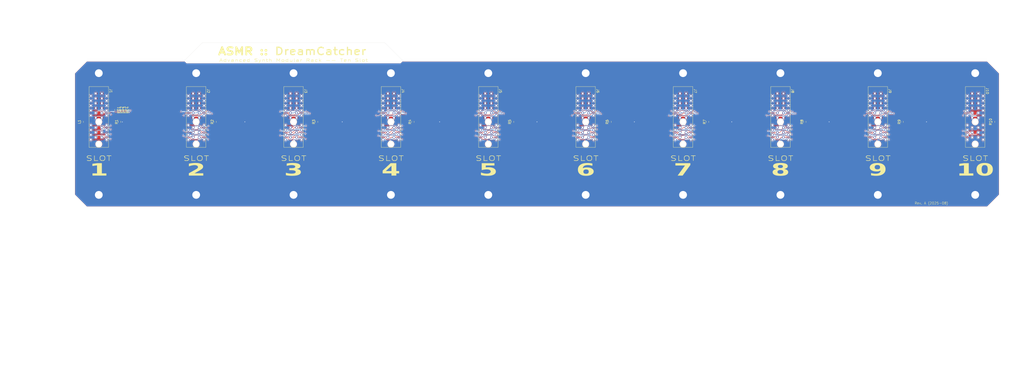
<source format=kicad_pcb>
(kicad_pcb (version 20241229) (generator "pcbnew") (generator_version "9.0")
  (title_block (title "Dreamcatcher - Ten Slot ASMR Reference Backplane") (date "2025-08-10") (rev "A") (company "by Circuit Monkey") (comment 1 "ASMR :: Advanced Synth Modular Rack") (comment 2 "Ten Slot Backplane PCB Reference Design"))
  (layers (0 "F.Cu" signal) (2 "B.Cu" signal) (13 "F.Paste" user) (15 "B.Paste" user) (5 "F.SilkS" user "F.Silkscreen") (7 "B.SilkS" user "B.Silkscreen") (1 "F.Mask" user) (3 "B.Mask" user) (25 "Edge.Cuts" user))
  (net 0 "")
  (net 1 "/PATCH9")
  (net 2 "/MIDI_MAIN")
  (net 3 "GND")
  (net 4 "/CV")
  (net 5 "/SLOT1")
  (net 6 "/PATCH8")
  (net 7 "/PATCH3")
  (net 8 "/PATCH1")
  (net 9 "/PATCH7")
  (net 10 "-15V")
  (net 11 "+15V")
  (net 12 "+18-24V")
  (net 13 "/PATCH11")
  (net 14 "/PATCH5")
  (net 15 "GNDS")
  (net 16 "/PATCH2")
  (net 17 "/PATCH4")
  (net 18 "+5V")
  (net 19 "/PATCH6")
  (net 20 "/COMB-SCK")
  (net 21 "/COMA-SCK")
  (net 22 "/PATCH10")
  (net 23 "/GATE")
  (net 24 "/PATCH12")
  (net 25 "/SLOT2")
  (net 26 "/SLOT3")
  (net 27 "/SLOT4")
  (net 28 "/SLOT5")
  (net 29 "/SLOT6")
  (net 30 "/SLOT7")
  (net 31 "/SLOT8")
  (net 32 "/SLOT9")
  (net 33 "/SLOT10")
  (net 34 "/COMA-SDA")
  (net 35 "/COMB-SDA")
  (footprint "CM_Resistor_Capacitor:R_0603_1608Metric" (layer "F.Cu") (at 140.6 145.1258 -90)
    (property "Reference" "R14")
    (property "Value" "4.7K")
  )
  (footprint "CM_Resistor_Capacitor:R_0603_1608Metric" (layer "F.Cu") (at 259 150 90)
    (property "Reference" "R4")
    (property "Value" "4.7K")
  )
  (footprint "CM_Connector_Edge:PCI-Slot-36-THD-FCI-10018783" (layer "F.Cu") (at 450 150 -90)
    (property "Reference" "J9")
    (property "Value" "PCI-36P")
    (fp_circle (center 0 0) (end 1.175 0) (stroke (width 0.1)) (fill no) (layer "Edge.Cuts"))
    (fp_circle (center 9.15 0) (end 10.325 0) (stroke (width 0.1)) (fill no) (layer "Edge.Cuts"))
  )
  (footprint "MountingHole:MountingHole_3.2mm_M3_Pad_TopBottom" (layer "F.Cu") (at 250 130)
    (property "Reference" "H7" (hide yes))
    (property "Value" "MountingHole_Pad")
  )
  (footprint "CM_Resistor_Capacitor:R_0603_1608Metric" (layer "F.Cu") (at 300 150 90)
    (property "Reference" "R5")
    (property "Value" "4.7K")
  )
  (footprint "MountingHole:MountingHole_3.2mm_M3_Pad_TopBottom" (layer "F.Cu") (at 170 130)
    (property "Reference" "H3" (hide yes))
    (property "Value" "MountingHole_Pad")
  )
  (footprint "CM_Connector_Edge:PCI-Slot-36-THD-FCI-10018783" (layer "F.Cu") (at 290 150 -90)
    (property "Reference" "J5")
    (property "Value" "PCI-36P")
    (fp_circle (center 0 0) (end 1.175 0) (stroke (width 0.1)) (fill no) (layer "Edge.Cuts"))
    (fp_circle (center 9.15 0) (end 10.325 0) (stroke (width 0.1)) (fill no) (layer "Edge.Cuts"))
  )
  (footprint "MountingHole:MountingHole_3.2mm_M3_Pad_TopBottom" (layer "F.Cu") (at 410 130)
    (property "Reference" "H15" (hide yes))
    (property "Value" "MountingHole_Pad")
  )
  (footprint "MountingHole:MountingHole_3.2mm_M3_Pad_TopBottom" (layer "F.Cu") (at 370 130)
    (property "Reference" "H13" (hide yes))
    (property "Value" "MountingHole_Pad")
  )
  (footprint "CM_Resistor_Capacitor:R_0603_1608Metric" (layer "F.Cu") (at 219.5 150 90)
    (property "Reference" "R3")
    (property "Value" "4.7K")
  )
  (footprint "CM_Resistor_Capacitor:R_0603_1608Metric" (layer "F.Cu") (at 138.5 150 90)
    (property "Reference" "R1")
    (property "Value" "4.7K")
  )
  (footprint "CM_Resistor_Capacitor:R_0603_1608Metric" (layer "F.Cu") (at 177.8 150 90)
    (property "Reference" "R2")
    (property "Value" "4.7K")
  )
  (footprint "MountingHole:MountingHole_3.2mm_M3_Pad_TopBottom" (layer "F.Cu") (at 290 130)
    (property "Reference" "H9" (hide yes))
    (property "Value" "MountingHole_Pad")
  )
  (footprint "CM_Resistor_Capacitor:R_0603_1608Metric" (layer "F.Cu") (at 138.2 145.1258 -90)
    (property "Reference" "R12")
    (property "Value" "4.7K")
  )
  (footprint "MountingHole:MountingHole_3.2mm_M3_Pad_TopBottom" (layer "F.Cu") (at 330 130)
    (property "Reference" "H11" (hide yes))
    (property "Value" "MountingHole_Pad")
  )
  (footprint "CM_Resistor_Capacitor:R_0603_1608Metric" (layer "F.Cu") (at 497.5 150 90)
    (property "Reference" "R10")
    (property "Value" "4.7K")
  )
  (footprint "CM_Resistor_Capacitor:R_0603_1608Metric" (layer "F.Cu") (at 420 150 90)
    (property "Reference" "R8")
    (property "Value" "4.7K")
  )
  (footprint "CM_Connector_Edge:PCI-Slot-36-THD-FCI-10018783" (layer "F.Cu") (at 130 150 -90)
    (property "Reference" "J1")
    (property "Value" "PCI-36P")
    (fp_circle (center 0 0) (end 1.175 0) (stroke (width 0.1)) (fill no) (layer "Edge.Cuts"))
    (fp_circle (center 9.15 0) (end 10.325 0) (stroke (width 0.1)) (fill no) (layer "Edge.Cuts"))
  )
  (footprint "CM_Connector_Edge:PCI-Slot-36-THD-FCI-10018783" (layer "F.Cu") (at 330 150 -90)
    (property "Reference" "J6")
    (property "Value" "PCI-36P")
    (fp_circle (center 0 0) (end 1.175 0) (stroke (width 0.1)) (fill no) (layer "Edge.Cuts"))
    (fp_circle (center 9.15 0) (end 10.325 0) (stroke (width 0.1)) (fill no) (layer "Edge.Cuts"))
  )
  (footprint "MountingHole:MountingHole_3.2mm_M3_Pad_TopBottom" (layer "F.Cu") (at 170 180)
    (property "Reference" "H4" (hide yes))
    (property "Value" "MountingHole_Pad")
  )
  (footprint "MountingHole:MountingHole_3.2mm_M3_Pad_TopBottom" (layer "F.Cu") (at 130 130)
    (property "Reference" "H1" (hide yes))
    (property "Value" "MountingHole_Pad")
  )
  (footprint "MountingHole:MountingHole_3.2mm_M3_Pad_TopBottom" (layer "F.Cu") (at 370 180)
    (property "Reference" "H14" (hide yes))
    (property "Value" "MountingHole_Pad")
  )
  (footprint "CM_Resistor_Capacitor:R_0603_1608Metric" (layer "F.Cu") (at 123.2 150 90)
    (property "Reference" "L1")
    (property "Value" "100@1MHz")
  )
  (footprint "MountingHole:MountingHole_3.2mm_M3_Pad_TopBottom" (layer "F.Cu") (at 210 180)
    (property "Reference" "H6" (hide yes))
    (property "Value" "MountingHole_Pad")
  )
  (footprint "CM_Connector_Edge:PCI-Slot-36-THD-FCI-10018783" (layer "F.Cu") (at 370 150 -90)
    (property "Reference" "J7")
    (property "Value" "PCI-36P")
    (fp_circle (center 0 0) (end 1.175 0) (stroke (width 0.1)) (fill no) (layer "Edge.Cuts"))
    (fp_circle (center 9.15 0) (end 10.325 0) (stroke (width 0.1)) (fill no) (layer "Edge.Cuts"))
  )
  (footprint "MountingHole:MountingHole_3.2mm_M3_Pad_TopBottom" (layer "F.Cu") (at 250 180)
    (property "Reference" "H8" (hide yes))
    (property "Value" "MountingHole_Pad")
  )
  (footprint "CM_Resistor_Capacitor:R_0603_1608Metric" (layer "F.Cu") (at 340 150 90)
    (property "Reference" "R6")
    (property "Value" "4.7K")
  )
  (footprint "MountingHole:MountingHole_3.2mm_M3_Pad_TopBottom" (layer "F.Cu") (at 450 130)
    (property "Reference" "H17" (hide yes))
    (property "Value" "MountingHole_Pad")
  )
  (footprint "MountingHole:MountingHole_3.2mm_M3_Pad_TopBottom" (layer "F.Cu") (at 490 130)
    (property "Reference" "H19" (hide yes))
    (property "Value" "MountingHole_Pad")
  )
  (footprint "CM_Resistor_Capacitor:R_0603_1608Metric" (layer "F.Cu") (at 380 150 90)
    (property "Reference" "R7")
    (property "Value" "4.7K")
  )
  (footprint "MountingHole:MountingHole_3.2mm_M3_Pad_TopBottom" (layer "F.Cu") (at 290 180)
    (property "Reference" "H10" (hide yes))
    (property "Value" "MountingHole_Pad")
  )
  (footprint "MountingHole:MountingHole_3.2mm_M3_Pad_TopBottom" (layer "F.Cu") (at 130 180)
    (property "Reference" "H2" (hide yes))
    (property "Value" "MountingHole_Pad")
  )
  (footprint "CM_Resistor_Capacitor:R_0603_1608Metric" (layer "F.Cu") (at 139.4 145.1258 -90)
    (property "Reference" "R13")
    (property "Value" "4.7K")
  )
  (footprint "MountingHole:MountingHole_3.2mm_M3_Pad_TopBottom" (layer "F.Cu") (at 210 130)
    (property "Reference" "H5" (hide yes))
    (property "Value" "MountingHole_Pad")
  )
  (footprint "CM_Connector_Edge:PCI-Slot-36-THD-FCI-10018783" (layer "F.Cu") (at 170 150 -90)
    (property "Reference" "J2")
    (property "Value" "PCI-36P")
    (fp_circle (center 0 0) (end 1.175 0) (stroke (width 0.1)) (fill no) (layer "Edge.Cuts"))
    (fp_circle (center 9.15 0) (end 10.325 0) (stroke (width 0.1)) (fill no) (layer "Edge.Cuts"))
  )
  (footprint "CM_Connector_Edge:PCI-Slot-36-THD-FCI-10018783" (layer "F.Cu") (at 410 150 -90)
    (property "Reference" "J8")
    (property "Value" "PCI-36P")
    (fp_circle (center 0 0) (end 1.175 0) (stroke (width 0.1)) (fill no) (layer "Edge.Cuts"))
    (fp_circle (center 9.15 0) (end 10.325 0) (stroke (width 0.1)) (fill no) (layer "Edge.Cuts"))
  )
  (footprint "MountingHole:MountingHole_3.2mm_M3_Pad_TopBottom" (layer "F.Cu") (at 450 180)
    (property "Reference" "H18" (hide yes))
    (property "Value" "MountingHole_Pad")
  )
  (footprint "CM_Connector_Edge:PCI-Slot-36-THD-FCI-10018783" (layer "F.Cu") (at 490 150 -90)
    (property "Reference" "J10")
    (property "Value" "PCI-36P")
    (fp_circle (center 0 0) (end 1.175 0) (stroke (width 0.1)) (fill no) (layer "Edge.Cuts"))
    (fp_circle (center 9.15 0) (end 10.325 0) (stroke (width 0.1)) (fill no) (layer "Edge.Cuts"))
  )
  (footprint "CM_Connector_Edge:PCI-Slot-36-THD-FCI-10018783" (layer "F.Cu") (at 210 150 -90)
    (property "Reference" "J3")
    (property "Value" "PCI-36P")
    (fp_circle (center 0 0) (end 1.175 0) (stroke (width 0.1)) (fill no) (layer "Edge.Cuts"))
    (fp_circle (center 9.15 0) (end 10.325 0) (stroke (width 0.1)) (fill no) (layer "Edge.Cuts"))
  )
  (footprint "MountingHole:MountingHole_3.2mm_M3_Pad_TopBottom" (layer "F.Cu") (at 410 180)
    (property "Reference" "H16" (hide yes))
    (property "Value" "MountingHole_Pad")
  )
  (footprint "MountingHole:MountingHole_3.2mm_M3_Pad_TopBottom" (layer "F.Cu") (at 490 180)
    (property "Reference" "H20" (hide yes))
    (property "Value" "MountingHole_Pad")
  )
  (footprint "CM_Connector_Edge:PCI-Slot-36-THD-FCI-10018783" (layer "F.Cu") (at 250 150 -90)
    (property "Reference" "J4")
    (property "Value" "PCI-36P")
    (fp_circle (center 0 0) (end 1.175 0) (stroke (width 0.1)) (fill no) (layer "Edge.Cuts"))
    (fp_circle (center 9.15 0) (end 10.325 0) (stroke (width 0.1)) (fill no) (layer "Edge.Cuts"))
  )
  (footprint "CM_Resistor_Capacitor:R_0603_1608Metric" (layer "F.Cu") (at 460 150 90)
    (property "Reference" "R9")
    (property "Value" "4.7K")
  )
  (footprint "MountingHole:MountingHole_3.2mm_M3_Pad_TopBottom" (layer "F.Cu") (at 330 180)
    (property "Reference" "H12" (hide yes))
    (property "Value" "MountingHole_Pad")
  )
  (footprint "CM_Resistor_Capacitor:R_0603_1608Metric" (layer "F.Cu") (at 137 145.1258 -90)
    (property "Reference" "R11")
    (property "Value" "4.7K")
  )
  (gr_poly (pts (xy 120 130) (xy 125 125) (xy 165 125) (xy 172.5 117.5) (xy 247.5 117.5) (xy 255 125) (xy 495 125) (xy 500 130) (xy 500 180) (xy 495 185) (xy 125 185) (xy 120 180)) (stroke (width 0.04)) (fill no) (layer "Edge.Cuts"))
  (gr_text "DreamCatcher" (at 202 121 0) (layer "F.SilkS") (effects (font (size 3 3.6) (thickness 0.5) (bold yes)) (justify left)))
  (gr_text "1" (at 130 170 0) (layer "F.SilkS") (effects (font (size 5 8) (thickness 0.9) (bold yes))))
  (gr_text "SLOT" (at 290 165 0) (layer "F.SilkS") (effects (font (size 2 3) (thickness 0.2))))
  (gr_text "ASMR ::" (at 200 121 0) (layer "F.SilkS") (effects (font (size 3 3.6) (thickness 0.75) (bold yes)) (justify right)))
  (gr_text "SLOT" (at 490 165 0) (layer "F.SilkS") (effects (font (size 2 3) (thickness 0.2))))
  (gr_text "6" (at 330 170 0) (layer "F.SilkS") (effects (font (size 5 8) (thickness 0.9) (bold yes))))
  (gr_text "4" (at 250 170 0) (layer "F.SilkS") (effects (font (size 5 8) (thickness 0.9) (bold yes))))
  (gr_text "SLOT" (at 370 165 0) (layer "F.SilkS") (effects (font (size 2 3) (thickness 0.2))))
  (gr_text "SLOT" (at 210 165 0) (layer "F.SilkS") (effects (font (size 2 3) (thickness 0.2))))
  (gr_text "Advanced Synth Modular Rack -- Ten Slot" (at 210 124 0) (layer "F.SilkS") (effects (font (size 1.2 1.85)) (justify top)))
  (gr_text "7" (at 370 170 0) (layer "F.SilkS") (effects (font (size 5 8) (thickness 0.9) (bold yes))))
  (gr_text "3" (at 210 170 0) (layer "F.SilkS") (effects (font (size 5 8) (thickness 0.9) (bold yes))))
  (gr_text "SLOT" (at 330 165 0) (layer "F.SilkS") (effects (font (size 2 3) (thickness 0.2))))
  (gr_text "SLOT" (at 170 165 0) (layer "F.SilkS") (effects (font (size 2 3) (thickness 0.2))))
  (gr_text "9" (at 450 170 0) (layer "F.SilkS") (effects (font (size 5 8) (thickness 0.9) (bold yes))))
  (gr_text "SLOT" (at 410 165 0) (layer "F.SilkS") (effects (font (size 2 3) (thickness 0.2))))
  (gr_text "SLOT" (at 250 165 0) (layer "F.SilkS") (effects (font (size 2 3) (thickness 0.2))))
  (gr_text "10" (at 490 170 0) (layer "F.SilkS") (effects (font (size 5 8) (thickness 0.9) (bold yes))))
  (gr_text "SLOT" (at 450 165 0) (layer "F.SilkS") (effects (font (size 2 3) (thickness 0.2))))
  (gr_text "5" (at 290 170 0) (layer "F.SilkS") (effects (font (size 5 8) (thickness 0.9) (bold yes))))
  (gr_text "SLOT" (at 130 165 0) (layer "F.SilkS") (effects (font (size 2 3) (thickness 0.2))))
  (gr_text "Rev. A (2025-08)" (at 472 184 0) (layer "F.SilkS") (effects (font (size 1 1) (thickness 0.1)) (justify bottom)))
  (gr_text "8" (at 410 170 0) (layer "F.SilkS") (effects (font (size 5 8) (thickness 0.9) (bold yes))))
  (gr_text "2" (at 170 170 0) (layer "F.SilkS") (effects (font (size 5 8) (thickness 0.9) (bold yes))))
  (segment (start 329.6 155.5) (end 331.7 155.5) (width 0.16) (layer "F.Cu") (net 1))
  (segment (start 165.096612 156.2) (end 168.6 156.2) (width 0.16) (layer "F.Cu") (net 1))
  (segment (start 335.453962 156.1) (end 364.433415 156.1) (width 0.16) (layer "F.Cu") (net 1))
  (segment (start 444.041 156.241) (end 444 156.2) (width 0.16) (layer "F.Cu") (net 1))
  (segment (start 364.574415 156.241) (end 365.022595 156.241) (width 0.16) (layer "F.Cu") (net 1))
  (segment (start 245.859 156.241) (end 245.9 156.2) (width 0.16) (layer "F.Cu") (net 1))
  (segment (start 283.441 156.241) (end 285.259 156.241) (width 0.16) (layer "F.Cu") (net 1))
  (segment (start 210.466 155.559) (end 211.759 155.559) (width 0.16) (layer "F.Cu") (net 1))
  (segment (start 444 156.2) (end 412.7 156.2) (width 0.16) (layer "F.Cu") (net 1))
  (segment (start 447.85 156.35) (end 447.641 156.141) (width 0.16) (layer "F.Cu") (net 1))
  (segment (start 412.7 156.2) (end 412.059 155.559) (width 0.16) (layer "F.Cu") (net 1))
  (segment (start 485.159 156.241) (end 485.259 156.141) (width 0.16) (layer "F.Cu") (net 1))
  (segment (start 368.6 156.2) (end 368.75 156.35) (width 0.16) (layer "F.Cu") (net 1))
  (segment (start 409.541 155.559) (end 408.75 156.35) (width 0.16) (layer "F.Cu") (net 1))
  (segment (start 371.8 155.4) (end 372.6 156.2) (width 0.16) (layer "F.Cu") (net 1))
  (segment (start 283.4 156.2) (end 283.441 156.241) (width 0.16) (layer "F.Cu") (net 1))
  (segment (start 243.6 156.2) (end 243.641 156.241) (width 0.16) (layer "F.Cu") (net 1))
  (segment (start 215.8 156.178) (end 215.822 156.2) (width 0.16) (layer "F.Cu") (net 1))
  (segment (start 291.8 155.4) (end 292.6 156.2) (width 0.16) (layer "F.Cu") (net 1))
  (segment (start 251.8 155.5) (end 252.441 156.141) (width 0.16) (layer "F.Cu") (net 1))
  (segment (start 164.436388 156.333) (end 164.963612 156.333) (width 0.16) (layer "F.Cu") (net 1))
  (segment (start 164.963612 156.333) (end 165.096612 156.2) (width 0.16) (layer "F.Cu") (net 1))
  (segment (start 132.679 156.179) (end 164.282388 156.179) (width 0.16) (layer "F.Cu") (net 1))
  (segment (start 451.9 155.5) (end 452.6 156.2) (width 0.16) (layer "F.Cu") (net 1))
  (segment (start 168.75 156.35) (end 169.541 155.559) (width 0.16) (layer "F.Cu") (net 1))
  (segment (start 285.3 156.2) (end 288.6 156.2) (width 0.16) (layer "F.Cu") (net 1))
  (segment (start 325.3 156.3) (end 325.4 156.2) (width 0.16) (layer "F.Cu") (net 1))
  (segment (start 243.641 156.241) (end 245.859 156.241) (width 0.16) (layer "F.Cu") (net 1))
  (segment (start 407.077643 156.141) (end 407.118643 156.1) (width 0.16) (layer "F.Cu") (net 1))
  (segment (start 254.218 156.2) (end 283.4 156.2) (width 0.16) (layer "F.Cu") (net 1))
  (segment (start 483.941 156.241) (end 485.159 156.241) (width 0.16) (layer "F.Cu") (net 1))
  (segment (start 404.574415 156.241) (end 406.322357 156.241) (width 0.16) (layer "F.Cu") (net 1))
  (segment (start 211.759 155.559) (end 212.378 156.178) (width 0.16) (layer "F.Cu") (net 1))
  (segment (start 412.059 155.559) (end 409.541 155.559) (width 0.16) (layer "F.Cu") (net 1))
  (segment (start 215.822 156.2) (end 243.6 156.2) (width 0.16) (layer "F.Cu") (net 1))
  (segment (start 288.6 156.2) (end 288.75 156.35) (width 0.16) (layer "F.Cu") (net 1))
  (segment (start 404.533415 156.2) (end 404.574415 156.241) (width 0.16) (layer "F.Cu") (net 1))
  (segment (start 365.022595 156.241) (end 365.063595 156.2) (width 0.16) (layer "F.Cu") (net 1))
  (segment (start 171.959 155.559) (end 172.6 156.2) (width 0.16) (layer "F.Cu") (net 1))
  (segment (start 327.75 156.35) (end 328.75 156.35) (width 0.16) (layer "F.Cu") (net 1))
  (segment (start 129.541 155.559) (end 132.059 155.559) (width 0.16) (layer "F.Cu") (net 1))
  (segment (start 445.559 156.141) (end 445.459 156.241) (width 0.16) (layer "F.Cu") (net 1))
  (segment (start 248.6 156.2) (end 248.75 156.35) (width 0.16) (layer "F.Cu") (net 1))
  (segment (start 249.6 155.5) (end 251.8 155.5) (width 0.16) (layer "F.Cu") (net 1))
  (segment (start 368.75 156.35) (end 368.85 156.35) (width 0.16) (layer "F.Cu") (net 1))
  (segment (start 325.4 156.2) (end 327.6 156.2) (width 0.16) (layer "F.Cu") (net 1))
  (segment (start 407.118643 156.1) (end 408.5 156.1) (width 0.16) (layer "F.Cu") (net 1))
  (segment (start 335.432963 156.121) (end 335.453962 156.1) (width 0.16) (layer "F.Cu") (net 1))
  (segment (start 248.75 156.35) (end 249.6 155.5) (width 0.16) (layer "F.Cu") (net 1))
  (segment (start 369.579 155.621) (end 370.579 155.621) (width 0.16) (layer "F.Cu") (net 1))
  (segment (start 370.8 155.4) (end 371.8 155.4) (width 0.16) (layer "F.Cu") (net 1))
  (segment (start 332.341 156.141) (end 333.577643 156.141) (width 0.16) (layer "F.Cu") (net 1))
  (segment (start 288.75 156.35) (end 289.7 155.4) (width 0.16) (layer "F.Cu") (net 1))
  (segment (start 368.85 156.35) (end 369.579 155.621) (width 0.16) (layer "F.Cu") (net 1))
  (segment (start 370.579 155.621) (end 370.8 155.4) (width 0.16) (layer "F.Cu") (net 1))
  (segment (start 128.75 156.35) (end 129.541 155.559) (width 0.16) (layer "F.Cu") (net 1))
  (segment (start 169.541 155.559) (end 171.959 155.559) (width 0.16) (layer "F.Cu") (net 1))
  (segment (start 487.541 156.141) (end 487.75 156.35) (width 0.16) (layer "F.Cu") (net 1))
  (segment (start 208.75 156.35) (end 209.675 156.35) (width 0.16) (layer "F.Cu") (net 1))
  (segment (start 331.7 155.5) (end 332.341 156.141) (width 0.16) (layer "F.Cu") (net 1))
  (segment (start 333.597643 156.121) (end 335.432963 156.121) (width 0.16) (layer "F.Cu") (net 1))
  (segment (start 406.422357 156.141) (end 407.077643 156.141) (width 0.16) (layer "F.Cu") (net 1))
  (segment (start 212.378 156.178) (end 215.8 156.178) (width 0.16) (layer "F.Cu") (net 1))
  (segment (start 254.159 156.141) (end 254.218 156.2) (width 0.16) (layer "F.Cu") (net 1))
  (segment (start 445.459 156.241) (end 444.041 156.241) (width 0.16) (layer "F.Cu") (net 1))
  (segment (start 327.6 156.2) (end 327.75 156.35) (width 0.16) (layer "F.Cu") (net 1))
  (segment (start 449.6 155.5) (end 451.9 155.5) (width 0.16) (layer "F.Cu") (net 1))
  (segment (start 324.3 156.2) (end 324.4 156.3) (width 0.16) (layer "F.Cu") (net 1))
  (segment (start 252.441 156.141) (end 254.159 156.141) (width 0.16) (layer "F.Cu") (net 1))
  (segment (start 448.75 156.35) (end 449.6 155.5) (width 0.16) (layer "F.Cu") (net 1))
  (segment (start 485.259 156.141) (end 487.541 156.141) (width 0.16) (layer "F.Cu") (net 1))
  (segment (start 289.7 155.4) (end 291.8 155.4) (width 0.16) (layer "F.Cu") (net 1))
  (segment (start 164.282388 156.179) (end 164.436388 156.333) (width 0.16) (layer "F.Cu") (net 1))
  (segment (start 209.675 156.35) (end 210.466 155.559) (width 0.16) (layer "F.Cu") (net 1))
  (segment (start 328.75 156.35) (end 329.6 155.5) (width 0.16) (layer "F.Cu") (net 1))
  (segment (start 372.6 156.2) (end 404.533415 156.2) (width 0.16) (layer "F.Cu") (net 1))
  (segment (start 487.75 156.35) (end 488.75 156.35) (width 0.16) (layer "F.Cu") (net 1))
  (segment (start 364.433415 156.1) (end 364.574415 156.241) (width 0.16) (layer "F.Cu") (net 1))
  (segment (start 172.6 156.2) (end 207.9 156.2) (width 0.16) (layer "F.Cu") (net 1))
  (segment (start 333.577643 156.141) (end 333.597643 156.121) (width 0.16) (layer "F.Cu") (net 1))
  (segment (start 408.5 156.1) (end 408.75 156.35) (width 0.16) (layer "F.Cu") (net 1))
  (segment (start 324.4 156.3) (end 325.3 156.3) (width 0.16) (layer "F.Cu") (net 1))
  (segment (start 483.9 156.2) (end 483.941 156.241) (width 0.16) (layer "F.Cu") (net 1))
  (segment (start 132.059 155.559) (end 132.679 156.179) (width 0.16) (layer "F.Cu") (net 1))
  (segment (start 168.6 156.2) (end 168.75 156.35) (width 0.16) (layer "F.Cu") (net 1))
  (segment (start 208.05 156.35) (end 208.75 156.35) (width 0.16) (layer "F.Cu") (net 1))
  (segment (start 245.9 156.2) (end 248.6 156.2) (width 0.16) (layer "F.Cu") (net 1))
  (segment (start 448.75 156.35) (end 447.85 156.35) (width 0.16) (layer "F.Cu") (net 1))
  (segment (start 285.259 156.241) (end 285.3 156.2) (width 0.16) (layer "F.Cu") (net 1))
  (segment (start 452.6 156.2) (end 483.9 156.2) (width 0.16) (layer "F.Cu") (net 1))
  (segment (start 447.641 156.141) (end 445.559 156.141) (width 0.16) (layer "F.Cu") (net 1))
  (segment (start 207.9 156.2) (end 208.05 156.35) (width 0.16) (layer "F.Cu") (net 1))
  (segment (start 292.6 156.2) (end 324.3 156.2) (width 0.16) (layer "F.Cu") (net 1))
  (segment (start 406.322357 156.241) (end 406.422357 156.141) (width 0.16) (layer "F.Cu") (net 1))
  (segment (start 365.063595 156.2) (end 368.6 156.2) (width 0.16) (layer "F.Cu") (net 1))
  (segment (start 205.6 151.7) (end 205.95 151.35) (width 0.16) (layer "F.Cu") (net 2))
  (segment (start 166.4 151.7) (end 166.75 151.35) (width 0.16) (layer "F.Cu") (net 2))
  (segment (start 254.7 151.7) (end 286.4 151.7) (width 0.16) (layer "F.Cu") (net 2))
  (segment (start 414.598505 151.6) (end 414.698505 151.7) (width 0.16) (layer "F.Cu") (net 2))
  (segment (start 134.999 151.7) (end 166.4 151.7) (width 0.16) (layer "F.Cu") (net 2))
  (segment (start 454.698505 151.7) (end 486.4 151.7) (width 0.16) (layer "F.Cu") (net 2))
  (segment (start 175 151.7) (end 205.6 151.7) (width 0.16) (layer "F.Cu") (net 2))
  (segment (start 334.598505 151.6) (end 366.5 151.6) (width 0.16) (layer "F.Cu") (net 2))
  (segment (start 374.698505 151.7) (end 406.4 151.7) (width 0.16) (layer "F.Cu") (net 2))
  (segment (start 326.4 151.7) (end 326.75 151.35) (width 0.16) (layer "F.Cu") (net 2))
  (segment (start 446.65 151.35) (end 446.75 151.35) (width 0.16) (layer "F.Cu") (net 2))
  (segment (start 245.4 151.7) (end 245.75 151.35) (width 0.16) (layer "F.Cu") (net 2))
  (segment (start 366.5 151.6) (end 366.75 151.35) (width 0.16) (layer "F.Cu") (net 2))
  (segment (start 294.698505 151.7) (end 326.4 151.7) (width 0.16) (layer "F.Cu") (net 2))
  (segment (start 166.75 151.35) (end 166.959 151.559) (width 0.16) (layer "F.Cu") (net 2))
  (segment (start 446.75 151.35) (end 446.956 151.556) (width 0.16) (layer "F.Cu") (net 2))
  (segment (start 215.1 151.638) (end 215.162 151.7) (width 0.16) (layer "F.Cu") (net 2))
  (segment (start 205.95 151.35) (end 206.75 151.35) (width 0.16) (layer "F.Cu") (net 2))
  (segment (start 374.598505 151.6) (end 374.698505 151.7) (width 0.16) (layer "F.Cu") (net 2))
  (segment (start 454.598505 151.6) (end 454.698505 151.7) (width 0.16) (layer "F.Cu") (net 2))
  (segment (start 254.6 151.6) (end 254.7 151.7) (width 0.16) (layer "F.Cu") (net 2))
  (segment (start 446.3 151.7) (end 446.65 151.35) (width 0.16) (layer "F.Cu") (net 2))
  (segment (start 134.9 151.601) (end 134.999 151.7) (width 0.16) (layer "F.Cu") (net 2))
  (segment (start 406.75 151.35) (end 406.956 151.556) (width 0.16) (layer "F.Cu") (net 2))
  (segment (start 215.162 151.7) (end 245.4 151.7) (width 0.16) (layer "F.Cu") (net 2))
  (segment (start 414.698505 151.7) (end 446.3 151.7) (width 0.16) (layer "F.Cu") (net 2))
  (segment (start 326.75 151.35) (end 326.959 151.559) (width 0.16) (layer "F.Cu") (net 2))
  (segment (start 366.75 151.35) (end 366.956 151.556) (width 0.16) (layer "F.Cu") (net 2))
  (segment (start 406.4 151.7) (end 406.75 151.35) (width 0.16) (layer "F.Cu") (net 2))
  (segment (start 486.4 151.7) (end 486.75 151.35) (width 0.16) (layer "F.Cu") (net 2))
  (segment (start 245.75 151.35) (end 246.75 151.35) (width 0.16) (layer "F.Cu") (net 2))
  (segment (start 286.4 151.7) (end 286.75 151.35) (width 0.16) (layer "F.Cu") (net 2))
  (segment (start 286.75 151.35) (end 286.956 151.556) (width 0.16) (layer "F.Cu") (net 2))
  (segment (start 294.598505 151.6) (end 294.698505 151.7) (width 0.16) (layer "F.Cu") (net 2))
  (via (at 134.9 151.601) (size 0.6) (drill 0.3) (layers "F.Cu" "B.Cu") (net 2))
  (via (at 254.6 151.6) (size 0.6) (drill 0.3) (layers "F.Cu" "B.Cu") (net 2))
  (via (at 215.1 151.638) (size 0.6) (drill 0.3) (layers "F.Cu" "B.Cu") (net 2))
  (via (at 414.598505 151.6) (size 0.6) (drill 0.3) (layers "F.Cu" "B.Cu") (net 2))
  (via (at 374.598505 151.6) (size 0.6) (drill 0.3) (layers "F.Cu" "B.Cu") (net 2))
  (via (at 454.598505 151.6) (size 0.6) (drill 0.3) (layers "F.Cu" "B.Cu") (net 2))
  (via (at 294.598505 151.6) (size 0.6) (drill 0.3) (layers "F.Cu" "B.Cu") (net 2))
  (via (at 334.598505 151.6) (size 0.6) (drill 0.3) (layers "F.Cu" "B.Cu") (net 2))
  (via (at 175 151.7) (size 0.6) (drill 0.3) (layers "F.Cu" "B.Cu") (net 2))
  (segment (start 414.598505 151.6) (end 414.598505 151.7) (width 0.16) (layer "B.Cu") (net 2))
  (segment (start 134.799 151.601) (end 134.161 152.239) (width 0.16) (layer "B.Cu") (net 2))
  (segment (start 454.598505 151.6) (end 454.598505 151.7) (width 0.16) (layer "B.Cu") (net 2))
  (segment (start 214.018643 151.7) (end 215.038 151.7) (width 0.16) (layer "B.Cu") (net 2))
  (segment (start 326.957505 151.559) (end 326.748505 151.35) (width 0.16) (layer "B.Cu") (net 2))
  (segment (start 172 151.6) (end 172.541 152.141) (width 0.16) (layer "B.Cu") (net 2))
  (segment (start 170.3 151.7) (end 170.441 151.559) (width 0.16) (layer "B.Cu") (net 2))
  (segment (start 174.559 152.141) (end 175 151.7) (width 0.16) (layer "B.Cu") (net 2))
  (segment (start 170.441 151.559) (end 171.959 151.559) (width 0.16) (layer "B.Cu") (net 2))
  (segment (start 366.957505 151.559) (end 366.748505 151.35) (width 0.16) (layer "B.Cu") (net 2))
  (segment (start 374.098505 152.2) (end 372.498505 152.2) (width 0.16) (layer "B.Cu") (net 2))
  (segment (start 294.598505 151.7) (end 294.098505 152.2) (width 0.16) (layer "B.Cu") (net 2))
  (segment (start 211.956 151.556) (end 212.541 152.141) (width 0.16) (layer "B.Cu") (net 2))
  (segment (start 374.598505 151.6) (end 374.598505 151.7) (width 0.16) (layer "B.Cu") (net 2))
  (segment (start 131.956 151.556) (end 126.956 151.556) (width 0.16) (layer "B.Cu") (net 2))
  (segment (start 294.598505 151.6) (end 294.598505 151.7) (width 0.16) (layer "B.Cu") (net 2))
  (segment (start 254.6 151.6) (end 254.6 151.7) (width 0.16) (layer "B.Cu") (net 2))
  (segment (start 172.541 152.141) (end 174.559 152.141) (width 0.16) (layer "B.Cu") (net 2))
  (segment (start 286.957505 151.559) (end 286.748505 151.35) (width 0.16) (layer "B.Cu") (net 2))
  (segment (start 292.498505 152.2) (end 291.857505 151.559) (width 0.16) (layer "B.Cu") (net 2))
  (segment (start 332.498505 152.2) (end 331.857505 151.559) (width 0.16) (layer "B.Cu") (net 2))
  (segment (start 171.959 151.559) (end 172 151.6) (width 0.16) (layer "B.Cu") (net 2))
  (segment (start 132.639 152.239) (end 131.956 151.556) (width 0.16) (layer "B.Cu") (net 2))
  (segment (start 454.598505 151.7) (end 454.098505 152.2) (width 0.16) (layer "B.Cu") (net 2))
  (segment (start 334.598505 151.7) (end 334.098505 152.2) (width 0.16) (layer "B.Cu") (net 2))
  (segment (start 454.098505 152.2) (end 452.498505 152.2) (width 0.16) (layer "B.Cu") (net 2))
  (segment (start 246.959 151.559) (end 246.75 151.35) (width 0.16) (layer "B.Cu") (net 2))
  (segment (start 334.098505 152.2) (end 332.498505 152.2) (width 0.16) (layer "B.Cu") (net 2))
  (segment (start 166.75 151.35) (end 168.868643 151.35) (width 0.16) (layer "B.Cu") (net 2))
  (segment (start 294.098505 152.2) (end 292.498505 152.2) (width 0.16) (layer "B.Cu") (net 2))
  (segment (start 213.577643 152.141) (end 214.018643 151.7) (width 0.16) (layer "B.Cu") (net 2))
  (segment (start 169.218643 151.7) (end 170.3 151.7) (width 0.16) (layer "B.Cu") (net 2))
  (segment (start 206.956 151.556) (end 211.956 151.556) (width 0.16) (layer "B.Cu") (net 2))
  (segment (start 126.956 151.556) (end 126.75 151.35) (width 0.16) (layer "B.Cu") (net 2))
  (segment (start 372.498505 152.2) (end 371.857505 151.559) (width 0.16) (layer "B.Cu") (net 2))
  (segment (start 452.498505 152.2) (end 451.857505 151.559) (width 0.16) (layer "B.Cu") (net 2))
  (segment (start 446.957505 151.559) (end 446.748505 151.35) (width 0.16) (layer "B.Cu") (net 2))
  (segment (start 406.957505 151.559) (end 406.748505 151.35) (width 0.16) (layer "B.Cu") (net 2))
  (segment (start 291.857505 151.559) (end 286.957505 151.559) (width 0.16) (layer "B.Cu") (net 2))
  (segment (start 212.541 152.141) (end 213.577643 152.141) (width 0.16) (layer "B.Cu") (net 2))
  (segment (start 331.857505 151.559) (end 326.957505 151.559) (width 0.16) (layer "B.Cu") (net 2))
  (segment (start 251.859 151.559) (end 246.959 151.559) (width 0.16) (layer "B.Cu") (net 2))
  (segment (start 411.857505 151.559) (end 406.957505 151.559) (width 0.16) (layer "B.Cu") (net 2))
  (segment (start 134.9 151.601) (end 134.799 151.601) (width 0.16) (layer "B.Cu") (net 2))
  (segment (start 252.5 152.2) (end 251.859 151.559) (width 0.16) (layer "B.Cu") (net 2))
  (segment (start 206.75 151.35) (end 206.956 151.556) (width 0.16) (layer "B.Cu") (net 2))
  (segment (start 414.598505 151.7) (end 414.098505 152.2) (width 0.16) (layer "B.Cu") (net 2))
  (segment (start 374.598505 151.7) (end 374.098505 152.2) (width 0.16) (layer "B.Cu") (net 2))
  (segment (start 412.498505 152.2) (end 411.857505 151.559) (width 0.16) (layer "B.Cu") (net 2))
  (segment (start 254.6 151.7) (end 254.1 152.2) (width 0.16) (layer "B.Cu") (net 2))
  (segment (start 168.868643 151.35) (end 169.218643 151.7) (width 0.16) (layer "B.Cu") (net 2))
  (segment (start 254.1 152.2) (end 252.5 152.2) (width 0.16) (layer "B.Cu") (net 2))
  (segment (start 215.038 151.7) (end 215.1 151.638) (width 0.16) (layer "B.Cu") (net 2))
  (segment (start 451.857505 151.559) (end 446.957505 151.559) (width 0.16) (layer "B.Cu") (net 2))
  (segment (start 486.957505 151.559) (end 486.748505 151.35) (width 0.16) (layer "B.Cu") (net 2))
  (segment (start 414.098505 152.2) (end 412.498505 152.2) (width 0.16) (layer "B.Cu") (net 2))
  (segment (start 371.857505 151.559) (end 366.957505 151.559) (width 0.16) (layer "B.Cu") (net 2))
  (segment (start 334.598505 151.6) (end 334.598505 151.7) (width 0.16) (layer "B.Cu") (net 2))
  (segment (start 134.161 152.239) (end 132.639 152.239) (width 0.16) (layer "B.Cu") (net 2))
  (via (at 139.6748 150.0404) (size 0.6) (drill 0.3) (layers "F.Cu" "B.Cu") (net 3))
  (via (at 430 150) (size 0.6) (drill 0.3) (layers "F.Cu" "B.Cu") (net 3))
  (via (at 310 150) (size 0.6) (drill 0.3) (layers "F.Cu" "B.Cu") (net 3))
  (via (at 350 150) (size 0.6) (drill 0.3) (layers "F.Cu" "B.Cu") (net 3))
  (via (at 390 150) (size 0.6) (drill 0.3) (layers "F.Cu" "B.Cu") (net 3))
  (via (at 470 150) (size 0.6) (drill 0.3) (layers "F.Cu" "B.Cu") (net 3))
  (via (at 190 150) (size 0.6) (drill 0.3) (layers "F.Cu" "B.Cu") (net 3))
  (via (at 230 150) (size 0.6) (drill 0.3) (layers "F.Cu" "B.Cu") (net 3))
  (via (at 270 150) (size 0.6) (drill 0.3) (layers "F.Cu" "B.Cu") (net 3))
  (segment (start 404.05 147.6) (end 404.3 147.35) (width 0.16) (layer "F.Cu") (net 4))
  (segment (start 364.2 147.500378) (end 364.100378 147.6) (width 0.16) (layer "F.Cu") (net 4))
  (segment (start 243.9 147.4) (end 243.7 147.6) (width 0.16) (layer "F.Cu") (net 4))
  (segment (start 485 147.5) (end 484.9 147.6) (width 0.16) (layer "F.Cu") (net 4))
  (segment (start 454.277817 147.6) (end 454.027817 147.35) (width 0.16) (layer "F.Cu") (net 4))
  (segment (start 364.100378 147.6) (end 333.5 147.6) (width 0.16) (layer "F.Cu") (net 4))
  (segment (start 164.846762 147.421) (end 164.567762 147.7) (width 0.16) (layer "F.Cu") (net 4))
  (segment (start 413.6 147.7) (end 444.2 147.7) (width 0.16) (layer "F.Cu") (net 4))
  (segment (start 324.168478 147.6) (end 293.5 147.6) (width 0.16) (layer "F.Cu") (net 4))
  (segment (start 173.25 147.35) (end 173.6 147.7) (width 0.16) (layer "F.Cu") (net 4))
  (segment (start 333.5 147.6) (end 333.25 147.35) (width 0.16) (layer "F.Cu") (net 4))
  (segment (start 444.2 147.7) (end 444.5 147.4) (width 0.16) (layer "F.Cu") (net 4))
  (segment (start 243.7 147.6) (end 213.5 147.6) (width 0.16) (layer "F.Cu") (net 4))
  (segment (start 373.25 147.35) (end 373.5 147.6) (width 0.16) (layer "F.Cu") (net 4))
  (segment (start 173.6 147.7) (end 205.298321 147.7) (width 0.16) (layer "F.Cu") (net 4))
  (segment (start 284.7 147.399) (end 284.499 147.6) (width 0.16) (layer "F.Cu") (net 4))
  (segment (start 484.9 147.6) (end 454.277817 147.6) (width 0.16) (layer "F.Cu") (net 4))
  (segment (start 364.2 147.461) (end 364.2 147.500378) (width 0.16) (layer "F.Cu") (net 4))
  (segment (start 413.25 147.35) (end 413.6 147.7) (width 0.16) (layer "F.Cu") (net 4))
  (segment (start 293.5 147.6) (end 293.25 147.35) (width 0.16) (layer "F.Cu") (net 4))
  (segment (start 213.5 147.6) (end 213.25 147.35) (width 0.16) (layer "F.Cu") (net 4))
  (segment (start 164.567762 147.7) (end 134.377817 147.7) (width 0.16) (layer "F.Cu") (net 4))
  (segment (start 373.5 147.6) (end 404.05 147.6) (width 0.16) (layer "F.Cu") (net 4))
  (segment (start 253.5 147.6) (end 253.25 147.35) (width 0.16) (layer "F.Cu") (net 4))
  (segment (start 485 147.4) (end 485 147.5) (width 0.16) (layer "F.Cu") (net 4))
  (segment (start 134.377817 147.7) (end 134.027817 147.35) (width 0.16) (layer "F.Cu") (net 4))
  (segment (start 324.334239 147.434239) (end 324.168478 147.6) (width 0.16) (layer "F.Cu") (net 4))
  (segment (start 205.298321 147.7) (end 205.49916 147.499161) (width 0.16) (layer "F.Cu") (net 4))
  (segment (start 134.027817 147.35) (end 133.25 147.35) (width 0.16) (layer "F.Cu") (net 4))
  (segment (start 454.027817 147.35) (end 453.25 147.35) (width 0.16) (layer "F.Cu") (net 4))
  (segment (start 284.499 147.6) (end 253.5 147.6) (width 0.16) (layer "F.Cu") (net 4))
  (via (at 164.846762 147.421) (size 0.6) (drill 0.3) (layers "F.Cu" "B.Cu") (net 4))
  (via (at 324.334239 147.434239) (size 0.6) (drill 0.3) (layers "F.Cu" "B.Cu") (net 4))
  (via (at 205.49916 147.499161) (size 0.6) (drill 0.3) (layers "F.Cu" "B.Cu") (net 4))
  (via (at 444.5 147.4) (size 0.6) (drill 0.3) (layers "F.Cu" "B.Cu") (net 4))
  (via (at 404.3 147.35) (size 0.6) (drill 0.3) (layers "F.Cu" "B.Cu") (net 4))
  (via (at 243.9 147.4) (size 0.6) (drill 0.3) (layers "F.Cu" "B.Cu") (net 4))
  (via (at 284.7 147.399) (size 0.6) (drill 0.3) (layers "F.Cu" "B.Cu") (net 4))
  (via (at 485 147.4) (size 0.6) (drill 0.3) (layers "F.Cu" "B.Cu") (net 4))
  (via (at 364.2 147.461) (size 0.6) (drill 0.3) (layers "F.Cu" "B.Cu") (net 4))
  (segment (start 324.412506 147.355972) (end 324.544028 147.355972) (width 0.16) (layer "B.Cu") (net 4))
  (segment (start 287.259 146.559) (end 288.05 147.35) (width 0.16) (layer "B.Cu") (net 4))
  (segment (start 444.7 147.4) (end 444.5 147.4) (width 0.16) (layer "B.Cu") (net 4))
  (segment (start 324.544028 147.355972) (end 325.379 146.521) (width 0.16) (layer "B.Cu") (net 4))
  (segment (start 164.846762 147.421) (end 165.708762 146.559) (width 0.16) (layer "B.Cu") (net 4))
  (segment (start 206.241 146.559) (end 205.49916 147.30084) (width 0.16) (layer "B.Cu") (net 4))
  (segment (start 171.771191 147.3) (end 171.821191 147.35) (width 0.16) (layer "B.Cu") (net 4))
  (segment (start 168.226726 147.3) (end 171.771191 147.3) (width 0.16) (layer "B.Cu") (net 4))
  (segment (start 445.6 146.5) (end 444.7 147.4) (width 0.16) (layer "B.Cu") (net 4))
  (segment (start 251.710191 147.461) (end 251.821191 147.35) (width 0.16) (layer "B.Cu") (net 4))
  (segment (start 408.105767 147.35) (end 407.314767 146.559) (width 0.16) (layer "B.Cu") (net 4))
  (segment (start 365.301 147.499) (end 366.241 146.559) (width 0.16) (layer "B.Cu") (net 4))
  (segment (start 371.65 147.35) (end 373.25 147.35) (width 0.16) (layer "B.Cu") (net 4))
  (segment (start 250.789809 147.461) (end 251.710191 147.461) (width 0.16) (layer "B.Cu") (net 4))
  (segment (start 245.941 146.559) (end 247.359 146.559) (width 0.16) (layer "B.Cu") (net 4))
  (segment (start 485 147.1) (end 485.541 146.559) (width 0.16) (layer "B.Cu") (net 4))
  (segment (start 213.2 147.3) (end 208 147.3) (width 0.16) (layer "B.Cu") (net 4))
  (segment (start 407.314767 146.559) (end 406.422357 146.559) (width 0.16) (layer "B.Cu") (net 4))
  (segment (start 286.041 146.559) (end 287.259 146.559) (width 0.16) (layer "B.Cu") (net 4))
  (segment (start 167.485726 146.559) (end 168.226726 147.3) (width 0.16) (layer "B.Cu") (net 4))
  (segment (start 208 147.3) (end 207.259 146.559) (width 0.16) (layer "B.Cu") (net 4))
  (segment (start 405.631357 147.35) (end 404.3 147.35) (width 0.16) (layer "B.Cu") (net 4))
  (segment (start 250.678809 147.35) (end 250.789809 147.461) (width 0.16) (layer "B.Cu") (net 4))
  (segment (start 205.49916 147.30084) (end 205.49916 147.499161) (width 0.16) (layer "B.Cu") (net 4))
  (segment (start 488.25 147.35) (end 493.25 147.35) (width 0.16) (layer "B.Cu") (net 4))
  (segment (start 165.708762 146.559) (end 167.485726 146.559) (width 0.16) (layer "B.Cu") (net 4))
  (segment (start 251.821191 147.35) (end 253.25 147.35) (width 0.16) (layer "B.Cu") (net 4))
  (segment (start 245.1 147.4) (end 245.941 146.559) (width 0.16) (layer "B.Cu") (net 4))
  (segment (start 368.3 147.3) (end 371.6 147.3) (width 0.16) (layer "B.Cu") (net 4))
  (segment (start 284.7 147.399) (end 284.720455 147.378545) (width 0.16) (layer "B.Cu") (net 4))
  (segment (start 248.15 147.35) (end 250.678809 147.35) (width 0.16) (layer "B.Cu") (net 4))
  (segment (start 285.221455 147.378545) (end 286.041 146.559) (width 0.16) (layer "B.Cu") (net 4))
  (segment (start 327.521 146.521) (end 328.35 147.35) (width 0.16) (layer "B.Cu") (net 4))
  (segment (start 485.541 146.559) (end 487.459 146.559) (width 0.16) (layer "B.Cu") (net 4))
  (segment (start 447.2 146.5) (end 445.6 146.5) (width 0.16) (layer "B.Cu") (net 4))
  (segment (start 213.25 147.35) (end 213.2 147.3) (width 0.16) (layer "B.Cu") (net 4))
  (segment (start 413.25 147.35) (end 408.105767 147.35) (width 0.16) (layer "B.Cu") (net 4))
  (segment (start 366.241 146.559) (end 367.559 146.559) (width 0.16) (layer "B.Cu") (net 4))
  (segment (start 448.05 147.35) (end 447.2 146.5) (width 0.16) (layer "B.Cu") (net 4))
  (segment (start 328.35 147.35) (end 333.25 147.35) (width 0.16) (layer "B.Cu") (net 4))
  (segment (start 367.559 146.559) (end 368.3 147.3) (width 0.16) (layer "B.Cu") (net 4))
  (segment (start 406.422357 146.559) (end 405.631357 147.35) (width 0.16) (layer "B.Cu") (net 4))
  (segment (start 325.379 146.521) (end 327.521 146.521) (width 0.16) (layer "B.Cu") (net 4))
  (segment (start 453.25 147.35) (end 448.05 147.35) (width 0.16) (layer "B.Cu") (net 4))
  (segment (start 243.9 147.4) (end 245.1 147.4) (width 0.16) (layer "B.Cu") (net 4))
  (segment (start 171.821191 147.35) (end 173.25 147.35) (width 0.16) (layer "B.Cu") (net 4))
  (segment (start 284.720455 147.378545) (end 285.221455 147.378545) (width 0.16) (layer "B.Cu") (net 4))
  (segment (start 371.6 147.3) (end 371.65 147.35) (width 0.16) (layer "B.Cu") (net 4))
  (segment (start 288.05 147.35) (end 293.25 147.35) (width 0.16) (layer "B.Cu") (net 4))
  (segment (start 485 147.4) (end 485 147.1) (width 0.16) (layer "B.Cu") (net 4))
  (segment (start 487.459 146.559) (end 488.25 147.35) (width 0.16) (layer "B.Cu") (net 4))
  (segment (start 207.259 146.559) (end 206.241 146.559) (width 0.16) (layer "B.Cu") (net 4))
  (segment (start 324.334239 147.434239) (end 324.412506 147.355972) (width 0.16) (layer "B.Cu") (net 4))
  (segment (start 364.2 147.461) (end 364.238 147.499) (width 0.16) (layer "B.Cu") (net 4))
  (segment (start 364.238 147.499) (end 365.301 147.499) (width 0.16) (layer "B.Cu") (net 4))
  (segment (start 247.359 146.559) (end 248.15 147.35) (width 0.16) (layer "B.Cu") (net 4))
  (segment (start 138.475 150.8) (end 138.5 150.775) (width 0.16) (layer "F.Cu") (net 5))
  (segment (start 133.8 150.8) (end 138.475 150.8) (width 0.16) (layer "F.Cu") (net 5))
  (segment (start 133.25 151.35) (end 133.8 150.8) (width 0.16) (layer "F.Cu") (net 5))
  (segment (start 174.715 155.799) (end 174.266 155.35) (width 0.16) (layer "F.Cu") (net 6))
  (segment (start 414.863595 155.7) (end 414.822595 155.741) (width 0.16) (layer "F.Cu") (net 6))
  (segment (start 363.9 155.7) (end 363.8 155.6) (width 0.16) (layer "F.Cu") (net 6))
  (segment (start 294.9 155.8) (end 295 155.7) (width 0.16) (layer "F.Cu") (net 6))
  (segment (start 364.798505 155.7) (end 363.9 155.7) (width 0.16) (layer "F.Cu") (net 6))
  (segment (start 204.5 155.66) (end 204.452 155.612) (width 0.16) (layer "F.Cu") (net 6))
  (segment (start 444.798505 155.7) (end 414.863595 155.7) (width 0.16) (layer "F.Cu") (net 6))
  (segment (start 414.822595 155.741) (end 413.641 155.741) (width 0.16) (layer "F.Cu") (net 6))
  (segment (start 484.798505 155.7) (end 454.863595 155.7) (width 0.16) (layer "F.Cu") (net 6))
  (segment (start 243.7 155.7) (end 244.8 155.7) (width 0.16) (layer "F.Cu") (net 6))
  (segment (start 254.4 155.8) (end 255 155.8) (width 0.16) (layer "F.Cu") (net 6))
  (segment (start 164.7 155.7) (end 134.3 155.7) (width 0.16) (layer "F.Cu") (net 6))
  (segment (start 373.25 155.35) (end 373.7 155.8) (width 0.16) (layer "F.Cu") (net 6))
  (segment (start 215.4 155.7) (end 243.7 155.7) (width 0.16) (layer "F.Cu") (net 6))
  (segment (start 335.3 155.8) (end 333.7 155.8) (width 0.16) (layer "F.Cu") (net 6))
  (segment (start 454.863595 155.7) (end 454.822595 155.741) (width 0.16) (layer "F.Cu") (net 6))
  (segment (start 375.4 155.7) (end 404.798505 155.7) (width 0.16) (layer "F.Cu") (net 6))
  (segment (start 454.822595 155.741) (end 453.641 155.741) (width 0.16) (layer "F.Cu") (net 6))
  (segment (start 333.7 155.8) (end 333.25 155.35) (width 0.16) (layer "F.Cu") (net 6))
  (segment (start 253.95 155.35) (end 254.4 155.8) (width 0.16) (layer "F.Cu") (net 6))
  (segment (start 295 155.7) (end 324.798505 155.7) (width 0.16) (layer "F.Cu") (net 6))
  (segment (start 176.501 155.799) (end 174.715 155.799) (width 0.16) (layer "F.Cu") (net 6))
  (segment (start 204.371362 155.612) (end 204.283362 155.7) (width 0.16) (layer "F.Cu") (net 6))
  (segment (start 176.6 155.7) (end 176.501 155.799) (width 0.16) (layer "F.Cu") (net 6))
  (segment (start 204.283362 155.7) (end 176.6 155.7) (width 0.16) (layer "F.Cu") (net 6))
  (segment (start 375.3 155.8) (end 375.4 155.7) (width 0.16) (layer "F.Cu") (net 6))
  (segment (start 133.95 155.35) (end 133.25 155.35) (width 0.16) (layer "F.Cu") (net 6))
  (segment (start 213.25 155.35) (end 214.15 155.35) (width 0.16) (layer "F.Cu") (net 6))
  (segment (start 214.15 155.35) (end 214.5 155.7) (width 0.16) (layer "F.Cu") (net 6))
  (segment (start 214.5 155.7) (end 215.4 155.7) (width 0.16) (layer "F.Cu") (net 6))
  (segment (start 363.8 155.6) (end 335.5 155.6) (width 0.16) (layer "F.Cu") (net 6))
  (segment (start 204.452 155.612) (end 204.371362 155.612) (width 0.16) (layer "F.Cu") (net 6))
  (segment (start 174.266 155.35) (end 173.25 155.35) (width 0.16) (layer "F.Cu") (net 6))
  (segment (start 335.5 155.6) (end 335.3 155.8) (width 0.16) (layer "F.Cu") (net 6))
  (segment (start 453.641 155.741) (end 453.25 155.35) (width 0.16) (layer "F.Cu") (net 6))
  (segment (start 255 155.8) (end 255.1 155.7) (width 0.16) (layer "F.Cu") (net 6))
  (segment (start 293.7 155.8) (end 294.9 155.8) (width 0.16) (layer "F.Cu") (net 6))
  (segment (start 253.25 155.35) (end 253.95 155.35) (width 0.16) (layer "F.Cu") (net 6))
  (segment (start 413.641 155.741) (end 413.25 155.35) (width 0.16) (layer "F.Cu") (net 6))
  (segment (start 255.1 155.7) (end 284.798505 155.7) (width 0.16) (layer "F.Cu") (net 6))
  (segment (start 373.7 155.8) (end 375.3 155.8) (width 0.16) (layer "F.Cu") (net 6))
  (segment (start 293.25 155.35) (end 293.7 155.8) (width 0.16) (layer "F.Cu") (net 6))
  (segment (start 134.3 155.7) (end 133.95 155.35) (width 0.16) (layer "F.Cu") (net 6))
  (via (at 404.798505 155.7) (size 0.6) (drill 0.3) (layers "F.Cu" "B.Cu") (net 6))
  (via (at 364.798505 155.7) (size 0.6) (drill 0.3) (layers "F.Cu" "B.Cu") (net 6))
  (via (at 164.7 155.7) (size 0.6) (drill 0.3) (layers "F.Cu" "B.Cu") (net 6))
  (via (at 484.798505 155.7) (size 0.6) (drill 0.3) (layers "F.Cu" "B.Cu") (net 6))
  (via (at 204.5 155.66) (size 0.6) (drill 0.3) (layers "F.Cu" "B.Cu") (net 6))
  (via (at 324.798505 155.7) (size 0.6) (drill 0.3) (layers "F.Cu" "B.Cu") (net 6))
  (via (at 244.8 155.7) (size 0.6) (drill 0.3) (layers "F.Cu" "B.Cu") (net 6))
  (via (at 444.798505 155.7) (size 0.6) (drill 0.3) (layers "F.Cu" "B.Cu") (net 6))
  (via (at 284.798505 155.7) (size 0.6) (drill 0.3) (layers "F.Cu" "B.Cu") (net 6))
  (segment (start 447.248505 156.3) (end 448.048505 155.5) (width 0.16) (layer "B.Cu") (net 6))
  (segment (start 448.048505 155.5) (end 453.098505 155.5) (width 0.16) (layer "B.Cu") (net 6))
  (segment (start 244.8 155.7) (end 245.3 155.7) (width 0.16) (layer "B.Cu") (net 6))
  (segment (start 328.086505 155.462) (end 333.136505 155.462) (width 0.16) (layer "B.Cu") (net 6))
  (segment (start 285.298505 155.7) (end 285.898505 156.3) (width 0.16) (layer "B.Cu") (net 6))
  (segment (start 167.782411 156.20036) (end 165.20036 156.20036) (width 0.16) (layer "B.Cu") (net 6))
  (segment (start 285.898505 156.3) (end 287.248505 156.3) (width 0.16) (layer "B.Cu") (net 6))
  (segment (start 327.248505 156.3) (end 328.086505 155.462) (width 0.16) (layer "B.Cu") (net 6))
  (segment (start 487.248505 156.3) (end 488.048505 155.5) (width 0.16) (layer "B.Cu") (net 6))
  (segment (start 408.048505 155.5) (end 413.098505 155.5) (width 0.16) (layer "B.Cu") (net 6))
  (segment (start 488.048505 155.5) (end 493.098505 155.5) (width 0.16) (layer "B.Cu") (net 6))
  (segment (start 284.798505 155.7) (end 285.298505 155.7) (width 0.16) (layer "B.Cu") (net 6))
  (segment (start 325.298505 155.7) (end 325.898505 156.3) (width 0.16) (layer "B.Cu") (net 6))
  (segment (start 484.798505 155.7) (end 485.298505 155.7) (width 0.16) (layer "B.Cu") (net 6))
  (segment (start 207.4 156.2) (end 208.08 155.52) (width 0.16) (layer "B.Cu") (net 6))
  (segment (start 405.298505 155.7) (end 405.898505 156.3) (width 0.16) (layer "B.Cu") (net 6))
  (segment (start 364.798505 155.7) (end 365.298505 155.7) (width 0.16) (layer "B.Cu") (net 6))
  (segment (start 211.832548 155.52) (end 212.002548 155.35) (width 0.16) (layer "B.Cu") (net 6))
  (segment (start 493.098505 155.5) (end 493.248505 155.35) (width 0.16) (layer "B.Cu") (net 6))
  (segment (start 405.898505 156.3) (end 407.248505 156.3) (width 0.16) (layer "B.Cu") (net 6))
  (segment (start 485.898505 156.3) (end 487.248505 156.3) (width 0.16) (layer "B.Cu") (net 6))
  (segment (start 293.098505 155.5) (end 293.248505 155.35) (width 0.16) (layer "B.Cu") (net 6))
  (segment (start 173.25 155.35) (end 173.131357 155.468643) (width 0.16) (layer "B.Cu") (net 6))
  (segment (start 247.25 156.3) (end 248.05 155.5) (width 0.16) (layer "B.Cu") (net 6))
  (segment (start 453.098505 155.5) (end 453.248505 155.35) (width 0.16) (layer "B.Cu") (net 6))
  (segment (start 325.898505 156.3) (end 327.248505 156.3) (width 0.16) (layer "B.Cu") (net 6))
  (segment (start 204.548 155.612) (end 205.712 155.612) (width 0.16) (layer "B.Cu") (net 6))
  (segment (start 445.898505 156.3) (end 447.248505 156.3) (width 0.16) (layer "B.Cu") (net 6))
  (segment (start 212.002548 155.35) (end 213.25 155.35) (width 0.16) (layer "B.Cu") (net 6))
  (segment (start 168.514128 155.468643) (end 167.782411 156.20036) (width 0.16) (layer "B.Cu") (net 6))
  (segment (start 245.3 155.7) (end 245.9 156.3) (width 0.16) (layer "B.Cu") (net 6))
  (segment (start 365.898505 156.3) (end 367.248505 156.3) (width 0.16) (layer "B.Cu") (net 6))
  (segment (start 368.048505 155.5) (end 373.098505 155.5) (width 0.16) (layer "B.Cu") (net 6))
  (segment (start 324.798505 155.7) (end 325.298505 155.7) (width 0.16) (layer "B.Cu") (net 6))
  (segment (start 287.248505 156.3) (end 288.048505 155.5) (width 0.16) (layer "B.Cu") (net 6))
  (segment (start 367.248505 156.3) (end 368.048505 155.5) (width 0.16) (layer "B.Cu") (net 6))
  (segment (start 445.298505 155.7) (end 445.898505 156.3) (width 0.16) (layer "B.Cu") (net 6))
  (segment (start 208.08 155.52) (end 211.832548 155.52) (width 0.16) (layer "B.Cu") (net 6))
  (segment (start 245.9 156.3) (end 247.25 156.3) (width 0.16) (layer "B.Cu") (net 6))
  (segment (start 165.20036 156.20036) (end 164.7 155.7) (width 0.16) (layer "B.Cu") (net 6))
  (segment (start 205.712 155.612) (end 206.3 156.2) (width 0.16) (layer "B.Cu") (net 6))
  (segment (start 365.298505 155.7) (end 365.898505 156.3) (width 0.16) (layer "B.Cu") (net 6))
  (segment (start 206.3 156.2) (end 207.4 156.2) (width 0.16) (layer "B.Cu") (net 6))
  (segment (start 404.798505 155.7) (end 405.298505 155.7) (width 0.16) (layer "B.Cu") (net 6))
  (segment (start 204.5 155.66) (end 204.548 155.612) (width 0.16) (layer "B.Cu") (net 6))
  (segment (start 413.098505 155.5) (end 413.248505 155.35) (width 0.16) (layer "B.Cu") (net 6))
  (segment (start 248.05 155.5) (end 253.1 155.5) (width 0.16) (layer "B.Cu") (net 6))
  (segment (start 288.048505 155.5) (end 293.098505 155.5) (width 0.16) (layer "B.Cu") (net 6))
  (segment (start 373.098505 155.5) (end 373.248505 155.35) (width 0.16) (layer "B.Cu") (net 6))
  (segment (start 444.798505 155.7) (end 445.298505 155.7) (width 0.16) (layer "B.Cu") (net 6))
  (segment (start 333.136505 155.462) (end 333.248505 155.35) (width 0.16) (layer "B.Cu") (net 6))
  (segment (start 173.131357 155.468643) (end 168.514128 155.468643) (width 0.16) (layer "B.Cu") (net 6))
  (segment (start 407.248505 156.3) (end 408.048505 155.5) (width 0.16) (layer "B.Cu") (net 6))
  (segment (start 485.298505 155.7) (end 485.898505 156.3) (width 0.16) (layer "B.Cu") (net 6))
  (segment (start 253.1 155.5) (end 253.25 155.35) (width 0.16) (layer "B.Cu") (net 6))
  (segment (start 164.403388 153.2) (end 164.637388 152.966) (width 0.16) (layer "F.Cu") (net 7))
  (segment (start 204.337388 153.066) (end 204.196388 153.207) (width 0.16) (layer "F.Cu") (net 7))
  (segment (start 164.637388 152.966) (end 165.588183 152.966) (width 0.16) (layer "F.Cu") (net 7))
  (segment (start 484.441 153.159) (end 486.559 153.159) (width 0.16) (layer "F.Cu") (net 7))
  (segment (start 295.278 153.2) (end 324.633415 153.2) (width 0.16) (layer "F.Cu") (net 7))
  (segment (start 243.8 153.2) (end 243.841 153.159) (width 0.16) (layer "F.Cu") (net 7))
  (segment (start 374.598505 153.061) (end 375.261 153.061) (width 0.16) (layer "F.Cu") (net 7))
  (segment (start 445.85 153.35) (end 445.6 153.1) (width 0.16) (layer "F.Cu") (net 7))
  (segment (start 204.196388 153.207) (end 174.961067 153.207) (width 0.16) (layer "F.Cu") (net 7))
  (segment (start 444.3 153.1) (end 444.2 153.2) (width 0.16) (layer "F.Cu") (net 7))
  (segment (start 326.559 153.159) (end 326.75 153.35) (width 0.16) (layer "F.Cu") (net 7))
  (segment (start 165.588183 152.966) (end 165.972183 153.35) (width 0.16) (layer "F.Cu") (net 7))
  (segment (start 446.75 153.35) (end 445.85 153.35) (width 0.16) (layer "F.Cu") (net 7))
  (segment (start 206.466 153.066) (end 204.337388 153.066) (width 0.16) (layer "F.Cu") (net 7))
  (segment (start 284.641 153.159) (end 284.6 153.2) (width 0.16) (layer "F.Cu") (net 7))
  (segment (start 254.739 153.2) (end 284.6 153.2) (width 0.16) (layer "F.Cu") (net 7))
  (segment (start 254.6 153.061) (end 254.739 153.2) (width 0.16) (layer "F.Cu") (net 7))
  (segment (start 404.633415 153.2) (end 404.674415 153.159) (width 0.16) (layer "F.Cu") (net 7))
  (segment (start 215.4 153.2) (end 243.8 153.2) (width 0.16) (layer "F.Cu") (net 7))
  (segment (start 414.737505 153.2) (end 414.598505 153.061) (width 0.16) (layer "F.Cu") (net 7))
  (segment (start 134.9 153.1) (end 135 153.2) (width 0.16) (layer "F.Cu") (net 7))
  (segment (start 486.559 153.159) (end 486.75 153.35) (width 0.16) (layer "F.Cu") (net 7))
  (segment (start 455.061 153.061) (end 455.2 153.2) (width 0.16) (layer "F.Cu") (net 7))
  (segment (start 454.598505 153.061) (end 455.061 153.061) (width 0.16) (layer "F.Cu") (net 7))
  (segment (start 445.6 153.1) (end 444.3 153.1) (width 0.16) (layer "F.Cu") (net 7))
  (segment (start 334.598505 153.061) (end 335.361 153.061) (width 0.16) (layer "F.Cu") (net 7))
  (segment (start 444.2 153.2) (end 414.737505 153.2) (width 0.16) (layer "F.Cu") (net 7))
  (segment (start 375.261 153.061) (end 375.4 153.2) (width 0.16) (layer "F.Cu") (net 7))
  (segment (start 286.559 153.159) (end 284.641 153.159) (width 0.16) (layer "F.Cu") (net 7))
  (segment (start 214.9 153.1) (end 215.3 153.1) (width 0.16) (layer "F.Cu") (net 7))
  (segment (start 174.961067 153.207) (end 174.880067 153.288) (width 0.16) (layer "F.Cu") (net 7))
  (segment (start 455.2 153.2) (end 484.4 153.2) (width 0.16) (layer "F.Cu") (net 7))
  (segment (start 335.4 153.1) (end 366.5 153.1) (width 0.16) (layer "F.Cu") (net 7))
  (segment (start 324.674415 153.159) (end 326.559 153.159) (width 0.16) (layer "F.Cu") (net 7))
  (segment (start 135 153.2) (end 164.403388 153.2) (width 0.16) (layer "F.Cu") (net 7))
  (segment (start 246.559 153.159) (end 246.75 153.35) (width 0.16) (layer "F.Cu") (net 7))
  (segment (start 366.5 153.1) (end 366.75 153.35) (width 0.16) (layer "F.Cu") (net 7))
  (segment (start 286.75 153.35) (end 286.559 153.159) (width 0.16) (layer "F.Cu") (net 7))
  (segment (start 295.139 153.061) (end 295.278 153.2) (width 0.16) (layer "F.Cu") (net 7))
  (segment (start 324.633415 153.2) (end 324.674415 153.159) (width 0.16) (layer "F.Cu") (net 7))
  (segment (start 165.972183 153.35) (end 166.75 153.35) (width 0.16) (layer "F.Cu") (net 7))
  (segment (start 294.598505 153.061) (end 295.139 153.061) (width 0.16) (layer "F.Cu") (net 7))
  (segment (start 243.841 153.159) (end 246.559 153.159) (width 0.16) (layer "F.Cu") (net 7))
  (segment (start 484.4 153.2) (end 484.441 153.159) (width 0.16) (layer "F.Cu") (net 7))
  (segment (start 206.75 153.35) (end 206.466 153.066) (width 0.16) (layer "F.Cu") (net 7))
  (segment (start 215.3 153.1) (end 215.4 153.2) (width 0.16) (layer "F.Cu") (net 7))
  (segment (start 375.4 153.2) (end 404.633415 153.2) (width 0.16) (layer "F.Cu") (net 7))
  (segment (start 335.361 153.061) (end 335.4 153.1) (width 0.16) (layer "F.Cu") (net 7))
  (segment (start 406.559 153.159) (end 406.75 153.35) (width 0.16) (layer "F.Cu") (net 7))
  (segment (start 404.674415 153.159) (end 406.559 153.159) (width 0.16) (layer "F.Cu") (net 7))
  (via (at 214.9 153.1) (size 0.6) (drill 0.3) (layers "F.Cu" "B.Cu") (net 7))
  (via (at 134.9 153.1) (size 0.6) (drill 0.3) (layers "F.Cu" "B.Cu") (net 7))
  (via (at 414.598505 153.061) (size 0.6) (drill 0.3) (layers "F.Cu" "B.Cu") (net 7))
  (via (at 174.880067 153.288) (size 0.6) (drill 0.3) (layers "F.Cu" "B.Cu") (net 7))
  (via (at 454.598505 153.061) (size 0.6) (drill 0.3) (layers "F.Cu" "B.Cu") (net 7))
  (via (at 374.598505 153.061) (size 0.6) (drill 0.3) (layers "F.Cu" "B.Cu") (net 7))
  (via (at 294.598505 153.061) (size 0.6) (drill 0.3) (layers "F.Cu" "B.Cu") (net 7))
  (via (at 334.598505 153.061) (size 0.6) (drill 0.3) (layers "F.Cu" "B.Cu") (net 7))
  (via (at 254.6 153.061) (size 0.6) (drill 0.3) (layers "F.Cu" "B.Cu") (net 7))
  (segment (start 213.759 152.559) (end 212.541 152.559) (width 0.16) (layer "B.Cu") (net 7))
  (segment (start 172.5 152.5) (end 174.092067 152.5) (width 0.16) (layer "B.Cu") (net 7))
  (segment (start 412.539505 152.559) (end 411.919505 153.179) (width 0.16) (layer "B.Cu") (net 7))
  (segment (start 254.6 153.061) (end 254.561 153.1) (width 0.16) (layer "B.Cu") (net 7))
  (segment (start 294.298505 153.1) (end 293.757505 152.559) (width 0.16) (layer "B.Cu") (net 7))
  (segment (start 453.757505 152.559) (end 452.539505 152.559) (width 0.16) (layer "B.Cu") (net 7))
  (segment (start 214.9 153.1) (end 214.3 153.1) (width 0.16) (layer "B.Cu") (net 7))
  (segment (start 406.919505 153.179) (end 406.748505 153.35) (width 0.16) (layer "B.Cu") (net 7))
  (segment (start 331.919505 153.179) (end 326.919505 153.179) (width 0.16) (layer "B.Cu") (net 7))
  (segment (start 294.559505 153.1) (end 294.298505 153.1) (width 0.16) (layer "B.Cu") (net 7))
  (segment (start 254.3 153.1) (end 253.759 152.559) (width 0.16) (layer "B.Cu") (net 7))
  (segment (start 132.541 152.559) (end 131.75 153.35) (width 0.16) (layer "B.Cu") (net 7))
  (segment (start 411.919505 153.179) (end 406.919505 153.179) (width 0.16) (layer "B.Cu") (net 7))
  (segment (start 414.298505 153.1) (end 413.757505 152.559) (width 0.16) (layer "B.Cu") (net 7))
  (segment (start 454.298505 153.1) (end 453.757505 152.559) (width 0.16) (layer "B.Cu") (net 7))
  (segment (start 171.82 153.18) (end 172.5 152.5) (width 0.16) (layer "B.Cu") (net 7))
  (segment (start 293.757505 152.559) (end 292.539505 152.559) (width 0.16) (layer "B.Cu") (net 7))
  (segment (start 214.3 153.1) (end 213.759 152.559) (width 0.16) (layer "B.Cu") (net 7))
  (segment (start 452.539505 152.559) (end 451.919505 153.179) (width 0.16) (layer "B.Cu") (net 7))
  (segment (start 292.539505 152.559) (end 291.919505 153.179) (width 0.16) (layer "B.Cu") (net 7))
  (segment (start 334.298505 153.1) (end 333.757505 152.559) (width 0.16) (layer "B.Cu") (net 7))
  (segment (start 134.9 153.1) (end 134.8 153.1) (width 0.16) (layer "B.Cu") (net 7))
  (segment (start 167.997452 153.35) (end 168.167452 153.18) (width 0.16) (layer "B.Cu") (net 7))
  (segment (start 294.598505 153.061) (end 294.559505 153.1) (width 0.16) (layer "B.Cu") (net 7))
  (segment (start 212.541 152.559) (end 211.861 153.239) (width 0.16) (layer "B.Cu") (net 7))
  (segment (start 451.919505 153.179) (end 446.919505 153.179) (width 0.16) (layer "B.Cu") (net 7))
  (segment (start 251.921 153.179) (end 246.921 153.179) (width 0.16) (layer "B.Cu") (net 7))
  (segment (start 454.559505 153.1) (end 454.298505 153.1) (width 0.16) (layer "B.Cu") (net 7))
  (segment (start 374.298505 153.1) (end 373.757505 152.559) (width 0.16) (layer "B.Cu") (net 7))
  (segment (start 333.757505 152.559) (end 332.539505 152.559) (width 0.16) (layer "B.Cu") (net 7))
  (segment (start 326.919505 153.179) (end 326.748505 153.35) (width 0.16) (layer "B.Cu") (net 7))
  (segment (start 166.75 153.35) (end 167.997452 153.35) (width 0.16) (layer "B.Cu") (net 7))
  (segment (start 373.757505 152.559) (end 372.539505 152.559) (width 0.16) (layer "B.Cu") (net 7))
  (segment (start 174.092067 152.5) (end 174.880067 153.288) (width 0.16) (layer "B.Cu") (net 7))
  (segment (start 413.757505 152.559) (end 412.539505 152.559) (width 0.16) (layer "B.Cu") (net 7))
  (segment (start 332.539505 152.559) (end 331.919505 153.179) (width 0.16) (layer "B.Cu") (net 7))
  (segment (start 486.919505 153.179) (end 486.748505 153.35) (width 0.16) (layer "B.Cu") (net 7))
  (segment (start 454.598505 153.061) (end 454.559505 153.1) (width 0.16) (layer "B.Cu") (net 7))
  (segment (start 252.541 152.559) (end 251.921 153.179) (width 0.16) (layer "B.Cu") (net 7))
  (segment (start 206.861 153.239) (end 206.75 153.35) (width 0.16) (layer "B.Cu") (net 7))
  (segment (start 286.919505 153.179) (end 286.748505 153.35) (width 0.16) (layer "B.Cu") (net 7))
  (segment (start 414.598505 153.061) (end 414.559505 153.1) (width 0.16) (layer "B.Cu") (net 7))
  (segment (start 374.559505 153.1) (end 374.298505 153.1) (width 0.16) (layer "B.Cu") (net 7))
  (segment (start 134.8 153.1) (end 134.259 152.559) (width 0.16) (layer "B.Cu") (net 7))
  (segment (start 134.259 152.559) (end 132.541 152.559) (width 0.16) (layer "B.Cu") (net 7))
  (segment (start 254.561 153.1) (end 254.3 153.1) (width 0.16) (layer "B.Cu") (net 7))
  (segment (start 334.598505 153.061) (end 334.559505 153.1) (width 0.16) (layer "B.Cu") (net 7))
  (segment (start 372.539505 152.559) (end 371.919505 153.179) (width 0.16) (layer "B.Cu") (net 7))
  (segment (start 374.598505 153.061) (end 374.559505 153.1) (width 0.16) (layer "B.Cu") (net 7))
  (segment (start 131.75 153.35) (end 126.75 153.35) (width 0.16) (layer "B.Cu") (net 7))
  (segment (start 253.759 152.559) (end 252.541 152.559) (width 0.16) (layer "B.Cu") (net 7))
  (segment (start 211.861 153.239) (end 206.861 153.239) (width 0.16) (layer "B.Cu") (net 7))
  (segment (start 414.559505 153.1) (end 414.298505 153.1) (width 0.16) (layer "B.Cu") (net 7))
  (segment (start 168.167452 153.18) (end 171.82 153.18) (width 0.16) (layer "B.Cu") (net 7))
  (segment (start 366.919505 153.179) (end 366.748505 153.35) (width 0.16) (layer "B.Cu") (net 7))
  (segment (start 291.919505 153.179) (end 286.919505 153.179) (width 0.16) (layer "B.Cu") (net 7))
  (segment (start 446.919505 153.179) (end 446.748505 153.35) (width 0.16) (layer "B.Cu") (net 7))
  (segment (start 334.559505 153.1) (end 334.298505 153.1) (width 0.16) (layer "B.Cu") (net 7))
  (segment (start 246.921 153.179) (end 246.75 153.35) (width 0.16) (layer "B.Cu") (net 7))
  (segment (start 371.919505 153.179) (end 366.919505 153.179) (width 0.16) (layer "B.Cu") (net 7))
  (segment (start 132.441 152.141) (end 135.859 152.141) (width 0.16) (layer "F.Cu") (net 8))
  (segment (start 167.591548 152.239) (end 167.702548 152.35) (width 0.16) (layer "F.Cu") (net 8))
  (segment (start 167.702548 152.35) (end 168.75 152.35) (width 0.16) (layer "F.Cu") (net 8))
  (segment (start 371.859 151.559) (end 372.5 152.2) (width 0.16) (layer "F.Cu") (net 8))
  (segment (start 332.5 152.2) (end 335.1 152.2) (width 0.16) (layer "F.Cu") (net 8))
  (segment (start 208.6 152.2) (end 208.75 152.35) (width 0.16) (layer "F.Cu") (net 8))
  (segment (start 215.6 152.2) (end 247.7 152.2) (width 0.16) (layer "F.Cu") (net 8))
  (segment (start 172.639 152.239) (end 174.642388 152.239) (width 0.16) (layer "F.Cu") (net 8))
  (segment (start 408.6 152.2) (end 408.75 152.35) (width 0.16) (layer "F.Cu") (net 8))
  (segment (start 164.33491 152.2) (end 164.47591 152.059) (width 0.16) (layer "F.Cu") (net 8))
  (segment (start 328.75 152.35) (end 329.541 151.559) (width 0.16) (layer "F.Cu") (net 8))
  (segment (start 372.5 152.2) (end 408.6 152.2) (width 0.16) (layer "F.Cu") (net 8))
  (segment (start 131.859 151.559) (end 132.441 152.141) (width 0.16) (layer "F.Cu") (net 8))
  (segment (start 451.859 151.559) (end 452.441 152.141) (width 0.16) (layer "F.Cu") (net 8))
  (segment (start 175.262612 152.334) (end 175.357612 152.239) (width 0.16) (layer "F.Cu") (net 8))
  (segment (start 411.759 151.559) (end 412.4 152.2) (width 0.16) (layer "F.Cu") (net 8))
  (segment (start 368.75 152.35) (end 369.541 151.559) (width 0.16) (layer "F.Cu") (net 8))
  (segment (start 454.2 152.1) (end 454.3 152.2) (width 0.16) (layer "F.Cu") (net 8))
  (segment (start 292.4 152.2) (end 328.6 152.2) (width 0.16) (layer "F.Cu") (net 8))
  (segment (start 335.1 152.2) (end 335.2 152.1) (width 0.16) (layer "F.Cu") (net 8))
  (segment (start 164.47591 152.059) (end 166.32138 152.059) (width 0.16) (layer "F.Cu") (net 8))
  (segment (start 215.578 152.178) (end 215.6 152.2) (width 0.16) (layer "F.Cu") (net 8))
  (segment (start 331.859 151.559) (end 332.5 152.2) (width 0.16) (layer "F.Cu") (net 8))
  (segment (start 409.541 151.559) (end 411.759 151.559) (width 0.16) (layer "F.Cu") (net 8))
  (segment (start 168.75 152.35) (end 169.541 151.559) (width 0.16) (layer "F.Cu") (net 8))
  (segment (start 487.8 152.2) (end 487.95 152.35) (width 0.16) (layer "F.Cu") (net 8))
  (segment (start 166.32138 152.059) (end 166.50138 152.239) (width 0.16) (layer "F.Cu") (net 8))
  (segment (start 328.6 152.2) (end 328.75 152.35) (width 0.16) (layer "F.Cu") (net 8))
  (segment (start 449.541 151.559) (end 451.859 151.559) (width 0.16) (layer "F.Cu") (net 8))
  (segment (start 166.50138 152.239) (end 167.591548 152.239) (width 0.16) (layer "F.Cu") (net 8))
  (segment (start 212.478 152.178) (end 215.578 152.178) (width 0.16) (layer "F.Cu") (net 8))
  (segment (start 210.341 151.559) (end 211.859 151.559) (width 0.16) (layer "F.Cu") (net 8))
  (segment (start 447.65 152.35) (end 448.75 152.35) (width 0.16) (layer "F.Cu") (net 8))
  (segment (start 287.95 152.35) (end 288.75 152.35) (width 0.16) (layer "F.Cu") (net 8))
  (segment (start 288.75 152.35) (end 289.541 151.559) (width 0.16) (layer "F.Cu") (net 8))
  (segment (start 368.6 152.2) (end 368.75 152.35) (width 0.16) (layer "F.Cu") (net 8))
  (segment (start 365.8 152.1) (end 365.9 152.2) (width 0.16) (layer "F.Cu") (net 8))
  (segment (start 176.360161 152.239) (end 176.399161 152.2) (width 0.16) (layer "F.Cu") (net 8))
  (segment (start 174.642388 152.239) (end 174.737388 152.334) (width 0.16) (layer "F.Cu") (net 8))
  (segment (start 412.4 152.2) (end 447.5 152.2) (width 0.16) (layer "F.Cu") (net 8))
  (segment (start 287.8 152.2) (end 287.95 152.35) (width 0.16) (layer "F.Cu") (net 8))
  (segment (start 252.6 152.2) (end 287.8 152.2) (width 0.16) (layer "F.Cu") (net 8))
  (segment (start 174.737388 152.334) (end 175.262612 152.334) (width 0.16) (layer "F.Cu") (net 8))
  (segment (start 487.95 152.35) (end 488.75 152.35) (width 0.16) (layer "F.Cu") (net 8))
  (segment (start 335.2 152.1) (end 365.8 152.1) (width 0.16) (layer "F.Cu") (net 8))
  (segment (start 171.959 151.559) (end 172.639 152.239) (width 0.16) (layer "F.Cu") (net 8))
  (segment (start 247.85 152.35) (end 248.75 152.35) (width 0.16) (layer "F.Cu") (net 8))
  (segment (start 175.357612 152.239) (end 176.360161 152.239) (width 0.16) (layer "F.Cu") (net 8))
  (segment (start 129.541 151.559) (end 131.859 151.559) (width 0.16) (layer "F.Cu") (net 8))
  (segment (start 248.75 152.35) (end 249.541 151.559) (width 0.16) (layer "F.Cu") (net 8))
  (segment (start 135.918 152.2) (end 164.33491 152.2) (width 0.16) (layer "F.Cu") (net 8))
  (segment (start 365.9 152.2) (end 368.6 152.2) (width 0.16) (layer "F.Cu") (net 8))
  (segment (start 289.541 151.559) (end 291.759 151.559) (width 0.16) (layer "F.Cu") (net 8))
  (segment (start 408.75 152.35) (end 409.541 151.559) (width 0.16) (layer "F.Cu") (net 8))
  (segment (start 135.859 152.141) (end 135.918 152.2) (width 0.16) (layer "F.Cu") (net 8))
  (segment (start 251.959 151.559) (end 252.6 152.2) (width 0.16) (layer "F.Cu") (net 8))
  (segment (start 209.55 152.35) (end 210.341 151.559) (width 0.16) (layer "F.Cu") (net 8))
  (segment (start 291.759 151.559) (end 292.4 152.2) (width 0.16) (layer "F.Cu") (net 8))
  (segment (start 128.75 152.35) (end 129.541 151.559) (width 0.16) (layer "F.Cu") (net 8))
  (segment (start 448.75 152.35) (end 449.541 151.559) (width 0.16) (layer "F.Cu") (net 8))
  (segment (start 176.399161 152.2) (end 208.6 152.2) (width 0.16) (layer "F.Cu") (net 8))
  (segment (start 208.75 152.35) (end 209.55 152.35) (width 0.16) (layer "F.Cu") (net 8))
  (segment (start 454.3 152.2) (end 487.8 152.2) (width 0.16) (layer "F.Cu") (net 8))
  (segment (start 329.541 151.559) (end 331.859 151.559) (width 0.16) (layer "F.Cu") (net 8))
  (segment (start 447.5 152.2) (end 447.65 152.35) (width 0.16) (layer "F.Cu") (net 8))
  (segment (start 249.541 151.559) (end 251.959 151.559) (width 0.16) (layer "F.Cu") (net 8))
  (segment (start 169.541 151.559) (end 171.959 151.559) (width 0.16) (layer "F.Cu") (net 8))
  (segment (start 454.159 152.141) (end 454.2 152.1) (width 0.16) (layer "F.Cu") (net 8))
  (segment (start 247.7 152.2) (end 247.85 152.35) (width 0.16) (layer "F.Cu") (net 8))
  (segment (start 369.541 151.559) (end 371.859 151.559) (width 0.16) (layer "F.Cu") (net 8))
  (segment (start 452.441 152.141) (end 454.159 152.141) (width 0.16) (layer "F.Cu") (net 8))
  (segment (start 211.859 151.559) (end 212.478 152.178) (width 0.16) (layer "F.Cu") (net 8))
  (segment (start 404.533415 155.2) (end 404.574415 155.159) (width 0.16) (layer "F.Cu") (net 9))
  (segment (start 324.574415 155.159) (end 326.559 155.159) (width 0.16) (layer "F.Cu") (net 9))
  (segment (start 286.559 155.159) (end 286.75 155.35) (width 0.16) (layer "F.Cu") (net 9))
  (segment (start 446.5 155.1) (end 444.3 155.1) (width 0.16) (layer "F.Cu") (net 9))
  (segment (start 335.1 155.2) (end 335.2 155.1) (width 0.16) (layer "F.Cu") (net 9))
  (segment (start 484.533415 155.2) (end 484.574415 155.159) (width 0.16) (layer "F.Cu") (net 9))
  (segment (start 246.559 155.159) (end 246.75 155.35) (width 0.16) (layer "F.Cu") (net 9))
  (segment (start 206.75 155.35) (end 205.134612 155.35) (width 0.16) (layer "F.Cu") (net 9))
  (segment (start 204.015388 155.2) (end 174.904 155.2) (width 0.16) (layer "F.Cu") (net 9))
  (segment (start 165.702183 155.08) (end 165.972183 155.35) (width 0.16) (layer "F.Cu") (net 9))
  (segment (start 163.608726 155.2) (end 163.728726 155.08) (width 0.16) (layer "F.Cu") (net 9))
  (segment (start 204.884612 155.1) (end 204.115388 155.1) (width 0.16) (layer "F.Cu") (net 9))
  (segment (start 324.533415 155.2) (end 324.574415 155.159) (width 0.16) (layer "F.Cu") (net 9))
  (segment (start 254.6 155.2) (end 284 155.2) (width 0.16) (layer "F.Cu") (net 9))
  (segment (start 294.598505 155.2) (end 324.533415 155.2) (width 0.16) (layer "F.Cu") (net 9))
  (segment (start 214.9 154.9) (end 215.2 155.2) (width 0.16) (layer "F.Cu") (net 9))
  (segment (start 444.3 155.1) (end 444.2 155.2) (width 0.16) (layer "F.Cu") (net 9))
  (segment (start 284.041 155.159) (end 286.559 155.159) (width 0.16) (layer "F.Cu") (net 9))
  (segment (start 444.2 155.2) (end 414.598505 155.2) (width 0.16) (layer "F.Cu") (net 9))
  (segment (start 334.598505 155.2) (end 335.1 155.2) (width 0.16) (layer "F.Cu") (net 9))
  (segment (start 174.904 155.2) (end 174.9 155.196) (width 0.16) (layer "F.Cu") (net 9))
  (segment (start 243.6 155.2) (end 243.7 155.2) (width 0.16) (layer "F.Cu") (net 9))
  (segment (start 135 155.2) (end 163.608726 155.2) (width 0.16) (layer "F.Cu") (net 9))
  (segment (start 163.728726 155.08) (end 165.702183 155.08) (width 0.16) (layer "F.Cu") (net 9))
  (segment (start 374.598505 155.2) (end 404.533415 155.2) (width 0.16) (layer "F.Cu") (net 9))
  (segment (start 326.559 155.159) (end 326.75 155.35) (width 0.16) (layer "F.Cu") (net 9))
  (segment (start 215.2 155.2) (end 243.6 155.2) (width 0.16) (layer "F.Cu") (net 9))
  (segment (start 284 155.2) (end 284.041 155.159) (width 0.16) (layer "F.Cu") (net 9))
  (segment (start 243.641 155.159) (end 246.559 155.159) (width 0.16) (layer "F.Cu") (net 9))
  (segment (start 204.115388 155.1) (end 204.015388 155.2) (width 0.16) (layer "F.Cu") (net 9))
  (segment (start 205.134612 155.35) (end 204.884612 155.1) (width 0.16) (layer "F.Cu") (net 9))
  (segment (start 405.459 155.159) (end 405.65 155.35) (width 0.16) (layer "F.Cu") (net 9))
  (segment (start 335.2 155.1) (end 366.5 155.1) (width 0.16) (layer "F.Cu") (net 9))
  (segment (start 454.598505 155.2) (end 484.533415 155.2) (width 0.16) (layer "F.Cu") (net 9))
  (segment (start 243.6 155.2) (end 243.641 155.159) (width 0.16) (layer "F.Cu") (net 9))
  (segment (start 485.459 155.159) (end 485.65 155.35) (width 0.16) (layer "F.Cu") (net 9))
  (segment (start 134.9 155.1) (end 135 155.2) (width 0.16) (layer "F.Cu") (net 9))
  (segment (start 405.65 155.35) (end 406.75 155.35) (width 0.16) (layer "F.Cu") (net 9))
  (segment (start 485.65 155.35) (end 486.75 155.35) (width 0.16) (layer "F.Cu") (net 9))
  (segment (start 404.574415 155.159) (end 405.459 155.159) (width 0.16) (layer "F.Cu") (net 9))
  (segment (start 165.972183 155.35) (end 166.75 155.35) (width 0.16) (layer "F.Cu") (net 9))
  (segment (start 446.75 155.35) (end 446.5 155.1) (width 0.16) (layer "F.Cu") (net 9))
  (segment (start 484.574415 155.159) (end 485.459 155.159) (width 0.16) (layer "F.Cu") (net 9))
  (segment (start 366.5 155.1) (end 366.75 155.35) (width 0.16) (layer "F.Cu") (net 9))
  (via (at 374.598505 155.2) (size 0.6) (drill 0.3) (layers "F.Cu" "B.Cu") (net 9))
  (via (at 334.598505 155.2) (size 0.6) (drill 0.3) (layers "F.Cu" "B.Cu") (net 9))
  (via (at 214.9 154.9) (size 0.6) (drill 0.3) (layers "F.Cu" "B.Cu") (net 9))
  (via (at 454.598505 155.2) (size 0.6) (drill 0.3) (layers "F.Cu" "B.Cu") (net 9))
  (via (at 134.9 155.1) (size 0.6) (drill 0.3) (layers "F.Cu" "B.Cu") (net 9))
  (via (at 174.9 155.196) (size 0.6) (drill 0.3) (layers "F.Cu" "B.Cu") (net 9))
  (via (at 254.6 155.2) (size 0.6) (drill 0.3) (layers "F.Cu" "B.Cu") (net 9))
  (via (at 294.598505 155.2) (size 0.6) (drill 0.3) (layers "F.Cu" "B.Cu") (net 9))
  (via (at 414.598505 155.2) (size 0.6) (drill 0.3) (layers "F.Cu" "B.Cu") (net 9))
  (segment (start 414.598505 155) (end 413.998505 154.4) (width 0.16) (layer "B.Cu") (net 9))
  (segment (start 371.857505 155.141) (end 366.957505 155.141) (width 0.16) (layer "B.Cu") (net 9))
  (segment (start 374.598505 155) (end 373.998505 154.4) (width 0.16) (layer "B.Cu") (net 9))
  (segment (start 454.598505 155.2) (end 454.598505 155) (width 0.16) (layer "B.Cu") (net 9))
  (segment (start 334.598505 155.2) (end 334.598505 155) (width 0.16) (layer "B.Cu") (net 9))
  (segment (start 246.959 155.141) (end 246.75 155.35) (width 0.16) (layer "B.Cu") (net 9))
  (segment (start 168.389223 155.141) (end 171.959 155.141) (width 0.16) (layer "B.Cu") (net 9))
  (segment (start 414.598505 155.2) (end 414.598505 155) (width 0.16) (layer "B.Cu") (net 9))
  (segment (start 214.4 154.4) (end 214.9 154.9) (width 0.16) (layer "B.Cu") (net 9))
  (segment (start 133.577643 154.559) (end 132.641 154.559) (width 0.16) (layer "B.Cu") (net 9))
  (segment (start 132.641 154.559) (end 131.85 155.35) (width 0.16) (layer "B.Cu") (net 9))
  (segment (start 294.598505 155) (end 293.998505 154.4) (width 0.16) (layer "B.Cu") (net 9))
  (segment (start 326.957505 155.141) (end 326.748505 155.35) (width 0.16) (layer "B.Cu") (net 9))
  (segment (start 134.9 155.1) (end 134.118643 155.1) (width 0.16) (layer "B.Cu") (net 9))
  (segment (start 374.598505 155.2) (end 374.598505 155) (width 0.16) (layer "B.Cu") (net 9))
  (segment (start 168.180223 155.35) (end 168.389223 155.141) (width 0.16) (layer "B.Cu") (net 9))
  (segment (start 486.957505 155.141) (end 486.748505 155.35) (width 0.16) (layer "B.Cu") (net 9))
  (segment (start 451.857505 155.141) (end 446.957505 155.141) (width 0.16) (layer "B.Cu") (net 9))
  (segment (start 366.957505 155.141) (end 366.748505 155.35) (width 0.16) (layer "B.Cu") (net 9))
  (segment (start 172.7 154.4) (end 174.104 154.4) (width 0.16) (layer "B.Cu") (net 9))
  (segment (start 252.6 154.4) (end 251.859 155.141) (width 0.16) (layer "B.Cu") (net 9))
  (segment (start 333.998505 154.4) (end 332.598505 154.4) (width 0.16) (layer "B.Cu") (net 9))
  (segment (start 206.959 155.141) (end 211.759 155.141) (width 0.16) (layer "B.Cu") (net 9))
  (segment (start 134.118643 155.1) (end 133.577643 154.559) (width 0.16) (layer "B.Cu") (net 9))
  (segment (start 413.998505 154.4) (end 412.598505 154.4) (width 0.16) (layer "B.Cu") (net 9))
  (segment (start 446.957505 155.141) (end 446.748505 155.35) (width 0.16) (layer "B.Cu") (net 9))
  (segment (start 174.104 154.4) (end 174.9 155.196) (width 0.16) (layer "B.Cu") (net 9))
  (segment (start 291.857505 155.141) (end 286.957505 155.141) (width 0.16) (layer "B.Cu") (net 9))
  (segment (start 131.85 155.35) (end 126.75 155.35) (width 0.16) (layer "B.Cu") (net 9))
  (segment (start 206.75 155.35) (end 206.959 155.141) (width 0.16) (layer "B.Cu") (net 9))
  (segment (start 453.998505 154.4) (end 452.598505 154.4) (width 0.16) (layer "B.Cu") (net 9))
  (segment (start 412.598505 154.4) (end 411.857505 155.141) (width 0.16) (layer "B.Cu") (net 9))
  (segment (start 286.957505 155.141) (end 286.748505 155.35) (width 0.16) (layer "B.Cu") (net 9))
  (segment (start 292.598505 154.4) (end 291.857505 155.141) (width 0.16) (layer "B.Cu") (net 9))
  (segment (start 166.75 155.35) (end 168.180223 155.35) (width 0.16) (layer "B.Cu") (net 9))
  (segment (start 211.759 155.141) (end 212.5 154.4) (width 0.16) (layer "B.Cu") (net 9))
  (segment (start 332.598505 154.4) (end 331.857505 155.141) (width 0.16) (layer "B.Cu") (net 9))
  (segment (start 171.959 155.141) (end 172.7 154.4) (width 0.16) (layer "B.Cu") (net 9))
  (segment (start 254.6 155) (end 254 154.4) (width 0.16) (layer "B.Cu") (net 9))
  (segment (start 251.859 155.141) (end 246.959 155.141) (width 0.16) (layer "B.Cu") (net 9))
  (segment (start 406.957505 155.141) (end 406.748505 155.35) (width 0.16) (layer "B.Cu") (net 9))
  (segment (start 331.857505 155.141) (end 326.957505 155.141) (width 0.16) (layer "B.Cu") (net 9))
  (segment (start 212.5 154.4) (end 214.4 154.4) (width 0.16) (layer "B.Cu") (net 9))
  (segment (start 372.598505 154.4) (end 371.857505 155.141) (width 0.16) (layer "B.Cu") (net 9))
  (segment (start 254 154.4) (end 252.6 154.4) (width 0.16) (layer "B.Cu") (net 9))
  (segment (start 254.6 155.2) (end 254.6 155) (width 0.16) (layer "B.Cu") (net 9))
  (segment (start 373.998505 154.4) (end 372.598505 154.4) (width 0.16) (layer "B.Cu") (net 9))
  (segment (start 452.598505 154.4) (end 451.857505 155.141) (width 0.16) (layer "B.Cu") (net 9))
  (segment (start 334.598505 155) (end 333.998505 154.4) (width 0.16) (layer "B.Cu") (net 9))
  (segment (start 454.598505 155) (end 453.998505 154.4) (width 0.16) (layer "B.Cu") (net 9))
  (segment (start 293.998505 154.4) (end 292.598505 154.4) (width 0.16) (layer "B.Cu") (net 9))
  (segment (start 411.857505 155.141) (end 406.957505 155.141) (width 0.16) (layer "B.Cu") (net 9))
  (segment (start 294.598505 155.2) (end 294.598505 155) (width 0.16) (layer "B.Cu") (net 9))
  (segment (start 415.4 157.2) (end 445.75 157.2) (width 0.16) (layer "F.Cu") (net 13))
  (segment (start 174.9 157.2) (end 205.7 157.2) (width 0.16) (layer "F.Cu") (net 13))
  (segment (start 215.5 157.2) (end 245.6 157.2) (width 0.16) (layer "F.Cu") (net 13))
  (segment (start 215 157.04) (end 215.34 157.04) (width 0.16) (layer "F.Cu") (net 13))
  (segment (start 283.45 157.35) (end 286.75 157.35) (width 0.16) (layer "F.Cu") (net 13))
  (segment (start 445.75 157.2) (end 445.9 157.35) (width 0.16) (layer "F.Cu") (net 13))
  (segment (start 294.598505 157.24) (end 295.56 157.24) (width 0.16) (layer "F.Cu") (net 13))
  (segment (start 295.6 157.2) (end 326.6 157.2) (width 0.16) (layer "F.Cu") (net 13))
  (segment (start 374.638505 157.2) (end 374.598505 157.24) (width 0.16) (layer "F.Cu") (net 13))
  (segment (start 414.598505 157.24) (end 415.36 157.24) (width 0.16) (layer "F.Cu") (net 13))
  (segment (start 205.85 157.35) (end 206.75 157.35) (width 0.16) (layer "F.Cu") (net 13))
  (segment (start 166.6 157.2) (end 166.75 157.35) (width 0.16) (layer "F.Cu") (net 13))
  (segment (start 445.9 157.35) (end 446.75 157.35) (width 0.16) (layer "F.Cu") (net 13))
  (segment (start 245.6 157.2) (end 245.75 157.35) (width 0.16) (layer "F.Cu") (net 13))
  (segment (start 215.34 157.04) (end 215.5 157.2) (width 0.16) (layer "F.Cu") (net 13))
  (segment (start 415.36 157.24) (end 415.4 157.2) (width 0.16) (layer "F.Cu") (net 13))
  (segment (start 454.638505 157.2) (end 454.598505 157.24) (width 0.16) (layer "F.Cu") (net 13))
  (segment (start 254.64 157.2) (end 283.3 157.2) (width 0.16) (layer "F.Cu") (net 13))
  (segment (start 485.1 157.2) (end 454.638505 157.2) (width 0.16) (layer "F.Cu") (net 13))
  (segment (start 295.56 157.24) (end 295.6 157.2) (width 0.16) (layer "F.Cu") (net 13))
  (segment (start 405.2 157.2) (end 374.638505 157.2) (width 0.16) (layer "F.Cu") (net 13))
  (segment (start 245.75 157.35) (end 246.75 157.35) (width 0.16) (layer "F.Cu") (net 13))
  (segment (start 406.75 157.35) (end 405.35 157.35) (width 0.16) (layer "F.Cu") (net 13))
  (segment (start 486.75 157.35) (end 485.25 157.35) (width 0.16) (layer "F.Cu") (net 13))
  (segment (start 334.598505 157.24) (end 334.738505 157.1) (width 0.16) (layer "F.Cu") (net 13))
  (segment (start 405.35 157.35) (end 405.2 157.2) (width 0.16) (layer "F.Cu") (net 13))
  (segment (start 134.976499 157.2) (end 166.6 157.2) (width 0.16) (layer "F.Cu") (net 13))
  (segment (start 283.3 157.2) (end 283.45 157.35) (width 0.16) (layer "F.Cu") (net 13))
  (segment (start 334.738505 157.1) (end 366.5 157.1) (width 0.16) (layer "F.Cu") (net 13))
  (segment (start 205.7 157.2) (end 205.85 157.35) (width 0.16) (layer "F.Cu") (net 13))
  (segment (start 254.6 157.24) (end 254.64 157.2) (width 0.16) (layer "F.Cu") (net 13))
  (segment (start 485.25 157.35) (end 485.1 157.2) (width 0.16) (layer "F.Cu") (net 13))
  (segment (start 366.5 157.1) (end 366.75 157.35) (width 0.16) (layer "F.Cu") (net 13))
  (segment (start 134.876499 157.1) (end 134.976499 157.2) (width 0.16) (layer "F.Cu") (net 13))
  (segment (start 326.6 157.2) (end 326.75 157.35) (width 0.16) (layer "F.Cu") (net 13))
  (via (at 215 157.04) (size 0.6) (drill 0.3) (layers "F.Cu" "B.Cu") (net 13))
  (via (at 374.598505 157.24) (size 0.6) (drill 0.3) (layers "F.Cu" "B.Cu") (net 13))
  (via (at 174.9 157.2) (size 0.6) (drill 0.3) (layers "F.Cu" "B.Cu") (net 13))
  (via (at 294.598505 157.24) (size 0.6) (drill 0.3) (layers "F.Cu" "B.Cu") (net 13))
  (via (at 454.598505 157.24) (size 0.6) (drill 0.3) (layers "F.Cu" "B.Cu") (net 13))
  (via (at 414.598505 157.24) (size 0.6) (drill 0.3) (layers "F.Cu" "B.Cu") (net 13))
  (via (at 134.876499 157.1) (size 0.6) (drill 0.3) (layers "F.Cu" "B.Cu") (net 13))
  (via (at 334.598505 157.24) (size 0.6) (drill 0.3) (layers "F.Cu" "B.Cu") (net 13))
  (via (at 254.6 157.24) (size 0.6) (drill 0.3) (layers "F.Cu" "B.Cu") (net 13))
  (segment (start 254.6 157.24) (end 254.441495 157.24) (width 0.16) (layer "B.Cu") (net 13))
  (segment (start 206.75 157.35) (end 211.75 157.35) (width 0.16) (layer "B.Cu") (net 13))
  (segment (start 451.898505 157.3) (end 450.798505 157.3) (width 0.16) (layer "B.Cu") (net 13))
  (segment (start 332.898505 156.3) (end 331.898505 157.3) (width 0.16) (layer "B.Cu") (net 13))
  (segment (start 212.7 156.4) (end 214.36 156.4) (width 0.16) (layer "B.Cu") (net 13))
  (segment (start 411.898505 157.3) (end 410.798505 157.3) (width 0.16) (layer "B.Cu") (net 13))
  (segment (start 329.648505 157.35) (end 326.748505 157.35) (width 0.16) (layer "B.Cu") (net 13))
  (segment (start 369.698505 157.3) (end 369.648505 157.35) (width 0.16) (layer "B.Cu") (net 13))
  (segment (start 334.44 157.24) (end 333.5 156.3) (width 0.16) (layer "B.Cu") (net 13))
  (segment (start 410.798505 157.3) (end 410.498505 157) (width 0.16) (layer "B.Cu") (net 13))
  (segment (start 372.898505 156.3) (end 371.898505 157.3) (width 0.16) (layer "B.Cu") (net 13))
  (segment (start 449.648505 157.35) (end 446.748505 157.35) (width 0.16) (layer "B.Cu") (net 13))
  (segment (start 211.75 157.35) (end 212.7 156.4) (width 0.16) (layer "B.Cu") (net 13))
  (segment (start 292.898505 156.3) (end 291.898505 157.3) (width 0.16) (layer "B.Cu") (net 13))
  (segment (start 293.5 156.3) (end 292.898505 156.3) (width 0.16) (layer "B.Cu") (net 13))
  (segment (start 289.998505 157) (end 289.648505 157.35) (width 0.16) (layer "B.Cu") (net 13))
  (segment (start 333.5 156.3) (end 332.898505 156.3) (width 0.16) (layer "B.Cu") (net 13))
  (segment (start 171.65 157.35) (end 172.7 156.3) (width 0.16) (layer "B.Cu") (net 13))
  (segment (start 330.498505 157) (end 329.998505 157) (width 0.16) (layer "B.Cu") (net 13))
  (segment (start 134.5 157) (end 133.9 156.4) (width 0.16) (layer "B.Cu") (net 13))
  (segment (start 450.498505 157) (end 449.998505 157) (width 0.16) (layer "B.Cu") (net 13))
  (segment (start 454.44 157.24) (end 453.5 156.3) (width 0.16) (layer "B.Cu") (net 13))
  (segment (start 166.75 157.35) (end 171.65 157.35) (width 0.16) (layer "B.Cu") (net 13))
  (segment (start 374.598505 157.24) (end 374.44 157.24) (width 0.16) (layer "B.Cu") (net 13))
  (segment (start 454.598505 157.24) (end 454.44 157.24) (width 0.16) (layer "B.Cu") (net 13))
  (segment (start 254.441495 157.24) (end 253.501495 156.3) (width 0.16) (layer "B.Cu") (net 13))
  (segment (start 290.498505 157) (end 289.998505 157) (width 0.16) (layer "B.Cu") (net 13))
  (segment (start 251.9 157.3) (end 250.8 157.3) (width 0.16) (layer "B.Cu") (net 13))
  (segment (start 132.6 156.4) (end 131.65 157.35) (width 0.16) (layer "B.Cu") (net 13))
  (segment (start 134.676499 157) (end 134.5 157) (width 0.16) (layer "B.Cu") (net 13))
  (segment (start 252.9 156.3) (end 251.9 157.3) (width 0.16) (layer "B.Cu") (net 13))
  (segment (start 134.876499 157.1) (end 134.776499 157.1) (width 0.16) (layer "B.Cu") (net 13))
  (segment (start 294.598505 157.24) (end 294.44 157.24) (width 0.16) (layer "B.Cu") (net 13))
  (segment (start 334.598505 157.24) (end 334.44 157.24) (width 0.16) (layer "B.Cu") (net 13))
  (segment (start 294.44 157.24) (end 293.5 156.3) (width 0.16) (layer "B.Cu") (net 13))
  (segment (start 450.798505 157.3) (end 450.498505 157) (width 0.16) (layer "B.Cu") (net 13))
  (segment (start 250.5 157) (end 250 157) (width 0.16) (layer "B.Cu") (net 13))
  (segment (start 289.648505 157.35) (end 286.748505 157.35) (width 0.16) (layer "B.Cu") (net 13))
  (segment (start 250.8 157.3) (end 250.5 157) (width 0.16) (layer "B.Cu") (net 13))
  (segment (start 133.9 156.4) (end 132.6 156.4) (width 0.16) (layer "B.Cu") (net 13))
  (segment (start 253.501495 156.3) (end 252.9 156.3) (width 0.16) (layer "B.Cu") (net 13))
  (segment (start 373.5 156.3) (end 372.898505 156.3) (width 0.16) (layer "B.Cu") (net 13))
  (segment (start 249.65 157.35) (end 246.75 157.35) (width 0.16) (layer "B.Cu") (net 13))
  (segment (start 409.998505 157) (end 409.648505 157.35) (width 0.16) (layer "B.Cu") (net 13))
  (segment (start 134.776499 157.1) (end 134.676499 157) (width 0.16) (layer "B.Cu") (net 13))
  (segment (start 452.898505 156.3) (end 451.898505 157.3) (width 0.16) (layer "B.Cu") (net 13))
  (segment (start 414.598505 157.24) (end 414.44 157.24) (width 0.16) (layer "B.Cu") (net 13))
  (segment (start 329.998505 157) (end 329.648505 157.35) (width 0.16) (layer "B.Cu") (net 13))
  (segment (start 172.7 156.3) (end 174 156.3) (width 0.16) (layer "B.Cu") (net 13))
  (segment (start 414.44 157.24) (end 413.5 156.3) (width 0.16) (layer "B.Cu") (net 13))
  (segment (start 174 156.3) (end 174.9 157.2) (width 0.16) (layer "B.Cu") (net 13))
  (segment (start 374.44 157.24) (end 373.5 156.3) (width 0.16) (layer "B.Cu") (net 13))
  (segment (start 409.648505 157.35) (end 406.748505 157.35) (width 0.16) (layer "B.Cu") (net 13))
  (segment (start 371.898505 157.3) (end 369.698505 157.3) (width 0.16) (layer "B.Cu") (net 13))
  (segment (start 413.5 156.3) (end 412.898505 156.3) (width 0.16) (layer "B.Cu") (net 13))
  (segment (start 290.798505 157.3) (end 290.498505 157) (width 0.16) (layer "B.Cu") (net 13))
  (segment (start 410.498505 157) (end 409.998505 157) (width 0.16) (layer "B.Cu") (net 13))
  (segment (start 131.65 157.35) (end 126.75 157.35) (width 0.16) (layer "B.Cu") (net 13))
  (segment (start 412.898505 156.3) (end 411.898505 157.3) (width 0.16) (layer "B.Cu") (net 13))
  (segment (start 330.798505 157.3) (end 330.498505 157) (width 0.16) (layer "B.Cu") (net 13))
  (segment (start 291.898505 157.3) (end 290.798505 157.3) (width 0.16) (layer "B.Cu") (net 13))
  (segment (start 331.898505 157.3) (end 330.798505 157.3) (width 0.16) (layer "B.Cu") (net 13))
  (segment (start 449.998505 157) (end 449.648505 157.35) (width 0.16) (layer "B.Cu") (net 13))
  (segment (start 369.648505 157.35) (end 366.748505 157.35) (width 0.16) (layer "B.Cu") (net 13))
  (segment (start 250 157) (end 249.65 157.35) (width 0.16) (layer "B.Cu") (net 13))
  (segment (start 214.36 156.4) (end 215 157.04) (width 0.16) (layer "B.Cu") (net 13))
  (segment (start 453.5 156.3) (end 452.898505 156.3) (width 0.16) (layer "B.Cu") (net 13))
  (segment (start 327.2 154.2) (end 327.35 154.35) (width 0.16) (layer "F.Cu") (net 14))
  (segment (start 215.330989 153.979) (end 215.530989 154.179) (width 0.16) (layer "F.Cu") (net 14))
  (segment (start 171.7 153.5) (end 172.4 154.2) (width 0.16) (layer "F.Cu") (net 14))
  (segment (start 363.7 154.1) (end 363.9 154.3) (width 0.16) (layer "F.Cu") (net 14))
  (segment (start 132.7 154.2) (end 167.822183 154.2) (width 0.16) (layer "F.Cu") (net 14))
  (segment (start 215.530989 154.179) (end 244.179 154.179) (width 0.16) (layer "F.Cu") (net 14))
  (segment (start 214.469012 153.979) (end 215.330989 153.979) (width 0.16) (layer "F.Cu") (net 14))
  (segment (start 333.9 154.2) (end 334 154.1) (width 0.16) (layer "F.Cu") (net 14))
  (segment (start 286 154.2) (end 288.6 154.2) (width 0.16) (layer "F.Cu") (net 14))
  (segment (start 484.4 154.2) (end 484.441 154.241) (width 0.16) (layer "F.Cu") (net 14))
  (segment (start 445.159 154.241) (end 444.141 154.241) (width 0.16) (layer "F.Cu") (net 14))
  (segment (start 292.4 154.1) (end 292.881357 154.1) (width 0.16) (layer "F.Cu") (net 14))
  (segment (start 444.1 154.2) (end 412.7 154.2) (width 0.16) (layer "F.Cu") (net 14))
  (segment (start 169.6 153.5) (end 171.7 153.5) (width 0.16) (layer "F.Cu") (net 14))
  (segment (start 294 154.2) (end 324.633415 154.2) (width 0.16) (layer "F.Cu") (net 14))
  (segment (start 207.210191 154.239) (end 207.321191 154.35) (width 0.16) (layer "F.Cu") (net 14))
  (segment (start 372.042 153.5) (end 369.6 153.5) (width 0.16) (layer "F.Cu") (net 14))
  (segment (start 167.972183 154.35) (end 168.75 154.35) (width 0.16) (layer "F.Cu") (net 14))
  (segment (start 129.65 153.45) (end 131.95 153.45) (width 0.16) (layer "F.Cu") (net 14))
  (segment (start 250.6 153.4) (end 251.8 153.4) (width 0.16) (layer "F.Cu") (net 14))
  (segment (start 374.863 154.2) (end 374.842 154.179) (width 0.16) (layer "F.Cu") (net 14))
  (segment (start 405.5 154.3) (end 404.5 154.3) (width 0.16) (layer "F.Cu") (net 14))
  (segment (start 447.7 154.2) (end 445.2 154.2) (width 0.16) (layer "F.Cu") (net 14))
  (segment (start 205.718612 154.2) (end 205.757612 154.239) (width 0.16) (layer "F.Cu") (net 14))
  (segment (start 488.541 154.141) (end 488.75 154.35) (width 0.16) (layer "F.Cu") (net 14))
  (segment (start 404.5 154.3) (end 404.4 154.2) (width 0.16) (layer "F.Cu") (net 14))
  (segment (start 292.922357 154.141) (end 293.941 154.141) (width 0.16) (layer "F.Cu") (net 14))
  (segment (start 485.559 154.141) (end 488.541 154.141) (width 0.16) (layer "F.Cu") (net 14))
  (segment (start 448.75 154.35) (end 449.6 153.5) (width 0.16) (layer "F.Cu") (net 14))
  (segment (start 404.4 154.2) (end 374.863 154.2) (width 0.16) (layer "F.Cu") (net 14))
  (segment (start 327.35 154.35) (end 328.75 154.35) (width 0.16) (layer "F.Cu") (net 14))
  (segment (start 372.721 154.179) (end 372.042 153.5) (width 0.16) (layer "F.Cu") (net 14))
  (segment (start 334 154.1) (end 363.7 154.1) (width 0.16) (layer "F.Cu") (net 14))
  (segment (start 449.6 153.5) (end 451.9 153.5) (width 0.16) (layer "F.Cu") (net 14))
  (segment (start 245.659 154.241) (end 245.7 154.2) (width 0.16) (layer "F.Cu") (net 14))
  (segment (start 128.75 154.35) (end 129.65 153.45) (width 0.16) (layer "F.Cu") (net 14))
  (segment (start 211.959 153.559) (end 212.578 154.178) (width 0.16) (layer "F.Cu") (net 14))
  (segment (start 328.75 154.35) (end 329.541 153.559) (width 0.16) (layer "F.Cu") (net 14))
  (segment (start 447.85 154.35) (end 447.7 154.2) (width 0.16) (layer "F.Cu") (net 14))
  (segment (start 251.8 153.4) (end 252.541 154.141) (width 0.16) (layer "F.Cu") (net 14))
  (segment (start 412.059 153.559) (end 410.541 153.559) (width 0.16) (layer "F.Cu") (net 14))
  (segment (start 288.75 154.35) (end 289.05 154.35) (width 0.16) (layer "F.Cu") (net 14))
  (segment (start 209.623324 154.35) (end 210.414324 153.559) (width 0.16) (layer "F.Cu") (net 14))
  (segment (start 174.484907 154.242) (end 175.275227 154.242) (width 0.16) (layer "F.Cu") (net 14))
  (segment (start 252.541 154.141) (end 255.341 154.141) (width 0.16) (layer "F.Cu") (net 14))
  (segment (start 255.4 154.2) (end 283.2 154.2) (width 0.16) (layer "F.Cu") (net 14))
  (segment (start 452.6 154.2) (end 484.4 154.2) (width 0.16) (layer "F.Cu") (net 14))
  (segment (start 249.65 154.35) (end 250.6 153.4) (width 0.16) (layer "F.Cu") (net 14))
  (segment (start 245.7 154.2) (end 247.918 154.2) (width 0.16) (layer "F.Cu") (net 14))
  (segment (start 484.441 154.241) (end 485.459 154.241) (width 0.16) (layer "F.Cu") (net 14))
  (segment (start 288.6 154.2) (end 288.75 154.35) (width 0.16) (layer "F.Cu") (net 14))
  (segment (start 291.859 153.559) (end 292.4 154.1) (width 0.16) (layer "F.Cu") (net 14))
  (segment (start 292.881357 154.1) (end 292.922357 154.141) (width 0.16) (layer "F.Cu") (net 14))
  (segment (start 365.959 154.141) (end 367.559 154.141) (width 0.16) (layer "F.Cu") (net 14))
  (segment (start 244.241 154.241) (end 245.659 154.241) (width 0.16) (layer "F.Cu") (net 14))
  (segment (start 405.562 154.238) (end 405.5 154.3) (width 0.16) (layer "F.Cu") (net 14))
  (segment (start 207.321191 154.35) (end 208.75 154.35) (width 0.16) (layer "F.Cu") (net 14))
  (segment (start 451.9 153.5) (end 452.6 154.2) (width 0.16) (layer "F.Cu") (net 14))
  (segment (start 325.122595 154.241) (end 325.163595 154.2) (width 0.16) (layer "F.Cu") (net 14))
  (segment (start 205.757612 154.239) (end 207.210191 154.239) (width 0.16) (layer "F.Cu") (net 14))
  (segment (start 212.578 154.178) (end 214.270012 154.178) (width 0.16) (layer "F.Cu") (net 14))
  (segment (start 208.75 154.35) (end 209.623324 154.35) (width 0.16) (layer "F.Cu") (net 14))
  (segment (start 369.6 153.5) (end 368.75 154.35) (width 0.16) (layer "F.Cu") (net 14))
  (segment (start 210.414324 153.559) (end 211.959 153.559) (width 0.16) (layer "F.Cu") (net 14))
  (segment (start 367.768 154.35) (end 368.75 154.35) (width 0.16) (layer "F.Cu") (net 14))
  (segment (start 325.163595 154.2) (end 327.2 154.2) (width 0.16) (layer "F.Cu") (net 14))
  (segment (start 174.442907 154.2) (end 174.484907 154.242) (width 0.16) (layer "F.Cu") (net 14))
  (segment (start 409.75 154.35) (end 408.75 154.35) (width 0.16) (layer "F.Cu") (net 14))
  (segment (start 410.541 153.559) (end 409.75 154.35) (width 0.16) (layer "F.Cu") (net 14))
  (segment (start 408.75 154.35) (end 408.638 154.238) (width 0.16) (layer "F.Cu") (net 14))
  (segment (start 248.068 154.35) (end 248.75 154.35) (width 0.16) (layer "F.Cu") (net 14))
  (segment (start 244.179 154.179) (end 244.241 154.241) (width 0.16) (layer "F.Cu") (net 14))
  (segment (start 408.638 154.238) (end 405.562 154.238) (width 0.16) (layer "F.Cu") (net 14))
  (segment (start 444.141 154.241) (end 444.1 154.2) (width 0.16) (layer "F.Cu") (net 14))
  (segment (start 324.674415 154.241) (end 325.122595 154.241) (width 0.16) (layer "F.Cu") (net 14))
  (segment (start 175.317227 154.2) (end 205.718612 154.2) (width 0.16) (layer "F.Cu") (net 14))
  (segment (start 445.2 154.2) (end 445.159 154.241) (width 0.16) (layer "F.Cu") (net 14))
  (segment (start 367.559 154.141) (end 367.768 154.35) (width 0.16) (layer "F.Cu") (net 14))
  (segment (start 172.4 154.2) (end 174.442907 154.2) (width 0.16) (layer "F.Cu") (net 14))
  (segment (start 167.822183 154.2) (end 167.972183 154.35) (width 0.16) (layer "F.Cu") (net 14))
  (segment (start 293.941 154.141) (end 294 154.2) (width 0.16) (layer "F.Cu") (net 14))
  (segment (start 329.541 153.559) (end 331.759 153.559) (width 0.16) (layer "F.Cu") (net 14))
  (segment (start 363.9 154.3) (end 365.8 154.3) (width 0.16) (layer "F.Cu") (net 14))
  (segment (start 248.75 154.35) (end 249.65 154.35) (width 0.16) (layer "F.Cu") (net 14))
  (segment (start 365.8 154.3) (end 365.959 154.141) (width 0.16) (layer "F.Cu") (net 14))
  (segment (start 331.759 153.559) (end 332.4 154.2) (width 0.16) (layer "F.Cu") (net 14))
  (segment (start 283.241 154.241) (end 285.959 154.241) (width 0.16) (layer "F.Cu") (net 14))
  (segment (start 131.95 153.45) (end 132.7 154.2) (width 0.16) (layer "F.Cu") (net 14))
  (segment (start 168.75 154.35) (end 169.6 153.5) (width 0.16) (layer "F.Cu") (net 14))
  (segment (start 175.275227 154.242) (end 175.317227 154.2) (width 0.16) (layer "F.Cu") (net 14))
  (segment (start 285.959 154.241) (end 286 154.2) (width 0.16) (layer "F.Cu") (net 14))
  (segment (start 448.75 154.35) (end 447.85 154.35) (width 0.16) (layer "F.Cu") (net 14))
  (segment (start 412.7 154.2) (end 412.059 153.559) (width 0.16) (layer "F.Cu") (net 14))
  (segment (start 374.842 154.179) (end 372.721 154.179) (width 0.16) (layer "F.Cu") (net 14))
  (segment (start 247.918 154.2) (end 248.068 154.35) (width 0.16) (layer "F.Cu") (net 14))
  (segment (start 485.459 154.241) (end 485.559 154.141) (width 0.16) (layer "F.Cu") (net 14))
  (segment (start 255.341 154.141) (end 255.4 154.2) (width 0.16) (layer "F.Cu") (net 14))
  (segment (start 283.2 154.2) (end 283.241 154.241) (width 0.16) (layer "F.Cu") (net 14))
  (segment (start 214.270012 154.178) (end 214.469012 153.979) (width 0.16) (layer "F.Cu") (net 14))
  (segment (start 324.633415 154.2) (end 324.674415 154.241) (width 0.16) (layer "F.Cu") (net 14))
  (segment (start 332.4 154.2) (end 333.9 154.2) (width 0.16) (layer "F.Cu") (net 14))
  (segment (start 289.05 154.35) (end 289.841 153.559) (width 0.16) (layer "F.Cu") (net 14))
  (segment (start 289.841 153.559) (end 291.859 153.559) (width 0.16) (layer "F.Cu") (net 14))
  (segment (start 168.75 154.35) (end 168.639 154.239) (width 0.16) (layer "B.Cu") (net 14))
  (segment (start 128.6 148.5) (end 128.75 148.35) (width 0.6) (layer "F.Cu") (net 15))
  (segment (start 285.1 152.7) (end 285.241 152.559) (width 0.16) (layer "F.Cu") (net 16))
  (segment (start 215.4 152.5) (end 215.6 152.7) (width 0.16) (layer "F.Cu") (net 16))
  (segment (start 450.3 153) (end 450.6 153) (width 0.16) (layer "F.Cu") (net 16))
  (segment (start 174.50984 152.559) (end 174.60484 152.654) (width 0.16) (layer "F.Cu") (net 16))
  (segment (start 290.459 153.141) (end 291.25 152.35) (width 0.16) (layer "F.Cu") (net 16))
  (segment (start 444.5 152.7) (end 444.641 152.559) (width 0.16) (layer "F.Cu") (net 16))
  (segment (start 408 153.2) (end 410.4 153.2) (width 0.16) (layer "F.Cu") (net 16))
  (segment (start 288.041 153.141) (end 290.459 153.141) (width 0.16) (layer "F.Cu") (net 16))
  (segment (start 255.3 152.7) (end 285.1 152.7) (width 0.16) (layer "F.Cu") (net 16))
  (segment (start 490.459 153.141) (end 491.25 152.35) (width 0.16) (layer "F.Cu") (net 16))
  (segment (start 135.2 152.5) (end 135.4 152.7) (width 0.16) (layer "F.Cu") (net 16))
  (segment (start 365.441 152.559) (end 367.359 152.559) (width 0.16) (layer "F.Cu") (net 16))
  (segment (start 415.4 152.7) (end 444.5 152.7) (width 0.16) (layer "F.Cu") (net 16))
  (segment (start 175.49016 152.559) (end 175.893 152.559) (width 0.16) (layer "F.Cu") (net 16))
  (segment (start 327.259 152.559) (end 327.9 153.2) (width 0.16) (layer "F.Cu") (net 16))
  (segment (start 365.4 152.6) (end 365.441 152.559) (width 0.16) (layer "F.Cu") (net 16))
  (segment (start 251.421 152.521) (end 255.121 152.521) (width 0.16) (layer "F.Cu") (net 16))
  (segment (start 247.559 152.559) (end 248.141 153.141) (width 0.16) (layer "F.Cu") (net 16))
  (segment (start 175.893 152.559) (end 176.034 152.7) (width 0.16) (layer "F.Cu") (net 16))
  (segment (start 291.25 152.35) (end 291.421 152.521) (width 0.16) (layer "F.Cu") (net 16))
  (segment (start 375.179 152.7) (end 405.7 152.7) (width 0.16) (layer "F.Cu") (net 16))
  (segment (start 407.359 152.559) (end 408 153.2) (width 0.16) (layer "F.Cu") (net 16))
  (segment (start 331.5 152.6) (end 332.5 152.6) (width 0.16) (layer "F.Cu") (net 16))
  (segment (start 174.60484 152.654) (end 175.39516 152.654) (width 0.16) (layer "F.Cu") (net 16))
  (segment (start 455.3 152.7) (end 485.6 152.7) (width 0.16) (layer "F.Cu") (net 16))
  (segment (start 207.62 152.52) (end 208.5 153.4) (width 0.16) (layer "F.Cu") (net 16))
  (segment (start 331.25 152.35) (end 331.5 152.6) (width 0.16) (layer "F.Cu") (net 16))
  (segment (start 251.25 152.35) (end 251.421 152.521) (width 0.16) (layer "F.Cu") (net 16))
  (segment (start 487.941 153.141) (end 490.459 153.141) (width 0.16) (layer "F.Cu") (net 16))
  (segment (start 131.25 152.35) (end 131.3 152.3) (width 0.16) (layer "F.Cu") (net 16))
  (segment (start 164.59184 152.559) (end 167.459 152.559) (width 0.16) (layer "F.Cu") (net 16))
  (segment (start 415.221 152.521) (end 415.4 152.7) (width 0.16) (layer "F.Cu") (net 16))
  (segment (start 411.25 152.35) (end 411.421 152.521) (width 0.16) (layer "F.Cu") (net 16))
  (segment (start 405.7 152.7) (end 405.841 152.559) (width 0.16) (layer "F.Cu") (net 16))
  (segment (start 255.121 152.521) (end 255.3 152.7) (width 0.16) (layer "F.Cu") (net 16))
  (segment (start 369.259 153.141) (end 370.05 152.35) (width 0.16) (layer "F.Cu") (net 16))
  (segment (start 453.521 152.521) (end 455.121 152.521) (width 0.16) (layer "F.Cu") (net 16))
  (segment (start 250.65 152.35) (end 251.25 152.35) (width 0.16) (layer "F.Cu") (net 16))
  (segment (start 455.121 152.521) (end 455.3 152.7) (width 0.16) (layer "F.Cu") (net 16))
  (segment (start 330.4 153.2) (end 331.25 152.35) (width 0.16) (layer "F.Cu") (net 16))
  (segment (start 172.297452 152.35) (end 172.506452 152.559) (width 0.16) (layer "F.Cu") (net 16))
  (segment (start 485.741 152.559) (end 487.359 152.559) (width 0.16) (layer "F.Cu") (net 16))
  (segment (start 167.459 152.559) (end 168.041 153.141) (width 0.16) (layer "F.Cu") (net 16))
  (segment (start 205.78 152.52) (end 207.62 152.52) (width 0.16) (layer "F.Cu") (net 16))
  (segment (start 450.6 153) (end 451.25 152.35) (width 0.16) (layer "F.Cu") (net 16))
  (segment (start 131.3 152.3) (end 131.9 152.3) (width 0.16) (layer "F.Cu") (net 16))
  (segment (start 405.841 152.559) (end 407.359 152.559) (width 0.16) (layer "F.Cu") (net 16))
  (segment (start 325.8 152.7) (end 325.941 152.559) (width 0.16) (layer "F.Cu") (net 16))
  (segment (start 291.421 152.521) (end 295.421 152.521) (width 0.16) (layer "F.Cu") (net 16))
  (segment (start 132.1 152.5) (end 135.2 152.5) (width 0.16) (layer "F.Cu") (net 16))
  (segment (start 367.359 152.559) (end 367.941 153.141) (width 0.16) (layer "F.Cu") (net 16))
  (segment (start 447.987037 153.141) (end 450.159 153.141) (width 0.16) (layer "F.Cu") (net 16))
  (segment (start 249.859 153.141) (end 250.65 152.35) (width 0.16) (layer "F.Cu") (net 16))
  (segment (start 371.421 152.521) (end 375 152.521) (width 0.16) (layer "F.Cu") (net 16))
  (segment (start 170.459 153.141) (end 171.25 152.35) (width 0.16) (layer "F.Cu") (net 16))
  (segment (start 335.3 152.6) (end 365.4 152.6) (width 0.16) (layer "F.Cu") (net 16))
  (segment (start 295.6 152.7) (end 325.8 152.7) (width 0.16) (layer "F.Cu") (net 16))
  (segment (start 287.459 152.559) (end 288.041 153.141) (width 0.16) (layer "F.Cu") (net 16))
  (segment (start 487.359 152.559) (end 487.941 153.141) (width 0.16) (layer "F.Cu") (net 16))
  (segment (start 168.041 153.141) (end 170.459 153.141) (width 0.16) (layer "F.Cu") (net 16))
  (segment (start 327.9 153.2) (end 330.4 153.2) (width 0.16) (layer "F.Cu") (net 16))
  (segment (start 211.25 152.35) (end 211.4 152.5) (width 0.16) (layer "F.Cu") (net 16))
  (segment (start 335.22 152.52) (end 335.3 152.6) (width 0.16) (layer "F.Cu") (net 16))
  (segment (start 367.941 153.141) (end 369.259 153.141) (width 0.16) (layer "F.Cu") (net 16))
  (segment (start 453.5 152.5) (end 453.521 152.521) (width 0.16) (layer "F.Cu") (net 16))
  (segment (start 451.4 152.5) (end 453.5 152.5) (width 0.16) (layer "F.Cu") (net 16))
  (segment (start 135.4 152.7) (end 164.45084 152.7) (width 0.16) (layer "F.Cu") (net 16))
  (segment (start 285.241 152.559) (end 287.459 152.559) (width 0.16) (layer "F.Cu") (net 16))
  (segment (start 205.6 152.7) (end 205.78 152.52) (width 0.16) (layer "F.Cu") (net 16))
  (segment (start 444.641 152.559) (end 447.405037 152.559) (width 0.16) (layer "F.Cu") (net 16))
  (segment (start 208.5 153.4) (end 209.4 153.4) (width 0.16) (layer "F.Cu") (net 16))
  (segment (start 245.841 152.559) (end 247.559 152.559) (width 0.16) (layer "F.Cu") (net 16))
  (segment (start 411.421 152.521) (end 415.221 152.521) (width 0.16) (layer "F.Cu") (net 16))
  (segment (start 485.6 152.7) (end 485.741 152.559) (width 0.16) (layer "F.Cu") (net 16))
  (segment (start 332.5 152.6) (end 332.58 152.52) (width 0.16) (layer "F.Cu") (net 16))
  (segment (start 176.034 152.7) (end 205.6 152.7) (width 0.16) (layer "F.Cu") (net 16))
  (segment (start 447.405037 152.559) (end 447.987037 153.141) (width 0.16) (layer "F.Cu") (net 16))
  (segment (start 175.39516 152.654) (end 175.49016 152.559) (width 0.16) (layer "F.Cu") (net 16))
  (segment (start 370.05 152.35) (end 371.25 152.35) (width 0.16) (layer "F.Cu") (net 16))
  (segment (start 131.9 152.3) (end 132.1 152.5) (width 0.16) (layer "F.Cu") (net 16))
  (segment (start 451.25 152.35) (end 451.4 152.5) (width 0.16) (layer "F.Cu") (net 16))
  (segment (start 133.55 152.5) (end 132.9 152.5) (width 0.16) (layer "F.Cu") (net 16))
  (segment (start 172.506452 152.559) (end 174.50984 152.559) (width 0.16) (layer "F.Cu") (net 16))
  (segment (start 325.941 152.559) (end 327.259 152.559) (width 0.16) (layer "F.Cu") (net 16))
  (segment (start 248.141 153.141) (end 249.859 153.141) (width 0.16) (layer "F.Cu") (net 16))
  (segment (start 332.58 152.52) (end 335.22 152.52) (width 0.16) (layer "F.Cu") (net 16))
  (segment (start 210.45 152.35) (end 211.25 152.35) (width 0.16) (layer "F.Cu") (net 16))
  (segment (start 215.6 152.7) (end 245.7 152.7) (width 0.16) (layer "F.Cu") (net 16))
  (segment (start 295.421 152.521) (end 295.6 152.7) (width 0.16) (layer "F.Cu") (net 16))
  (segment (start 245.7 152.7) (end 245.841 152.559) (width 0.16) (layer "F.Cu") (net 16))
  (segment (start 375 152.521) (end 375.179 152.7) (width 0.16) (layer "F.Cu") (net 16))
  (segment (start 211.4 152.5) (end 215.4 152.5) (width 0.16) (layer "F.Cu") (net 16))
  (segment (start 171.25 152.35) (end 172.297452 152.35) (width 0.16) (layer "F.Cu") (net 16))
  (segment (start 209.4 153.4) (end 210.45 152.35) (width 0.16) (layer "F.Cu") (net 16))
  (segment (start 410.4 153.2) (end 411.25 152.35) (width 0.16) (layer "F.Cu") (net 16))
  (segment (start 164.45084 152.7) (end 164.59184 152.559) (width 0.16) (layer "F.Cu") (net 16))
  (segment (start 450.159 153.141) (end 450.3 153) (width 0.16) (layer "F.Cu") (net 16))
  (segment (start 371.25 152.35) (end 371.421 152.521) (width 0.16) (layer "F.Cu") (net 16))
  (segment (start 171.25 152.35) (end 171.428721 152.528721) (width 0.16) (layer "B.Cu") (net 16))
  (segment (start 215.7 153.7) (end 243.8 153.7) (width 0.16) (layer "F.Cu") (net 17))
  (segment (start 253.95 153.35) (end 254.3 153.7) (width 0.16) (layer "F.Cu") (net 17))
  (segment (start 213.25 153.35) (end 213.558 153.658) (width 0.16) (layer "F.Cu") (net 17))
  (segment (start 164.066942 153.7) (end 134.5 153.7) (width 0.16) (layer "F.Cu") (net 17))
  (segment (start 335.398 153.602) (end 333.502 153.602) (width 0.16) (layer "F.Cu") (net 17))
  (segment (start 364 153.7) (end 363.9 153.6) (width 0.16) (layer "F.Cu") (net 17))
  (segment (start 293.25 153.35) (end 293.6 153.7) (width 0.16) (layer "F.Cu") (net 17))
  (segment (start 373.25 153.35) (end 373.6 153.7) (width 0.16) (layer "F.Cu") (net 17))
  (segment (start 333.502 153.602) (end 333.25 153.35) (width 0.16) (layer "F.Cu") (net 17))
  (segment (start 134.1 153.3) (end 133.3 153.3) (width 0.16) (layer "F.Cu") (net 17))
  (segment (start 293.6 153.7) (end 324.898505 153.7) (width 0.16) (layer "F.Cu") (net 17))
  (segment (start 253.25 153.35) (end 253.95 153.35) (width 0.16) (layer "F.Cu") (net 17))
  (segment (start 414.1 153.6) (end 414.2 153.7) (width 0.16) (layer "F.Cu") (net 17))
  (segment (start 174.045455 153.35) (end 173.25 153.35) (width 0.16) (layer "F.Cu") (net 17))
  (segment (start 284.9 153.7) (end 285 153.6) (width 0.16) (layer "F.Cu") (net 17))
  (segment (start 453.6 153.7) (end 453.25 153.35) (width 0.16) (layer "F.Cu") (net 17))
  (segment (start 164.9 153.6) (end 164.166942 153.6) (width 0.16) (layer "F.Cu") (net 17))
  (segment (start 413.5 153.6) (end 414.1 153.6) (width 0.16) (layer "F.Cu") (net 17))
  (segment (start 133.3 153.3) (end 133.25 153.35) (width 0.16) (layer "F.Cu") (net 17))
  (segment (start 175.142679 153.922) (end 174.617455 153.922) (width 0.16) (layer "F.Cu") (net 17))
  (segment (start 213.558 153.658) (end 215.658 153.658) (width 0.16) (layer "F.Cu") (net 17))
  (segment (start 414.2 153.7) (end 444.898505 153.7) (width 0.16) (layer "F.Cu") (net 17))
  (segment (start 175.364679 153.7) (end 175.142679 153.922) (width 0.16) (layer "F.Cu") (net 17))
  (segment (start 335.4 153.6) (end 335.398 153.602) (width 0.16) (layer "F.Cu") (net 17))
  (segment (start 364.898505 153.7) (end 364 153.7) (width 0.16) (layer "F.Cu") (net 17))
  (segment (start 413.25 153.35) (end 413.5 153.6) (width 0.16) (layer "F.Cu") (net 17))
  (segment (start 173.25 153.35) (end 173.1 153.5) (width 0.16) (layer "F.Cu") (net 17))
  (segment (start 215.658 153.658) (end 215.7 153.7) (width 0.16) (layer "F.Cu") (net 17))
  (segment (start 164.166942 153.6) (end 164.066942 153.7) (width 0.16) (layer "F.Cu") (net 17))
  (segment (start 373.6 153.7) (end 404.898505 153.7) (width 0.16) (layer "F.Cu") (net 17))
  (segment (start 174.617455 153.922) (end 174.045455 153.35) (width 0.16) (layer "F.Cu") (net 17))
  (segment (start 243.8 153.7) (end 244.9 153.7) (width 0.16) (layer "F.Cu") (net 17))
  (segment (start 204.506 153.7) (end 175.364679 153.7) (width 0.16) (layer "F.Cu") (net 17))
  (segment (start 134.5 153.7) (end 134.1 153.3) (width 0.16) (layer "F.Cu") (net 17))
  (segment (start 254.3 153.7) (end 284.9 153.7) (width 0.16) (layer "F.Cu") (net 17))
  (segment (start 204.6 153.606) (end 204.506 153.7) (width 0.16) (layer "F.Cu") (net 17))
  (segment (start 484.898505 153.7) (end 453.6 153.7) (width 0.16) (layer "F.Cu") (net 17))
  (segment (start 363.9 153.6) (end 335.4 153.6) (width 0.16) (layer "F.Cu") (net 17))
  (via (at 444.898505 153.7) (size 0.6) (drill 0.3) (layers "F.Cu" "B.Cu") (net 17))
  (via (at 404.898505 153.7) (size 0.6) (drill 0.3) (layers "F.Cu" "B.Cu") (net 17))
  (via (at 364.898505 153.7) (size 0.6) (drill 0.3) (layers "F.Cu" "B.Cu") (net 17))
  (via (at 204.6 153.606) (size 0.6) (drill 0.3) (layers "F.Cu" "B.Cu") (net 17))
  (via (at 324.898505 153.7) (size 0.6) (drill 0.3) (layers "F.Cu" "B.Cu") (net 17))
  (via (at 164.9 153.6) (size 0.6) (drill 0.3) (layers "F.Cu" "B.Cu") (net 17))
  (via (at 284.898505 153.7) (size 0.6) (drill 0.3) (layers "F.Cu" "B.Cu") (net 17))
  (via (at 484.898505 153.7) (size 0.6) (drill 0.3) (layers "F.Cu" "B.Cu") (net 17))
  (via (at 244.9 153.7) (size 0.6) (drill 0.3) (layers "F.Cu" "B.Cu") (net 17))
  (segment (start 211.993548 153.559) (end 212.202548 153.35) (width 0.16) (layer "B.Cu") (net 17))
  (segment (start 173.041 153.559) (end 168.241 153.559) (width 0.16) (layer "B.Cu") (net 17))
  (segment (start 407.998505 153.5) (end 413.098505 153.5) (width 0.16) (layer "B.Cu") (net 17))
  (segment (start 167.659 154.141) (end 165.441 154.141) (width 0.16) (layer "B.Cu") (net 17))
  (segment (start 327.198505 154.3) (end 327.998505 153.5) (width 0.16) (layer "B.Cu") (net 17))
  (segment (start 373.098505 153.5) (end 373.248505 153.35) (width 0.16) (layer "B.Cu") (net 17))
  (segment (start 168.241 153.559) (end 167.7 154.1) (width 0.16) (layer "B.Cu") (net 17))
  (segment (start 167.7 154.1) (end 167.659 154.141) (width 0.16) (layer "B.Cu") (net 17))
  (segment (start 453.098505 153.5) (end 453.248505 153.35) (width 0.16) (layer "B.Cu") (net 17))
  (segment (start 364.898505 153.7) (end 365.398505 153.7) (width 0.16) (layer "B.Cu") (net 17))
  (segment (start 447.998505 153.5) (end 453.098505 153.5) (width 0.16) (layer "B.Cu") (net 17))
  (segment (start 207.941 153.559) (end 211.993548 153.559) (width 0.16) (layer "B.Cu") (net 17))
  (segment (start 445.998505 154.3) (end 447.198505 154.3) (width 0.16) (layer "B.Cu") (net 17))
  (segment (start 365.398505 153.7) (end 365.998505 154.3) (width 0.16) (layer "B.Cu") (net 17))
  (segment (start 284.898505 153.7) (end 285.398505 153.7) (width 0.16) (layer "B.Cu") (net 17))
  (segment (start 484.898505 153.7) (end 485.398505 153.7) (width 0.16) (layer "B.Cu") (net 17))
  (segment (start 287.998505 153.5) (end 293.098505 153.5) (width 0.16) (layer "B.Cu") (net 17))
  (segment (start 247.2 154.3) (end 248 153.5) (width 0.16) (layer "B.Cu") (net 17))
  (segment (start 204.694 153.7) (end 205.4 153.7) (width 0.16) (layer "B.Cu") (net 17))
  (segment (start 404.898505 153.7) (end 405.398505 153.7) (width 0.16) (layer "B.Cu") (net 17))
  (segment (start 365.998505 154.3) (end 367.198505 154.3) (width 0.16) (layer "B.Cu") (net 17))
  (segment (start 487.198505 154.3) (end 487.998505 153.5) (width 0.16) (layer "B.Cu") (net 17))
  (segment (start 253.1 153.5) (end 253.25 153.35) (width 0.16) (layer "B.Cu") (net 17))
  (segment (start 405.998505 154.3) (end 407.198505 154.3) (width 0.16) (layer "B.Cu") (net 17))
  (segment (start 205.4 153.7) (end 205.9 154.2) (width 0.16) (layer "B.Cu") (net 17))
  (segment (start 212.202548 153.35) (end 213.25 153.35) (width 0.16) (layer "B.Cu") (net 17))
  (segment (start 248 153.5) (end 253.1 153.5) (width 0.16) (layer "B.Cu") (net 17))
  (segment (start 447.198505 154.3) (end 447.998505 153.5) (width 0.16) (layer "B.Cu") (net 17))
  (segment (start 285.398505 153.7) (end 285.998505 154.3) (width 0.16) (layer "B.Cu") (net 17))
  (segment (start 165.441 154.141) (end 164.9 153.6) (width 0.16) (layer "B.Cu") (net 17))
  (segment (start 405.398505 153.7) (end 405.998505 154.3) (width 0.16) (layer "B.Cu") (net 17))
  (segment (start 325.998505 154.3) (end 327.198505 154.3) (width 0.16) (layer "B.Cu") (net 17))
  (segment (start 487.998505 153.5) (end 493.098505 153.5) (width 0.16) (layer "B.Cu") (net 17))
  (segment (start 444.898505 153.7) (end 445.398505 153.7) (width 0.16) (layer "B.Cu") (net 17))
  (segment (start 325.398505 153.7) (end 325.998505 154.3) (width 0.16) (layer "B.Cu") (net 17))
  (segment (start 287.198505 154.3) (end 287.998505 153.5) (width 0.16) (layer "B.Cu") (net 17))
  (segment (start 285.998505 154.3) (end 287.198505 154.3) (width 0.16) (layer "B.Cu") (net 17))
  (segment (start 204.6 153.606) (end 204.694 153.7) (width 0.16) (layer "B.Cu") (net 17))
  (segment (start 246 154.3) (end 247.2 154.3) (width 0.16) (layer "B.Cu") (net 17))
  (segment (start 205.9 154.2) (end 207.3 154.2) (width 0.16) (layer "B.Cu") (net 17))
  (segment (start 485.398505 153.7) (end 485.998505 154.3) (width 0.16) (layer "B.Cu") (net 17))
  (segment (start 244.9 153.7) (end 245.4 153.7) (width 0.16) (layer "B.Cu") (net 17))
  (segment (start 445.398505 153.7) (end 445.998505 154.3) (width 0.16) (layer "B.Cu") (net 17))
  (segment (start 407.198505 154.3) (end 407.998505 153.5) (width 0.16) (layer "B.Cu") (net 17))
  (segment (start 367.998505 153.5) (end 373.098505 153.5) (width 0.16) (layer "B.Cu") (net 17))
  (segment (start 207.3 154.2) (end 207.941 153.559) (width 0.16) (layer "B.Cu") (net 17))
  (segment (start 173.25 153.35) (end 173.041 153.559) (width 0.16) (layer "B.Cu") (net 17))
  (segment (start 327.998505 153.5) (end 333.098505 153.5) (width 0.16) (layer "B.Cu") (net 17))
  (segment (start 485.998505 154.3) (end 487.198505 154.3) (width 0.16) (layer "B.Cu") (net 17))
  (segment (start 333.098505 153.5) (end 333.248505 153.35) (width 0.16) (layer "B.Cu") (net 17))
  (segment (start 493.098505 153.5) (end 493.248505 153.35) (width 0.16) (layer "B.Cu") (net 17))
  (segment (start 367.198505 154.3) (end 367.998505 153.5) (width 0.16) (layer "B.Cu") (net 17))
  (segment (start 245.4 153.7) (end 246 154.3) (width 0.16) (layer "B.Cu") (net 17))
  (segment (start 413.098505 153.5) (end 413.248505 153.35) (width 0.16) (layer "B.Cu") (net 17))
  (segment (start 293.098505 153.5) (end 293.248505 153.35) (width 0.16) (layer "B.Cu") (net 17))
  (segment (start 324.898505 153.7) (end 325.398505 153.7) (width 0.16) (layer "B.Cu") (net 17))
  (segment (start 250.75 154.35) (end 251.25 154.35) (width 0.16) (layer "F.Cu") (net 19))
  (segment (start 247.421 154.521) (end 248.041 155.141) (width 0.16) (layer "F.Cu") (net 19))
  (segment (start 447.459 154.559) (end 445.841 154.559) (width 0.16) (layer "F.Cu") (net 19))
  (segment (start 289.2 155.3) (end 290.15 154.35) (width 0.16) (layer "F.Cu") (net 19))
  (segment (start 485.741 154.559) (end 487.359 154.559) (width 0.16) (layer "F.Cu") (net 19))
  (segment (start 132.197817 154.52) (end 135.3 154.52) (width 0.16) (layer "F.Cu") (net 19))
  (segment (start 286.1 154.7) (end 286.279 154.521) (width 0.16) (layer "F.Cu") (net 19))
  (segment (start 370.3 155.3) (end 368.2 155.3) (width 0.16) (layer "F.Cu") (net 19))
  (segment (start 168.041 155.141) (end 170.459 155.141) (width 0.16) (layer "F.Cu") (net 19))
  (segment (start 170.459 155.141) (end 171.25 154.35) (width 0.16) (layer "F.Cu") (net 19))
  (segment (start 374.863595 154.7) (end 406.281357 154.7) (width 0.16) (layer "F.Cu") (net 19))
  (segment (start 251.25 154.35) (end 251.4 154.5) (width 0.16) (layer "F.Cu") (net 19))
  (segment (start 286.279 154.521) (end 287.321 154.521) (width 0.16) (layer "F.Cu") (net 19))
  (segment (start 175.982126 154.559) (end 175.455612 154.559) (width 0.16) (layer "F.Cu") (net 19))
  (segment (start 448.041 155.141) (end 447.459 154.559) (width 0.16) (layer "F.Cu") (net 19))
  (segment (start 374.663595 154.5) (end 374.863595 154.7) (width 0.16) (layer "F.Cu") (net 19))
  (segment (start 327.687037 155.141) (end 330.459 155.141) (width 0.16) (layer "F.Cu") (net 19))
  (segment (start 368.2 155.3) (end 367.459 154.559) (width 0.16) (layer "F.Cu") (net 19))
  (segment (start 131.25 154.35) (end 131.35 154.45) (width 0.16) (layer "F.Cu") (net 19))
  (segment (start 366.141 154.559) (end 366 154.7) (width 0.16) (layer "F.Cu") (net 19))
  (segment (start 295 154.6) (end 295.1 154.7) (width 0.16) (layer "F.Cu") (net 19))
  (segment (start 211.25 154.35) (end 211.4 154.5) (width 0.16) (layer "F.Cu") (net 19))
  (segment (start 490.459 155.141) (end 491.25 154.35) (width 0.16) (layer "F.Cu") (net 19))
  (segment (start 330.459 155.141) (end 331.25 154.35) (width 0.16) (layer "F.Cu") (net 19))
  (segment (start 206.141 154.559) (end 206 154.7) (width 0.16) (layer "F.Cu") (net 19))
  (segment (start 455.6 154.7) (end 485.6 154.7) (width 0.16) (layer "F.Cu") (net 19))
  (segment (start 207.818643 155.3) (end 207.077643 154.559) (width 0.16) (layer "F.Cu") (net 19))
  (segment (start 445.7 154.7) (end 415.7 154.7) (width 0.16) (layer "F.Cu") (net 19))
  (segment (start 408.041 155.141) (end 410.459 155.141) (width 0.16) (layer "F.Cu") (net 19))
  (segment (start 287.321 154.521) (end 288.1 155.3) (width 0.16) (layer "F.Cu") (net 19))
  (segment (start 211.4 154.5) (end 214.403388 154.5) (width 0.16) (layer "F.Cu") (net 19))
  (segment (start 406.422357 154.559) (end 407.459 154.559) (width 0.16) (layer "F.Cu") (net 19))
  (segment (start 174.349359 154.559) (end 171.459 154.559) (width 0.16) (layer "F.Cu") (net 19))
  (segment (start 215.596612 154.7) (end 246 154.7) (width 0.16) (layer "F.Cu") (net 19))
  (segment (start 246.179 154.521) (end 247.421 154.521) (width 0.16) (layer "F.Cu") (net 19))
  (segment (start 371.25 154.35) (end 371.4 154.5) (width 0.16) (layer "F.Cu") (net 19))
  (segment (start 215.196612 154.3) (end 215.596612 154.7) (width 0.16) (layer "F.Cu") (net 19))
  (segment (start 331.459 154.559) (end 331.25 154.35) (width 0.16) (layer "F.Cu") (net 19))
  (segment (start 327.067037 154.521) (end 327.687037 155.141) (width 0.16) (layer "F.Cu") (net 19))
  (segment (start 371.25 154.35) (end 370.3 155.3) (width 0.16) (layer "F.Cu") (net 19))
  (segment (start 175.455612 154.559) (end 175.452612 154.562) (width 0.16) (layer "F.Cu") (net 19))
  (segment (start 211.25 154.35) (end 210.55 154.35) (width 0.16) (layer "F.Cu") (net 19))
  (segment (start 288.1 155.3) (end 289.2 155.3) (width 0.16) (layer "F.Cu") (net 19))
  (segment (start 255.06509 154.7) (end 286.1 154.7) (width 0.16) (layer "F.Cu") (net 19))
  (segment (start 251.4 154.5) (end 254.86509 154.5) (width 0.16) (layer "F.Cu") (net 19))
  (segment (start 174.352359 154.562) (end 174.349359 154.559) (width 0.16) (layer "F.Cu") (net 19))
  (segment (start 371.4 154.5) (end 374.663595 154.5) (width 0.16) (layer "F.Cu") (net 19))
  (segment (start 167.422 154.522) (end 168.041 155.141) (width 0.16) (layer "F.Cu") (net 19))
  (segment (start 171.459 154.559) (end 171.25 154.35) (width 0.16) (layer "F.Cu") (net 19))
  (segment (start 214.403388 154.5) (end 214.603388 154.3) (width 0.16) (layer "F.Cu") (net 19))
  (segment (start 135.3 154.52) (end 135.48 154.7) (width 0.16) (layer "F.Cu") (net 19))
  (segment (start 132.027817 154.35) (end 132.197817 154.52) (width 0.16) (layer "F.Cu") (net 19))
  (segment (start 452.05 154.35) (end 452.221 154.521) (width 0.16) (layer "F.Cu") (net 19))
  (segment (start 291.4 154.5) (end 293.7 154.5) (width 0.16) (layer "F.Cu") (net 19))
  (segment (start 450.459 155.141) (end 448.041 155.141) (width 0.16) (layer "F.Cu") (net 19))
  (segment (start 325.579 154.521) (end 327.067037 154.521) (width 0.16) (layer "F.Cu") (net 19))
  (segment (start 206 154.7) (end 176.123126 154.7) (width 0.16) (layer "F.Cu") (net 19))
  (segment (start 451.25 154.35) (end 450.459 155.141) (width 0.16) (layer "F.Cu") (net 19))
  (segment (start 291.25 154.35) (end 291.4 154.5) (width 0.16) (layer "F.Cu") (net 19))
  (segment (start 451.25 154.35) (end 452.05 154.35) (width 0.16) (layer "F.Cu") (net 19))
  (segment (start 367.459 154.559) (end 366.141 154.559) (width 0.16) (layer "F.Cu") (net 19))
  (segment (start 246 154.7) (end 246.179 154.521) (width 0.16) (layer "F.Cu") (net 19))
  (segment (start 415.7 154.7) (end 415.559 154.559) (width 0.16) (layer "F.Cu") (net 19))
  (segment (start 249.959 155.141) (end 250.75 154.35) (width 0.16) (layer "F.Cu") (net 19))
  (segment (start 455.421 154.521) (end 455.6 154.7) (width 0.16) (layer "F.Cu") (net 19))
  (segment (start 335.059 154.559) (end 331.459 154.559) (width 0.16) (layer "F.Cu") (net 19))
  (segment (start 407.459 154.559) (end 408.041 155.141) (width 0.16) (layer "F.Cu") (net 19))
  (segment (start 293.8 154.6) (end 295 154.6) (width 0.16) (layer "F.Cu") (net 19))
  (segment (start 176.123126 154.7) (end 175.982126 154.559) (width 0.16) (layer "F.Cu") (net 19))
  (segment (start 363.6 154.7) (end 363.5 154.6) (width 0.16) (layer "F.Cu") (net 19))
  (segment (start 254.86509 154.5) (end 255.06509 154.7) (width 0.16) (layer "F.Cu") (net 19))
  (segment (start 410.459 155.141) (end 411.25 154.35) (width 0.16) (layer "F.Cu") (net 19))
  (segment (start 452.221 154.521) (end 455.421 154.521) (width 0.16) (layer "F.Cu") (net 19))
  (segment (start 210.55 154.35) (end 209.6 155.3) (width 0.16) (layer "F.Cu") (net 19))
  (segment (start 164.128 154.522) (end 167.422 154.522) (width 0.16) (layer "F.Cu") (net 19))
  (segment (start 293.7 154.5) (end 293.8 154.6) (width 0.16) (layer "F.Cu") (net 19))
  (segment (start 207.077643 154.559) (end 206.141 154.559) (width 0.16) (layer "F.Cu") (net 19))
  (segment (start 363.5 154.6) (end 335.1 154.6) (width 0.16) (layer "F.Cu") (net 19))
  (segment (start 248.041 155.141) (end 249.959 155.141) (width 0.16) (layer "F.Cu") (net 19))
  (segment (start 445.841 154.559) (end 445.7 154.7) (width 0.16) (layer "F.Cu") (net 19))
  (segment (start 325.4 154.7) (end 325.579 154.521) (width 0.16) (layer "F.Cu") (net 19))
  (segment (start 163.95 154.7) (end 164.128 154.522) (width 0.16) (layer "F.Cu") (net 19))
  (segment (start 295.1 154.7) (end 325.4 154.7) (width 0.16) (layer "F.Cu") (net 19))
  (segment (start 214.603388 154.3) (end 215.196612 154.3) (width 0.16) (layer "F.Cu") (net 19))
  (segment (start 131.25 154.35) (end 132.027817 154.35) (width 0.16) (layer "F.Cu") (net 19))
  (segment (start 485.6 154.7) (end 485.741 154.559) (width 0.16) (layer "F.Cu") (net 19))
  (segment (start 366 154.7) (end 363.6 154.7) (width 0.16) (layer "F.Cu") (net 19))
  (segment (start 290.15 154.35) (end 291.25 154.35) (width 0.16) (layer "F.Cu") (net 19))
  (segment (start 135.48 154.7) (end 163.95 154.7) (width 0.16) (layer "F.Cu") (net 19))
  (segment (start 335.1 154.6) (end 335.059 154.559) (width 0.16) (layer "F.Cu") (net 19))
  (segment (start 175.452612 154.562) (end 174.352359 154.562) (width 0.16) (layer "F.Cu") (net 19))
  (segment (start 487.359 154.559) (end 487.941 155.141) (width 0.16) (layer "F.Cu") (net 19))
  (segment (start 411.459 154.559) (end 411.25 154.35) (width 0.16) (layer "F.Cu") (net 19))
  (segment (start 487.941 155.141) (end 490.459 155.141) (width 0.16) (layer "F.Cu") (net 19))
  (segment (start 406.281357 154.7) (end 406.422357 154.559) (width 0.16) (layer "F.Cu") (net 19))
  (segment (start 415.559 154.559) (end 411.459 154.559) (width 0.16) (layer "F.Cu") (net 19))
  (segment (start 209.6 155.3) (end 207.818643 155.3) (width 0.16) (layer "F.Cu") (net 19))
  (segment (start 171.25 154.35) (end 171.42 154.52) (width 0.16) (layer "B.Cu") (net 19))
  (segment (start 132.433052 146.35) (end 132.634452 146.5514) (width 0.16) (layer "F.Cu") (net 20))
  (segment (start 243.480948 146.6) (end 243.580948 146.5) (width 0.16) (layer "F.Cu") (net 20))
  (segment (start 170.459 147.141) (end 171.25 146.35) (width 0.16) (layer "F.Cu") (net 20))
  (segment (start 285.957053 146.562) (end 285.960052 146.559) (width 0.16) (layer "F.Cu") (net 20))
  (segment (start 140.6 146.300799) (end 140.6 145.9008) (width 0.16) (layer "F.Cu") (net 20))
  (segment (start 216.7 146.56) (end 216.7 146.566) (width 0.16) (layer "F.Cu") (net 20))
  (segment (start 369.36 147.14) (end 370.15 146.35) (width 0.16) (layer "F.Cu") (net 20))
  (segment (start 327.077643 146.559) (end 327.118643 146.6) (width 0.16) (layer "F.Cu") (net 20))
  (segment (start 216.7 146.566) (end 216.734 146.6) (width 0.16) (layer "F.Cu") (net 20))
  (segment (start 407.077643 146.559) (end 407.658643 147.14) (width 0.16) (layer "F.Cu") (net 20))
  (segment (start 487.4 146.5) (end 488.2 147.3) (width 0.16) (layer "F.Cu") (net 20))
  (segment (start 336.439 146.6) (end 363.3 146.6) (width 0.16) (layer "F.Cu") (net 20))
  (segment (start 216.734 146.6) (end 243.480948 146.6) (width 0.16) (layer "F.Cu") (net 20))
  (segment (start 256.298294 146.54) (end 256.358294 146.6) (width 0.16) (layer "F.Cu") (net 20))
  (segment (start 406.422357 146.559) (end 407.077643 146.559) (width 0.16) (layer "F.Cu") (net 20))
  (segment (start 484.249425 146.6) (end 484.349425 146.5) (width 0.16) (layer "F.Cu") (net 20))
  (segment (start 287.076228 146.559) (end 287.657228 147.14) (width 0.16) (layer "F.Cu") (net 20))
  (segment (start 283.962 146.538) (end 284.984038 146.538) (width 0.16) (layer "F.Cu") (net 20))
  (segment (start 289.078643 147.14) (end 289.118643 147.1) (width 0.16) (layer "F.Cu") (net 20))
  (segment (start 243.580948 146.5) (end 244.309526 146.5) (width 0.16) (layer "F.Cu") (net 20))
  (segment (start 245.550574 146.5) (end 247.4 146.5) (width 0.16) (layer "F.Cu") (net 20))
  (segment (start 450.4 147.2) (end 448.2 147.2) (width 0.16) (layer "F.Cu") (net 20))
  (segment (start 448.2 147.2) (end 447.559 146.559) (width 0.16) (layer "F.Cu") (net 20))
  (segment (start 250.46 147.14) (end 251.25 146.35) (width 0.16) (layer "F.Cu") (net 20))
  (segment (start 285.960052 146.559) (end 287.076228 146.559) (width 0.16) (layer "F.Cu") (net 20))
  (segment (start 168.0682 147.141) (end 170.459 147.141) (width 0.16) (layer "F.Cu") (net 20))
  (segment (start 139.212962 146.5418) (end 140.358999 146.5418) (width 0.16) (layer "F.Cu") (net 20))
  (segment (start 376.032 146.6) (end 403.499713 146.6) (width 0.16) (layer "F.Cu") (net 20))
  (segment (start 488.2 147.3) (end 490.3 147.3) (width 0.16) (layer "F.Cu") (net 20))
  (segment (start 284.984038 146.538) (end 285.008038 146.562) (width 0.16) (layer "F.Cu") (net 20))
  (segment (start 205.12316 146.526) (end 207.650417 146.526) (width 0.16) (layer "F.Cu") (net 20))
  (segment (start 406.281357 146.7) (end 406.422357 146.559) (width 0.16) (layer "F.Cu") (net 20))
  (segment (start 446.124009 146.559) (end 445.897041 146.785968) (width 0.16) (layer "F.Cu") (net 20))
  (segment (start 203.9 146.754) (end 204.89516 146.754) (width 0.16) (layer "F.Cu") (net 20))
  (segment (start 283.9 146.6) (end 283.962 146.538) (width 0.16) (layer "F.Cu") (net 20))
  (segment (start 131.25 146.35) (end 132.433052 146.35) (width 0.16) (layer "F.Cu") (net 20))
  (segment (start 176.455095 146.655094) (end 176.636189 146.655094) (width 0.16) (layer "F.Cu") (net 20))
  (segment (start 416.32288 146.7) (end 416.204255 146.581375) (width 0.16) (layer "F.Cu") (net 20))
  (segment (start 490.3 147.3) (end 491.25 146.35) (width 0.16) (layer "F.Cu") (net 20))
  (segment (start 327.948615 147.14) (end 330.46 147.14) (width 0.16) (layer "F.Cu") (net 20))
  (segment (start 142.864253 146.8) (end 142.964253 146.7) (width 0.16) (layer "F.Cu") (net 20))
  (segment (start 244.609526 146.8) (end 245.250574 146.8) (width 0.16) (layer "F.Cu") (net 20))
  (segment (start 285.008038 146.562) (end 285.957053 146.562) (width 0.16) (layer "F.Cu") (net 20))
  (segment (start 135.842425 146.921) (end 138.833762 146.921) (width 0.16) (layer "F.Cu") (net 20))
  (segment (start 244.309526 146.5) (end 244.609526 146.8) (width 0.16) (layer "F.Cu") (net 20))
  (segment (start 407.658643 147.14) (end 410.46 147.14) (width 0.16) (layer "F.Cu") (net 20))
  (segment (start 256.16522 146.54) (end 256.298294 146.54) (width 0.16) (layer "F.Cu") (net 20))
  (segment (start 404.979962 146.7) (end 406.281357 146.7) (width 0.16) (layer "F.Cu") (net 20))
  (segment (start 132.634452 146.5514) (end 134.617229 146.5514) (width 0.16) (layer "F.Cu") (net 20))
  (segment (start 167.4872 146.56) (end 168.0682 147.141) (width 0.16) (layer "F.Cu") (net 20))
  (segment (start 330.46 147.14) (end 331.25 146.35) (width 0.16) (layer "F.Cu") (net 20))
  (segment (start 445.897041 146.785968) (end 445.106721 146.785968) (width 0.16) (layer "F.Cu") (net 20))
  (segment (start 364.8 146.5) (end 364.859 146.559) (width 0.16) (layer "F.Cu") (net 20))
  (segment (start 210.459 147.141) (end 211.25 146.35) (width 0.16) (layer "F.Cu") (net 20))
  (segment (start 256.358294 146.6) (end 283.9 146.6) (width 0.16) (layer "F.Cu") (net 20))
  (segment (start 164.34 146.56) (end 167.4872 146.56) (width 0.16) (layer "F.Cu") (net 20))
  (segment (start 296.865096 146.56) (end 296.905096 146.6) (width 0.16) (layer "F.Cu") (net 20))
  (segment (start 456.66 146.5) (end 457.152404 146.5) (width 0.16) (layer "F.Cu") (net 20))
  (segment (start 444.766753 146.446) (end 444.10484 146.446) (width 0.16) (layer "F.Cu") (net 20))
  (segment (start 141.238293 145.9008) (end 142.137493 146.8) (width 0.16) (layer "F.Cu") (net 20))
  (segment (start 142.137493 146.8) (end 142.864253 146.8) (width 0.16) (layer "F.Cu") (net 20))
  (segment (start 410.46 147.14) (end 411.25 146.35) (width 0.16) (layer "F.Cu") (net 20))
  (segment (start 204.89516 146.754) (end 205.12316 146.526) (width 0.16) (layer "F.Cu") (net 20))
  (segment (start 203.846 146.7) (end 203.9 146.754) (width 0.16) (layer "F.Cu") (net 20))
  (segment (start 138.833762 146.921) (end 139.212962 146.5418) (width 0.16) (layer "F.Cu") (net 20))
  (segment (start 367.259 146.559) (end 367.729 147.029) (width 0.16) (layer "F.Cu") (net 20))
  (segment (start 368.422771 147.14) (end 369.36 147.14) (width 0.16) (layer "F.Cu") (net 20))
  (segment (start 457.152404 146.5) (end 457.252404 146.6) (width 0.16) (layer "F.Cu") (net 20))
  (segment (start 135.307225 146.3858) (end 135.842425 146.921) (width 0.16) (layer "F.Cu") (net 20))
  (segment (start 164.2 146.7) (end 164.34 146.56) (width 0.16) (layer "F.Cu") (net 20))
  (segment (start 207.650417 146.526) (end 208.265417 147.141) (width 0.16) (layer "F.Cu") (net 20))
  (segment (start 336.3 146.739) (end 336.439 146.6) (width 0.16) (layer "F.Cu") (net 20))
  (segment (start 451.25 146.35) (end 450.4 147.2) (width 0.16) (layer "F.Cu") (net 20))
  (segment (start 296.4 146.56) (end 296.865096 146.56) (width 0.16) (layer "F.Cu") (net 20))
  (segment (start 403.678713 146.421) (end 404.700962 146.421) (width 0.16) (layer "F.Cu") (net 20))
  (segment (start 208.265417 147.141) (end 210.459 147.141) (width 0.16) (layer "F.Cu") (net 20))
  (segment (start 444.10484 146.446) (end 443.85084 146.7) (width 0.16) (layer "F.Cu") (net 20))
  (segment (start 445.106721 146.785968) (end 444.766753 146.446) (width 0.16) (layer "F.Cu") (net 20))
  (segment (start 376 146.568) (end 376.032 146.6) (width 0.16) (layer "F.Cu") (net 20))
  (segment (start 484.349425 146.5) (end 487.4 146.5) (width 0.16) (layer "F.Cu") (net 20))
  (segment (start 323.949425 146.6) (end 323.977187 146.572239) (width 0.16) (layer "F.Cu") (net 20))
  (segment (start 142.964253 146.7) (end 164.2 146.7) (width 0.16) (layer "F.Cu") (net 20))
  (segment (start 247.4 146.5) (end 248.04 147.14) (width 0.16) (layer "F.Cu") (net 20))
  (segment (start 245.250574 146.8) (end 245.550574 146.5) (width 0.16) (layer "F.Cu") (net 20))
  (segment (start 296.905096 146.6) (end 323.949425 146.6) (width 0.16) (layer "F.Cu") (net 20))
  (segment (start 443.85084 146.7) (end 416.32288 146.7) (width 0.16) (layer "F.Cu") (net 20))
  (segment (start 176.681095 146.7) (end 203.846 146.7) (width 0.16) (layer "F.Cu") (net 20))
  (segment (start 363.4 146.5) (end 364.8 146.5) (width 0.16) (layer "F.Cu") (net 20))
  (segment (start 327.118643 146.6) (end 327.408615 146.6) (width 0.16) (layer "F.Cu") (net 20))
  (segment (start 364.859 146.559) (end 367.259 146.559) (width 0.16) (layer "F.Cu") (net 20))
  (segment (start 456.6 146.56) (end 456.66 146.5) (width 0.16) (layer "F.Cu") (net 20))
  (segment (start 403.499713 146.6) (end 403.678713 146.421) (width 0.16) (layer "F.Cu") (net 20))
  (segment (start 289.118643 147.1) (end 290.5 147.1) (width 0.16) (layer "F.Cu") (net 20))
  (segment (start 140.6 145.9008) (end 141.238293 145.9008) (width 0.16) (layer "F.Cu") (net 20))
  (segment (start 290.5 147.1) (end 291.25 146.35) (width 0.16) (layer "F.Cu") (net 20))
  (segment (start 457.252404 146.6) (end 484.249425 146.6) (width 0.16) (layer "F.Cu") (net 20))
  (segment (start 326.422357 146.559) (end 327.077643 146.559) (width 0.16) (layer "F.Cu") (net 20))
  (segment (start 323.977187 146.572239) (end 326.409118 146.572239) (width 0.16) (layer "F.Cu") (net 20))
  (segment (start 327.408615 146.6) (end 327.948615 147.14) (width 0.16) (layer "F.Cu") (net 20))
  (segment (start 326.409118 146.572239) (end 326.422357 146.559) (width 0.16) (layer "F.Cu") (net 20))
  (segment (start 370.15 146.35) (end 371.25 146.35) (width 0.16) (layer "F.Cu") (net 20))
  (segment (start 140.358999 146.5418) (end 140.6 146.300799) (width 0.16) (layer "F.Cu") (net 20))
  (segment (start 363.3 146.6) (end 363.4 146.5) (width 0.16) (layer "F.Cu") (net 20))
  (segment (start 368.311772 147.029) (end 368.422771 147.14) (width 0.16) (layer "F.Cu") (net 20))
  (segment (start 404.700962 146.421) (end 404.979962 146.7) (width 0.16) (layer "F.Cu") (net 20))
  (segment (start 367.729 147.029) (end 368.311772 147.029) (width 0.16) (layer "F.Cu") (net 20))
  (segment (start 134.78283 146.3858) (end 135.307225 146.3858) (width 0.16) (layer "F.Cu") (net 20))
  (segment (start 176.636189 146.655094) (end 176.681095 146.7) (width 0.16) (layer "F.Cu") (net 20))
  (segment (start 134.617229 146.5514) (end 134.78283 146.3858) (width 0.16) (layer "F.Cu") (net 20))
  (segment (start 287.657228 147.14) (end 289.078643 147.14) (width 0.16) (layer "F.Cu") (net 20))
  (segment (start 248.04 147.14) (end 250.46 147.14) (width 0.16) (layer "F.Cu") (net 20))
  (segment (start 447.559 146.559) (end 446.124009 146.559) (width 0.16) (layer "F.Cu") (net 20))
  (via (at 296.4 146.56) (size 0.6) (drill 0.3) (layers "F.Cu" "B.Cu") (net 20))
  (via (at 216.7 146.56) (size 0.6) (drill 0.3) (layers "F.Cu" "B.Cu") (net 20))
  (via (at 176.455095 146.655094) (size 0.6) (drill 0.3) (layers "F.Cu" "B.Cu") (net 20))
  (via (at 376 146.568) (size 0.6) (drill 0.3) (layers "F.Cu" "B.Cu") (net 20))
  (via (at 456.6 146.56) (size 0.6) (drill 0.3) (layers "F.Cu" "B.Cu") (net 20))
  (via (at 336.3 146.739) (size 0.6) (drill 0.3) (layers "F.Cu" "B.Cu") (net 20))
  (via (at 416.204255 146.581375) (size 0.6) (drill 0.3) (layers "F.Cu" "B.Cu") (net 20))
  (via (at 256.16522 146.54) (size 0.6) (drill 0.3) (layers "F.Cu" "B.Cu") (net 20))
  (segment (start 454.39084 146.54) (end 451.44 146.54) (width 0.16) (layer "B.Cu") (net 20))
  (segment (start 254.059 146.559) (end 251.459 146.559) (width 0.16) (layer "B.Cu") (net 20))
  (segment (start 415.612 146.888) (end 415.918625 146.581375) (width 0.16) (layer "B.Cu") (net 20))
  (segment (start 334.539 146.739) (end 334.359 146.559) (width 0.16) (layer "B.Cu") (net 20))
  (segment (start 456.44 146.56) (end 456.101548 146.898452) (width 0.16) (layer "B.Cu") (net 20))
  (segment (start 176.129095 146.8) (end 174 146.8) (width 0.16) (layer "B.Cu") (net 20))
  (segment (start 251.459 146.559) (end 251.25 146.35) (width 0.16) (layer "B.Cu") (net 20))
  (segment (start 375.868 146.7) (end 373.718643 146.7) (width 0.16) (layer "B.Cu") (net 20))
  (segment (start 451.44 146.54) (end 451.25 146.35) (width 0.16) (layer "B.Cu") (net 20))
  (segment (start 413.6 146.5) (end 413.988 146.888) (width 0.16) (layer "B.Cu") (net 20))
  (segment (start 171.44 146.54) (end 171.25 146.35) (width 0.16) (layer "B.Cu") (net 20))
  (segment (start 173.74 146.54) (end 171.44 146.54) (width 0.16) (layer "B.Cu") (net 20))
  (segment (start 176.455095 146.655094) (end 176.274001 146.655094) (width 0.16) (layer "B.Cu") (net 20))
  (segment (start 373.718643 146.7) (end 373.577643 146.559) (width 0.16) (layer "B.Cu") (net 20))
  (segment (start 331.459 146.559) (end 331.25 146.35) (width 0.16) (layer "B.Cu") (net 20))
  (segment (start 256.115286 146.54) (end 255.755286 146.9) (width 0.16) (layer "B.Cu") (net 20))
  (segment (start 415.918625 146.581375) (end 416.204255 146.581375) (width 0.16) (layer "B.Cu") (net 20))
  (segment (start 373.577643 146.559) (end 371.459 146.559) (width 0.16) (layer "B.Cu") (net 20))
  (segment (start 256.16522 146.54) (end 256.115286 146.54) (width 0.16) (layer "B.Cu") (net 20))
  (segment (start 216.56 146.7) (end 214.4 146.7) (width 0.16) (layer "B.Cu") (net 20))
  (segment (start 211.459 146.559) (end 211.25 146.35) (width 0.16) (layer "B.Cu") (net 20))
  (segment (start 294.3 146.8) (end 294.059 146.559) (width 0.16) (layer "B.Cu") (net 20))
  (segment (start 294.059 146.559) (end 291.459 146.559) (width 0.16) (layer "B.Cu") (net 20))
  (segment (start 254.4 146.9) (end 254.059 146.559) (width 0.16) (layer "B.Cu") (net 20))
  (segment (start 296.16 146.8) (end 294.3 146.8) (width 0.16) (layer "B.Cu") (net 20))
  (segment (start 454.749292 146.898452) (end 454.39084 146.54) (width 0.16) (layer "B.Cu") (net 20))
  (segment (start 336.3 146.739) (end 334.539 146.739) (width 0.16) (layer "B.Cu") (net 20))
  (segment (start 176.274001 146.655094) (end 176.129095 146.8) (width 0.16) (layer "B.Cu") (net 20))
  (segment (start 413.988 146.888) (end 415.612 146.888) (width 0.16) (layer "B.Cu") (net 20))
  (segment (start 371.459 146.559) (end 371.25 146.35) (width 0.16) (layer "B.Cu") (net 20))
  (segment (start 214.4 146.7) (end 214.259 146.559) (width 0.16) (layer "B.Cu") (net 20))
  (segment (start 255.755286 146.9) (end 254.4 146.9) (width 0.16) (layer "B.Cu") (net 20))
  (segment (start 456.101548 146.898452) (end 454.749292 146.898452) (width 0.16) (layer "B.Cu") (net 20))
  (segment (start 456.6 146.56) (end 456.44 146.56) (width 0.16) (layer "B.Cu") (net 20))
  (segment (start 296.4 146.56) (end 296.16 146.8) (width 0.16) (layer "B.Cu") (net 20))
  (segment (start 411.25 146.35) (end 411.4 146.5) (width 0.16) (layer "B.Cu") (net 20))
  (segment (start 334.359 146.559) (end 331.459 146.559) (width 0.16) (layer "B.Cu") (net 20))
  (segment (start 174 146.8) (end 173.74 146.54) (width 0.16) (layer "B.Cu") (net 20))
  (segment (start 216.7 146.56) (end 216.56 146.7) (width 0.16) (layer "B.Cu") (net 20))
  (segment (start 411.4 146.5) (end 413.6 146.5) (width 0.16) (layer "B.Cu") (net 20))
  (segment (start 291.459 146.559) (end 291.25 146.35) (width 0.16) (layer "B.Cu") (net 20))
  (segment (start 376 146.568) (end 375.868 146.7) (width 0.16) (layer "B.Cu") (net 20))
  (segment (start 214.259 146.559) (end 211.459 146.559) (width 0.16) (layer "B.Cu") (net 20))
  (segment (start 374.7 145.6) (end 374.8 145.5) (width 0.16) (layer "F.Cu") (net 21))
  (segment (start 177.03469 145.578) (end 177.15669 145.7) (width 0.16) (layer "F.Cu") (net 21))
  (segment (start 455 145.8) (end 455.2 145.6) (width 0.16) (layer "F.Cu") (net 21))
  (segment (start 285.228548 145.7) (end 285.128548 145.6) (width 0.16) (layer "F.Cu") (net 21))
  (segment (start 174.94168 145.756002) (end 175.119682 145.578) (width 0.16) (layer "F.Cu") (net 21))
  (segment (start 334.900457 145.66) (end 334.900457 145.600055) (width 0.16) (layer "F.Cu") (net 21))
  (segment (start 325.059824 145.634) (end 325.025824 145.6) (width 0.16) (layer "F.Cu") (net 21))
  (segment (start 325.131137 145.639) (end 325.126137 145.634) (width 0.16) (layer "F.Cu") (net 21))
  (segment (start 244.569964 145.6) (end 215.4 145.6) (width 0.16) (layer "F.Cu") (net 21))
  (segment (start 416.953962 145.7) (end 445.369913 145.7) (width 0.16) (layer "F.Cu") (net 21))
  (segment (start 244.769964 145.8) (end 244.569964 145.6) (width 0.16) (layer "F.Cu") (net 21))
  (segment (start 374.8 145.5) (end 375.6 145.5) (width 0.16) (layer "F.Cu") (net 21))
  (segment (start 285.6 145.7) (end 285.228548 145.7) (width 0.16) (layer "F.Cu") (net 21))
  (segment (start 334.900512 145.6) (end 365.144 145.6) (width 0.16) (layer "F.Cu") (net 21))
  (segment (start 365.144 145.6) (end 365.2 145.544) (width 0.16) (layer "F.Cu") (net 21))
  (segment (start 295.07109 145.5) (end 294.83709 145.734) (width 0.16) (layer "F.Cu") (net 21))
  (segment (start 163.7 145.7) (end 163.8 145.8) (width 0.16) (layer "F.Cu") (net 21))
  (segment (start 325.126137 145.634) (end 325.059824 145.634) (width 0.16) (layer "F.Cu") (net 21))
  (segment (start 416.872963 145.619) (end 416.953962 145.7) (width 0.16) (layer "F.Cu") (net 21))
  (segment (start 325.326137 145.639) (end 325.131137 145.639) (width 0.16) (layer "F.Cu") (net 21))
  (segment (start 244.992982 145.8) (end 244.769964 145.8) (width 0.16) (layer "F.Cu") (net 21))
  (segment (start 143.7 145.7) (end 163.7 145.7) (width 0.16) (layer "F.Cu") (net 21))
  (segment (start 375.7 145.6) (end 405.261009 145.6) (width 0.16) (layer "F.Cu") (net 21))
  (segment (start 177.15669 145.7) (end 204.4 145.7) (width 0.16) (layer "F.Cu") (net 21))
  (segment (start 142.541706 145.858294) (end 143.541706 145.858294) (width 0.16) (layer "F.Cu") (net 21))
  (segment (start 137.5022 145.2598) (end 138.2 145.9576) (width 0.16) (layer "F.Cu") (net 21))
  (segment (start 485.414439 145.6) (end 485.442133 145.627694) (width 0.16) (layer "F.Cu") (net 21))
  (segment (start 175.119682 145.578) (end 177.03469 145.578) (width 0.16) (layer "F.Cu") (net 21))
  (segment (start 138.2 145.9008) (end 138.2 145.9576) (width 0.16) (layer "F.Cu") (net 21))
  (segment (start 405.261009 145.6) (end 405.383237 145.722228) (width 0.16) (layer "F.Cu") (net 21))
  (segment (start 254.881234 145.6) (end 254.823057 145.658177) (width 0.16) (layer "F.Cu") (net 21))
  (segment (start 297.1 145.6) (end 297 145.5) (width 0.16) (layer "F.Cu") (net 21))
  (segment (start 136.564466 145.2598) (end 137.5022 145.2598) (width 0.16) (layer "F.Cu") (net 21))
  (segment (start 455.2 145.6) (end 485.414439 145.6) (width 0.16) (layer "F.Cu") (net 21))
  (segment (start 414.675 145.831968) (end 414.887968 145.619) (width 0.16) (layer "F.Cu") (net 21))
  (segment (start 334.900457 145.600055) (end 334.900512 145.6) (width 0.16) (layer "F.Cu") (net 21))
  (segment (start 143.541706 145.858294) (end 143.7 145.7) (width 0.16) (layer "F.Cu") (net 21))
  (segment (start 285.128548 145.6) (end 254.881234 145.6) (width 0.16) (layer "F.Cu") (net 21))
  (segment (start 142.5 145.9) (end 142.541706 145.858294) (width 0.16) (layer "F.Cu") (net 21))
  (segment (start 325.025824 145.6) (end 297.1 145.6) (width 0.16) (layer "F.Cu") (net 21))
  (segment (start 297 145.5) (end 295.07109 145.5) (width 0.16) (layer "F.Cu") (net 21))
  (segment (start 215.4 145.6) (end 215.2 145.8) (width 0.16) (layer "F.Cu") (net 21))
  (segment (start 414.887968 145.619) (end 416.872963 145.619) (width 0.16) (layer "F.Cu") (net 21))
  (segment (start 136.474266 145.35) (end 136.564466 145.2598) (width 0.16) (layer "F.Cu") (net 21))
  (segment (start 445.369913 145.7) (end 445.501881 145.831968) (width 0.16) (layer "F.Cu") (net 21))
  (segment (start 204.4 145.7) (end 204.5 145.8) (width 0.16) (layer "F.Cu") (net 21))
  (segment (start 133.25 145.35) (end 136.474266 145.35) (width 0.16) (layer "F.Cu") (net 21))
  (segment (start 375.6 145.5) (end 375.7 145.6) (width 0.16) (layer "F.Cu") (net 21))
  (via (at 138.2 145.9576) (size 0.6) (drill 0.3) (layers "F.Cu" "B.Cu") (net 21))
  (via (at 365.2 145.544) (size 0.6) (drill 0.3) (layers "F.Cu" "B.Cu") (net 21))
  (via (at 455 145.8) (size 0.6) (drill 0.3) (layers "F.Cu" "B.Cu") (net 21))
  (via (at 174.94168 145.756002) (size 0.6) (drill 0.3) (layers "F.Cu" "B.Cu") (net 21))
  (via (at 244.992982 145.8) (size 0.6) (drill 0.3) (layers "F.Cu" "B.Cu") (net 21))
  (via (at 445.501881 145.831968) (size 0.6) (drill 0.3) (layers "F.Cu" "B.Cu") (net 21))
  (via (at 334.900457 145.66) (size 0.6) (drill 0.3) (layers "F.Cu" "B.Cu") (net 21))
  (via (at 215.2 145.8) (size 0.6) (drill 0.3) (layers "F.Cu" "B.Cu") (net 21))
  (via (at 285.6 145.7) (size 0.6) (drill 0.3) (layers "F.Cu" "B.Cu") (net 21))
  (via (at 414.675 145.831968) (size 0.6) (drill 0.3) (layers "F.Cu" "B.Cu") (net 21))
  (via (at 485.442133 145.627694) (size 0.6) (drill 0.3) (layers "F.Cu" "B.Cu") (net 21))
  (via (at 405.383237 145.722228) (size 0.6) (drill 0.3) (layers "F.Cu" "B.Cu") (net 21))
  (via (at 204.5 145.8) (size 0.6) (drill 0.3) (layers "F.Cu" "B.Cu") (net 21))
  (via (at 294.83709 145.734) (size 0.6) (drill 0.3) (layers "F.Cu" "B.Cu") (net 21))
  (via (at 374.7 145.6) (size 0.6) (drill 0.3) (layers "F.Cu" "B.Cu") (net 21))
  (via (at 325.326137 145.639) (size 0.6) (drill 0.3) (layers "F.Cu" "B.Cu") (net 21))
  (via (at 254.823057 145.658177) (size 0.6) (drill 0.3) (layers "F.Cu" "B.Cu") (net 21))
  (via (at 142.5 145.9) (size 0.6) (drill 0.3) (layers "F.Cu" "B.Cu") (net 21))
  (via (at 163.8 145.8) (size 0.6) (drill 0.3) (layers "F.Cu" "B.Cu") (net 21))
  (segment (start 374.543 145.35) (end 373.25 145.35) (width 0.16) (layer "B.Cu") (net 21))
  (segment (start 325.534 145.634) (end 326.041 146.141) (width 0.16) (layer "B.Cu") (net 21))
  (segment (start 334.650402 145.35) (end 333.25 145.35) (width 0.16) (layer "B.Cu") (net 21))
  (segment (start 449.408452 145.239) (end 449.297452 145.35) (width 0.16) (layer "B.Cu") (net 21))
  (segment (start 204.721999 145.578001) (end 204.5 145.8) (width 0.16) (layer "B.Cu") (net 21))
  (segment (start 248.6 145.2) (end 253.1 145.2) (width 0.16) (layer "B.Cu") (net 21))
  (segment (start 493.25 145.35) (end 488.45 145.35) (width 0.16) (layer "B.Cu") (net 21))
  (segment (start 168.1 145.5) (end 170.528809 145.5) (width 0.16) (layer "B.Cu") (net 21))
  (segment (start 325.326137 145.639) (end 325.331137 145.634) (width 0.16) (layer "B.Cu") (net 21))
  (segment (start 212.032548 145.18) (end 210.467452 145.18) (width 0.16) (layer "B.Cu") (net 21))
  (segment (start 328.35 145.35) (end 329.05 145.35) (width 0.16) (layer "B.Cu") (net 21))
  (segment (start 172.263183 145.141) (end 172.472183 145.35) (width 0.16) (layer "B.Cu") (net 21))
  (segment (start 485.955439 146.141) (end 485.442133 145.627694) (width 0.16) (layer "B.Cu") (net 21))
  (segment (start 453.25 145.35) (end 452.202548 145.35) (width 0.16) (layer "B.Cu") (net 21))
  (segment (start 291.791548 145.239) (end 291.902548 145.35) (width 0.16) (layer "B.Cu") (net 21))
  (segment (start 170.887809 145.141) (end 172.263183 145.141) (width 0.16) (layer "B.Cu") (net 21))
  (segment (start 405.802009 146.141) (end 405.383237 145.722228) (width 0.16) (layer "B.Cu") (net 21))
  (segment (start 291.639 145.239) (end 291.791548 145.239) (width 0.16) (layer "B.Cu") (net 21))
  (segment (start 286.041 146.141) (end 287.259 146.141) (width 0.16) (layer "B.Cu") (net 21))
  (segment (start 288.2 145.2) (end 291.6 145.2) (width 0.16) (layer "B.Cu") (net 21))
  (segment (start 407.259 146.141) (end 405.802009 146.141) (width 0.16) (layer "B.Cu") (net 21))
  (segment (start 165.3556 145.8) (end 165.6966 146.141) (width 0.16) (layer "B.Cu") (net 21))
  (segment (start 488.45 145.35) (end 487.659 146.141) (width 0.16) (layer "B.Cu") (net 21))
  (segment (start 285.6 145.7) (end 286.041 146.141) (width 0.16) (layer "B.Cu") (net 21))
  (segment (start 454.55 145.35) (end 455 145.8) (width 0.16) (layer "B.Cu") (net 21))
  (segment (start 374.7 145.6) (end 374.7 145.507) (width 0.16) (layer "B.Cu") (net 21))
  (segment (start 172.472183 145.35) (end 173.25 145.35) (width 0.16) (layer "B.Cu") (net 21))
  (segment (start 244.992982 145.8) (end 245.385964 145.8) (width 0.16) (layer "B.Cu") (net 21))
  (segment (start 212.202548 145.35) (end 212.032548 145.18) (width 0.16) (layer "B.Cu") (net 21))
  (segment (start 327.559 146.141) (end 328.35 145.35) (width 0.16) (layer "B.Cu") (net 21))
  (segment (start 374.7 145.507) (end 374.543 145.35) (width 0.16) (layer "B.Cu") (net 21))
  (segment (start 365.856 146.2) (end 365.2 145.544) (width 0.16) (layer "B.Cu") (net 21))
  (segment (start 368.161 145.239) (end 367.2 146.2) (width 0.16) (layer "B.Cu") (net 21))
  (segment (start 170.528809 145.5) (end 170.887809 145.141) (width 0.16) (layer "B.Cu") (net 21))
  (segment (start 408.2 145.2) (end 407.259 146.141) (width 0.16) (layer "B.Cu") (net 21))
  (segment (start 293.25 145.35) (end 294.45309 145.35) (width 0.16) (layer "B.Cu") (net 21))
  (segment (start 326.041 146.141) (end 327.559 146.141) (width 0.16) (layer "B.Cu") (net 21))
  (segment (start 447.259 146.141) (end 445.810913 146.141) (width 0.16) (layer "B.Cu") (net 21))
  (segment (start 206.234691 146.141) (end 205.671692 145.578001) (width 0.16) (layer "B.Cu") (net 21))
  (segment (start 329.05 145.35) (end 329.2 145.2) (width 0.16) (layer "B.Cu") (net 21))
  (segment (start 245.385964 145.8) (end 245.785964 146.2) (width 0.16) (layer "B.Cu") (net 21))
  (segment (start 253.1 145.2) (end 253.25 145.35) (width 0.16) (layer "B.Cu") (net 21))
  (segment (start 334.900457 145.66) (end 334.900457 145.600055) (width 0.16) (layer "B.Cu") (net 21))
  (segment (start 413.1 145.2) (end 408.2 145.2) (width 0.16) (layer "B.Cu") (net 21))
  (segment (start 165.6966 146.141) (end 167.459 146.141) (width 0.16) (layer "B.Cu") (net 21))
  (segment (start 213.7 145.8) (end 215.2 145.8) (width 0.16) (layer "B.Cu") (net 21))
  (segment (start 332.052548 145.2) (end 332.202548 145.35) (width 0.16) (layer "B.Cu") (net 21))
  (segment (start 445.810913 146.141) (end 445.501881 145.831968) (width 0.16) (layer "B.Cu") (net 21))
  (segment (start 167.459 146.141) (end 168.1 145.5) (width 0.16) (layer "B.Cu") (net 21))
  (segment (start 294.45309 145.35) (end 294.83709 145.734) (width 0.16) (layer "B.Cu") (net 21))
  (segment (start 245.785964 146.2) (end 247.6 146.2) (width 0.16) (layer "B.Cu") (net 21))
  (segment (start 253.25 145.35) (end 254.51488 145.35) (width 0.16) (layer "B.Cu") (net 21))
  (segment (start 367.2 146.2) (end 365.856 146.2) (width 0.16) (layer "B.Cu") (net 21))
  (segment (start 205.671692 145.578001) (end 204.721999 145.578001) (width 0.16) (layer "B.Cu") (net 21))
  (segment (start 247.6 146.2) (end 248.6 145.2) (width 0.16) (layer "B.Cu") (net 21))
  (segment (start 372.189 145.239) (end 368.161 145.239) (width 0.16) (layer "B.Cu") (net 21))
  (segment (start 213.25 145.35) (end 212.202548 145.35) (width 0.16) (layer "B.Cu") (net 21))
  (segment (start 142.5 145.9) (end 142.5 145.771388) (width 0.16) (layer "B.Cu") (net 21))
  (segment (start 449.297452 145.35) (end 448.05 145.35) (width 0.16) (layer "B.Cu") (net 21))
  (segment (start 413.25 145.35) (end 413.1 145.2) (width 0.16) (layer "B.Cu") (net 21))
  (segment (start 291.902548 145.35) (end 293.25 145.35) (width 0.16) (layer "B.Cu") (net 21))
  (segment (start 207.259 146.141) (end 206.234691 146.141) (width 0.16) (layer "B.Cu") (net 21))
  (segment (start 142.466212 145.7376) (end 138.42 145.7376) (width 0.16) (layer "B.Cu") (net 21))
  (segment (start 213.25 145.35) (end 213.7 145.8) (width 0.16) (layer "B.Cu") (net 21))
  (segment (start 452.202548 145.35) (end 452.091548 145.239) (width 0.16) (layer "B.Cu") (net 21))
  (segment (start 334.900457 145.600055) (end 334.650402 145.35) (width 0.16) (layer "B.Cu") (net 21))
  (segment (start 453.25 145.35) (end 454.55 145.35) (width 0.16) (layer "B.Cu") (net 21))
  (segment (start 254.51488 145.35) (end 254.823057 145.658177) (width 0.16) (layer "B.Cu") (net 21))
  (segment (start 373.25 145.35) (end 372.3 145.35) (width 0.16) (layer "B.Cu") (net 21))
  (segment (start 448.05 145.35) (end 447.259 146.141) (width 0.16) (layer "B.Cu") (net 21))
  (segment (start 372.3 145.35) (end 372.189 145.239) (width 0.16) (layer "B.Cu") (net 21))
  (segment (start 207.9 145.5) (end 207.259 146.141) (width 0.16) (layer "B.Cu") (net 21))
  (segment (start 173.25 145.35) (end 174.535678 145.35) (width 0.16) (layer "B.Cu") (net 21))
  (segment (start 487.659 146.141) (end 485.955439 146.141) (width 0.16) (layer "B.Cu") (net 21))
  (segment (start 138.42 145.7376) (end 138.2 145.9576) (width 0.16) (layer "B.Cu") (net 21))
  (segment (start 287.259 146.141) (end 288.2 145.2) (width 0.16) (layer "B.Cu") (net 21))
  (segment (start 329.2 145.2) (end 332.052548 145.2) (width 0.16) (layer "B.Cu") (net 21))
  (segment (start 210.467452 145.18) (end 210.147452 145.5) (width 0.16) (layer "B.Cu") (net 21))
  (segment (start 210.147452 145.5) (end 207.9 145.5) (width 0.16) (layer "B.Cu") (net 21))
  (segment (start 332.202548 145.35) (end 333.25 145.35) (width 0.16) (layer "B.Cu") (net 21))
  (segment (start 142.5 145.771388) (end 142.466212 145.7376) (width 0.16) (layer "B.Cu") (net 21))
  (segment (start 163.8 145.8) (end 165.3556 145.8) (width 0.16) (layer "B.Cu") (net 21))
  (segment (start 174.535678 145.35) (end 174.94168 145.756002) (width 0.16) (layer "B.Cu") (net 21))
  (segment (start 291.6 145.2) (end 291.639 145.239) (width 0.16) (layer "B.Cu") (net 21))
  (segment (start 325.331137 145.634) (end 325.534 145.634) (width 0.16) (layer "B.Cu") (net 21))
  (segment (start 413.25 145.35) (end 414.193032 145.35) (width 0.16) (layer "B.Cu") (net 21))
  (segment (start 452.091548 145.239) (end 449.408452 145.239) (width 0.16) (layer "B.Cu") (net 21))
  (segment (start 414.193032 145.35) (end 414.675 145.831968) (width 0.16) (layer "B.Cu") (net 21))
  (segment (start 291.25 156.35) (end 291.421 156.521) (width 0.16) (layer "F.Cu") (net 22))
  (segment (start 326.281357 156.7) (end 326.422357 156.559) (width 0.16) (layer "F.Cu") (net 22))
  (segment (start 447.259 156.559) (end 445.941 156.559) (width 0.16) (layer "F.Cu") (net 22))
  (segment (start 165.19016 156.559) (end 167.459 156.559) (width 0.16) (layer "F.Cu") (net 22))
  (segment (start 328 157.2) (end 330.4 157.2) (width 0.16) (layer "F.Cu") (net 22))
  (segment (start 406.45832 156.559) (end 406.455319 156.562) (width 0.16) (layer "F.Cu") (net 22))
  (segment (start 246.281357 156.7) (end 246.422357 156.559) (width 0.16) (layer "F.Cu") (net 22))
  (segment (start 248.1 157.2) (end 249.2 157.2) (width 0.16) (layer "F.Cu") (net 22))
  (segment (start 330.4 157.2) (end 331.25 156.35) (width 0.16) (layer "F.Cu") (net 22))
  (segment (start 168.041 157.141) (end 170.459 157.141) (width 0.16) (layer "F.Cu") (net 22))
  (segment (start 405.438 156.562) (end 405.3 156.7) (width 0.16) (layer "F.Cu") (net 22))
  (segment (start 371.5 156.6) (end 371.25 156.35) (width 0.16) (layer "F.Cu") (net 22))
  (segment (start 210.297452 156.35) (end 209.347452 157.3) (width 0.16) (layer "F.Cu") (net 22))
  (segment (start 287.779 157.179) (end 290.421 157.179) (width 0.16) (layer "F.Cu") (net 22))
  (segment (start 365.117558 156.6) (end 336 156.6) (width 0.16) (layer "F.Cu") (net 22))
  (segment (start 208.2 157.3) (end 207.42 156.52) (width 0.16) (layer "F.Cu") (net 22))
  (segment (start 368.158 157.179) (end 367.5 156.521) (width 0.16) (layer "F.Cu") (net 22))
  (segment (start 251.25 156.35) (end 251.459 156.559) (width 0.16) (layer "F.Cu") (net 22))
  (segment (start 449.6 157) (end 449.459 157.141) (width 0.16) (layer "F.Cu") (net 22))
  (segment (start 171.459 156.559) (end 171.25 156.35) (width 0.16) (layer "F.Cu") (net 22))
  (segment (start 251.459 156.559) (end 254.059 156.559) (width 0.16) (layer "F.Cu") (net 22))
  (segment (start 326.422357 156.559) (end 327.059 156.559) (width 0.16) (layer "F.Cu") (net 22))
  (segment (start 295.421 156.521) (end 295.6 156.7) (width 0.16) (layer "F.Cu") (net 22))
  (segment (start 445.941 156.559) (end 445.8 156.7) (width 0.16) (layer "F.Cu") (net 22))
  (segment (start 412.359 156.559) (end 412.15 156.35) (width 0.16) (layer "F.Cu") (net 22))
  (segment (start 336 156.6) (end 335.862 156.462) (width 0.16) (layer "F.Cu") (net 22))
  (segment (start 331.362 156.462) (end 331.25 156.35) (width 0.16) (layer "F.Cu") (net 22))
  (segment (start 165.09516 156.654) (end 165.19016 156.559) (width 0.16) (layer "F.Cu") (net 22))
  (segment (start 254.059 156.559) (end 254.2 156.7) (width 0.16) (layer "F.Cu") (net 22))
  (segment (start 327.059 156.559) (end 327.1 156.6) (width 0.16) (layer "F.Cu") (net 22))
  (segment (start 372.7 156.6) (end 371.5 156.6) (width 0.16) (layer "F.Cu") (net 22))
  (segment (start 135.5 156.7) (end 163.855659 156.7) (width 0.16) (layer "F.Cu") (net 22))
  (segment (start 286.1 156.7) (end 286.279 156.521) (width 0.16) (layer "F.Cu") (net 22))
  (segment (start 413.859 156.559) (end 412.359 156.559) (width 0.16) (layer "F.Cu") (net 22))
  (segment (start 327.1 156.6) (end 327.4 156.6) (width 0.16) (layer "F.Cu") (net 22))
  (segment (start 250.05 156.35) (end 251.25 156.35) (width 0.16) (layer "F.Cu") (net 22))
  (segment (start 335.862 156.462) (end 331.362 156.462) (width 0.16) (layer "F.Cu") (net 22))
  (segment (start 451.459 156.559) (end 451.25 156.35) (width 0.16) (layer "F.Cu") (net 22))
  (segment (start 370.421 157.179) (end 368.158 157.179) (width 0.16) (layer "F.Cu") (net 22))
  (segment (start 405.3 156.7) (end 375.2 156.7) (width 0.16) (layer "F.Cu") (net 22))
  (segment (start 176.8 156.7) (end 176.659 156.559) (width 0.16) (layer "F.Cu") (net 22))
  (segment (start 489.5 157.2) (end 487.9 157.2) (width 0.16) (layer "F.Cu") (net 22))
  (segment (start 327.4 156.6) (end 328 157.2) (width 0.16) (layer "F.Cu") (net 22))
  (segment (start 410.35 156.35) (end 409.5 157.2) (width 0.16) (layer "F.Cu") (net 22))
  (segment (start 487.2 156.5) (end 486.1 156.5) (width 0.16) (layer "F.Cu") (net 22))
  (segment (start 205.8 156.7) (end 176.8 156.7) (width 0.16) (layer "F.Cu") (net 22))
  (segment (start 287.121 156.521) (end 287.779 157.179) (width 0.16) (layer "F.Cu") (net 22))
  (segment (start 254.2 156.7) (end 286.1 156.7) (width 0.16) (layer "F.Cu") (net 22))
  (segment (start 455.2 156.7) (end 455.059 156.559) (width 0.16) (layer "F.Cu") (net 22))
  (segment (start 365.196558 156.521) (end 365.117558 156.6) (width 0.16) (layer "F.Cu") (net 22))
  (segment (start 163.901659 156.654) (end 165.09516 156.654) (width 0.16) (layer "F.Cu") (net 22))
  (segment (start 215.6 156.7) (end 246.281357 156.7) (width 0.16) (layer "F.Cu") (net 22))
  (segment (start 455.059 156.559) (end 451.459 156.559) (width 0.16) (layer "F.Cu") (net 22))
  (segment (start 371.25 156.35) (end 370.421 157.179) (width 0.16) (layer "F.Cu") (net 22))
  (segment (start 209.347452 157.3) (end 208.2 157.3) (width 0.16) (layer "F.Cu") (net 22))
  (segment (start 485.9 156.7) (end 455.2 156.7) (width 0.16) (layer "F.Cu") (net 22))
  (segment (start 167.459 156.559) (end 168.041 157.141) (width 0.16) (layer "F.Cu") (net 22))
  (segment (start 132.177817 156.5) (end 135.3 156.5) (width 0.16) (layer "F.Cu") (net 22))
  (segment (start 131.25 156.35) (end 132.027817 156.35) (width 0.16) (layer "F.Cu") (net 22))
  (segment (start 486.1 156.5) (end 485.9 156.7) (width 0.16) (layer "F.Cu") (net 22))
  (segment (start 414 156.7) (end 413.859 156.559) (width 0.16) (layer "F.Cu") (net 22))
  (segment (start 290.421 157.179) (end 291.25 156.35) (width 0.16) (layer "F.Cu") (net 22))
  (segment (start 406.455319 156.562) (end 405.438 156.562) (width 0.16) (layer "F.Cu") (net 22))
  (segment (start 408.2 157.2) (end 407.559 156.559) (width 0.16) (layer "F.Cu") (net 22))
  (segment (start 447.841 157.141) (end 447.259 156.559) (width 0.16) (layer "F.Cu") (net 22))
  (segment (start 295.6 156.7) (end 326.281357 156.7) (width 0.16) (layer "F.Cu") (net 22))
  (segment (start 487.9 157.2) (end 487.2 156.5) (width 0.16) (layer "F.Cu") (net 22))
  (segment (start 163.855659 156.7) (end 163.901659 156.654) (width 0.16) (layer "F.Cu") (net 22))
  (segment (start 451.25 156.35) (end 450.6 157) (width 0.16) (layer "F.Cu") (net 22))
  (segment (start 412.15 156.35) (end 411.25 156.35) (width 0.16) (layer "F.Cu") (net 22))
  (segment (start 411.25 156.35) (end 410.35 156.35) (width 0.16) (layer "F.Cu") (net 22))
  (segment (start 211.4 156.5) (end 215.4 156.5) (width 0.16) (layer "F.Cu") (net 22))
  (segment (start 132.027817 156.35) (end 132.177817 156.5) (width 0.16) (layer "F.Cu") (net 22))
  (segment (start 445.8 156.7) (end 414 156.7) (width 0.16) (layer "F.Cu") (net 22))
  (segment (start 490.35 156.35) (end 489.5 157.2) (width 0.16) (layer "F.Cu") (net 22))
  (segment (start 246.422357 156.559) (end 247.459 156.559) (width 0.16) (layer "F.Cu") (net 22))
  (segment (start 207.42 156.52) (end 205.98 156.52) (width 0.16) (layer "F.Cu") (net 22))
  (segment (start 450.6 157) (end 449.6 157) (width 0.16) (layer "F.Cu") (net 22))
  (segment (start 409.5 157.2) (end 408.2 157.2) (width 0.16) (layer "F.Cu") (net 22))
  (segment (start 170.459 157.141) (end 171.25 156.35) (width 0.16) (layer "F.Cu") (net 22))
  (segment (start 211.25 156.35) (end 211.4 156.5) (width 0.16) (layer "F.Cu") (net 22))
  (segment (start 205.98 156.52) (end 205.8 156.7) (width 0.16) (layer "F.Cu") (net 22))
  (segment (start 215.4 156.5) (end 215.6 156.7) (width 0.16) (layer "F.Cu") (net 22))
  (segment (start 407.559 156.559) (end 406.45832 156.559) (width 0.16) (layer "F.Cu") (net 22))
  (segment (start 372.741 156.559) (end 372.7 156.6) (width 0.16) (layer "F.Cu") (net 22))
  (segment (start 449.459 157.141) (end 447.841 157.141) (width 0.16) (layer "F.Cu") (net 22))
  (segment (start 375.2 156.7) (end 375.059 156.559) (width 0.16) (layer "F.Cu") (net 22))
  (segment (start 286.279 156.521) (end 287.121 156.521) (width 0.16) (layer "F.Cu") (net 22))
  (segment (start 176.659 156.559) (end 171.459 156.559) (width 0.16) (layer "F.Cu") (net 22))
  (segment (start 367.5 156.521) (end 365.196558 156.521) (width 0.16) (layer "F.Cu") (net 22))
  (segment (start 211.25 156.35) (end 210.297452 156.35) (width 0.16) (layer "F.Cu") (net 22))
  (segment (start 249.2 157.2) (end 250.05 156.35) (width 0.16) (layer "F.Cu") (net 22))
  (segment (start 491.25 156.35) (end 490.35 156.35) (width 0.16) (layer "F.Cu") (net 22))
  (segment (start 375.059 156.559) (end 372.741 156.559) (width 0.16) (layer "F.Cu") (net 22))
  (segment (start 247.459 156.559) (end 248.1 157.2) (width 0.16) (layer "F.Cu") (net 22))
  (segment (start 291.421 156.521) (end 295.421 156.521) (width 0.16) (layer "F.Cu") (net 22))
  (segment (start 135.3 156.5) (end 135.5 156.7) (width 0.16) (layer "F.Cu") (net 22))
  (segment (start 171.25 156.35) (end 171.42 156.52) (width 0.16) (layer "B.Cu") (net 22))
  (segment (start 324.110149 146.893239) (end 325.293239 146.893239) (width 0.16) (layer "F.Cu") (net 23))
  (segment (start 406.75 147.35) (end 406.861 147.461) (width 0.16) (layer "F.Cu") (net 23))
  (segment (start 285.65 147.35) (end 286.75 147.35) (width 0.16) (layer "F.Cu") (net 23))
  (segment (start 333.9 146.5) (end 334.68 147.28) (width 0.16) (layer "F.Cu") (net 23))
  (segment (start 164.3 147.2) (end 139.008725 147.2) (width 0.16) (layer "F.Cu") (net 23))
  (segment (start 325.75 147.35) (end 326.75 147.35) (width 0.16) (layer "F.Cu") (net 23))
  (segment (start 446.75 147.35) (end 447.527817 147.35) (width 0.16) (layer "F.Cu") (net 23))
  (segment (start 206.9 147.5) (end 211.4 147.5) (width 0.16) (layer "F.Cu") (net 23))
  (segment (start 245.796612 147.2) (end 245.946612 147.35) (width 0.16) (layer "F.Cu") (net 23))
  (segment (start 445.218205 147.35) (end 446.75 147.35) (width 0.16) (layer "F.Cu") (net 23))
  (segment (start 371.539 147.461) (end 372.5 146.5) (width 0.16) (layer "F.Cu") (net 23))
  (segment (start 410.9 147.3) (end 411.9 147.3) (width 0.16) (layer "F.Cu") (net 23))
  (segment (start 410.739 147.461) (end 410.9 147.3) (width 0.16) (layer "F.Cu") (net 23))
  (segment (start 329.077643 147.559) (end 329.118643 147.6) (width 0.16) (layer "F.Cu") (net 23))
  (segment (start 366.321 146.921) (end 366.75 147.35) (width 0.16) (layer "F.Cu") (net 23))
  (segment (start 336.52409 147.28) (end 336.70409 147.1) (width 0.16) (layer "F.Cu") (net 23))
  (segment (start 326.75 147.35) (end 326.959 147.559) (width 0.16) (layer "F.Cu") (net 23))
  (segment (start 406.861 147.461) (end 410.739 147.461) (width 0.16) (layer "F.Cu") (net 23))
  (segment (start 243.67591 146.859) (end 244.12409 146.859) (width 0.16) (layer "F.Cu") (net 23))
  (segment (start 447.527817 147.35) (end 447.697817 147.52) (width 0.16) (layer "F.Cu") (net 23))
  (segment (start 252.641 146.559) (end 253.859 146.559) (width 0.16) (layer "F.Cu") (net 23))
  (segment (start 406.7 147.4) (end 406.75 147.35) (width 0.16) (layer "F.Cu") (net 23))
  (segment (start 138.966724 147.242) (end 135.268227 147.242) (width 0.16) (layer "F.Cu") (net 23))
  (segment (start 330.881357 147.6) (end 330.922357 147.559) (width 0.16) (layer "F.Cu") (net 23))
  (segment (start 363.7 147.1) (end 363.879 146.921) (width 0.16) (layer "F.Cu") (net 23))
  (segment (start 251.739 147.461) (end 252.641 146.559) (width 0.16) (layer "F.Cu") (net 23))
  (segment (start 164.619 146.881) (end 164.3 147.2) (width 0.16) (layer "F.Cu") (net 23))
  (segment (start 174.7 147.2) (end 204.901708 147.2) (width 0.16) (layer "F.Cu") (net 23))
  (segment (start 443.803388 147.2) (end 444.237388 146.766) (width 0.16) (layer "F.Cu") (net 23))
  (segment (start 204.901708 147.2) (end 205.249707 146.852001) (width 0.16) (layer "F.Cu") (net 23))
  (segment (start 453.959 146.559) (end 454.5 147.1) (width 0.16) (layer "F.Cu") (net 23))
  (segment (start 486.221 146.821) (end 486.75 147.35) (width 0.16) (layer "F.Cu") (net 23))
  (segment (start 323.903388 147.1) (end 324.110149 146.893239) (width 0.16) (layer "F.Cu") (net 23))
  (segment (start 205.249707 146.852001) (end 206.252001 146.852001) (width 0.16) (layer "F.Cu") (net 23))
  (segment (start 165.6072 147.35) (end 165.1382 146.881) (width 0.16) (layer "F.Cu") (net 23))
  (segment (start 292.5 146.5) (end 293.75 146.5) (width 0.16) (layer "F.Cu") (net 23))
  (segment (start 331.441 147.559) (end 332.5 146.5) (width 0.16) (layer "F.Cu") (net 23))
  (segment (start 330.922357 147.559) (end 331.441 147.559) (width 0.16) (layer "F.Cu") (net 23))
  (segment (start 246.861 147.461) (end 251.739 147.461) (width 0.16) (layer "F.Cu") (net 23))
  (segment (start 332.5 146.5) (end 333.9 146.5) (width 0.16) (layer "F.Cu") (net 23))
  (segment (start 285.183 146.883) (end 285.65 147.35) (width 0.16) (layer "F.Cu") (net 23))
  (segment (start 325.293239 146.893239) (end 325.75 147.35) (width 0.16) (layer "F.Cu") (net 23))
  (segment (start 294.35 147.1) (end 323.903388 147.1) (width 0.16) (layer "F.Cu") (net 23))
  (segment (start 444.634205 146.766) (end 445.218205 147.35) (width 0.16) (layer "F.Cu") (net 23))
  (segment (start 284.875076 146.883) (end 285.183 146.883) (width 0.16) (layer "F.Cu") (net 23))
  (segment (start 244.46509 147.2) (end 245.796612 147.2) (width 0.16) (layer "F.Cu") (net 23))
  (segment (start 214.5 147.1) (end 243.43491 147.1) (width 0.16) (layer "F.Cu") (net 23))
  (segment (start 206.252001 146.852001) (end 206.75 147.35) (width 0.16) (layer "F.Cu") (net 23))
  (segment (start 444.237388 146.766) (end 444.634205 146.766) (width 0.16) (layer "F.Cu") (net 23))
  (segment (start 166.75 147.35) (end 166.861 147.461) (width 0.16) (layer "F.Cu") (net 23))
  (segment (start 405.226 147.4) (end 406.7 147.4) (width 0.16) (layer "F.Cu") (net 23))
  (segment (start 451.85 147.35) (end 452.641 146.559) (width 0.16) (layer "F.Cu") (net 23))
  (segment (start 284.12 147.08) (end 284.341 146.859) (width 0.16) (layer "F.Cu") (net 23))
  (segment (start 403.653388 147.1) (end 403.953388 146.8) (width 0.16) (layer "F.Cu") (net 23))
  (segment (start 376.662612 147.108) (end 376.670612 147.1) (width 0.16) (layer "F.Cu") (net 23))
  (segment (start 450.532548 147.52) (end 450.702548 147.35) (width 0.16) (layer "F.Cu") (net 23))
  (segment (start 411.9 147.3) (end 412.641 146.559) (width 0.16) (layer "F.Cu") (net 23))
  (segment (start 135.268227 147.242) (end 135.045027 147.0188) (width 0.16) (layer "F.Cu") (net 23))
  (segment (start 284.851076 146.859) (end 284.875076 146.883) (width 0.16) (layer "F.Cu") (net 23))
  (segment (start 246.75 147.35) (end 246.861 147.461) (width 0.16) (layer "F.Cu") (net 23))
  (segment (start 452.641 146.559) (end 453.959 146.559) (width 0.16) (layer "F.Cu") (net 23))
  (segment (start 245.946612 147.35) (end 246.75 147.35) (width 0.16) (layer "F.Cu") (net 23))
  (segment (start 213.9 146.5) (end 214.5 147.1) (width 0.16) (layer "F.Cu") (net 23))
  (segment (start 291.7 147.3) (end 292.5 146.5) (width 0.16) (layer "F.Cu") (net 23))
  (segment (start 286.861 147.461) (end 291.239 147.461) (width 0.16) (layer "F.Cu") (net 23))
  (segment (start 374.2 146.5) (end 374.808 147.108) (width 0.16) (layer "F.Cu") (net 23))
  (segment (start 412.641 146.559) (end 413.959 146.559) (width 0.16) (layer "F.Cu") (net 23))
  (segment (start 286.75 147.35) (end 286.861 147.461) (width 0.16) (layer "F.Cu") (net 23))
  (segment (start 414.6 147.2) (end 443.803388 147.2) (width 0.16) (layer "F.Cu") (net 23))
  (segment (start 447.697817 147.52) (end 450.532548 147.52) (width 0.16) (layer "F.Cu") (net 23))
  (segment (start 376.670612 147.1) (end 403.653388 147.1) (width 0.16) (layer "F.Cu") (net 23))
  (segment (start 284.341 146.859) (end 284.851076 146.859) (width 0.16) (layer "F.Cu") (net 23))
  (segment (start 139.008725 147.2) (end 138.966724 147.242) (width 0.16) (layer "F.Cu") (net 23))
  (segment (start 243.43491 147.1) (end 243.67591 146.859) (width 0.16) (layer "F.Cu") (net 23))
  (segment (start 450.702548 147.35) (end 451.85 147.35) (width 0.16) (layer "F.Cu") (net 23))
  (segment (start 326.959 147.559) (end 329.077643 147.559) (width 0.16) (layer "F.Cu") (net 23))
  (segment (start 165.1382 146.881) (end 164.619 146.881) (width 0.16) (layer "F.Cu") (net 23))
  (segment (start 372.5 146.5) (end 374.2 146.5) (width 0.16) (layer "F.Cu") (net 23))
  (segment (start 334.68 147.28) (end 336.52409 147.28) (width 0.16) (layer "F.Cu") (net 23))
  (segment (start 291.239 147.461) (end 291.4 147.3) (width 0.16) (layer "F.Cu") (net 23))
  (segment (start 329.118643 147.6) (end 330.881357 147.6) (width 0.16) (layer "F.Cu") (net 23))
  (segment (start 174 146.5) (end 174.7 147.2) (width 0.16) (layer "F.Cu") (net 23))
  (segment (start 484.482388 146.821) (end 486.221 146.821) (width 0.16) (layer "F.Cu") (net 23))
  (segment (start 374.808 147.108) (end 376.662612 147.108) (width 0.16) (layer "F.Cu") (net 23))
  (segment (start 363.879 146.921) (end 366.321 146.921) (width 0.16) (layer "F.Cu") (net 23))
  (segment (start 368.178809 147.35) (end 368.289809 147.461) (width 0.16) (layer "F.Cu") (net 23))
  (segment (start 211.4 147.5) (end 212.4 146.5) (width 0.16) (layer "F.Cu") (net 23))
  (segment (start 454.5 147.1) (end 484.203388 147.1) (width 0.16) (layer "F.Cu") (net 23))
  (segment (start 254.38 147.08) (end 284.12 147.08) (width 0.16) (layer "F.Cu") (net 23))
  (segment (start 166.75 147.35) (end 165.6072 147.35) (width 0.16) (layer "F.Cu") (net 23))
  (segment (start 484.203388 147.1) (end 484.482388 146.821) (width 0.16) (layer "F.Cu") (net 23))
  (segment (start 244.12409 146.859) (end 244.46509 147.2) (width 0.16) (layer "F.Cu") (net 23))
  (segment (start 413.959 146.559) (end 414.6 147.2) (width 0.16) (layer "F.Cu") (net 23))
  (segment (start 206.75 147.35) (end 206.9 147.5) (width 0.16) (layer "F.Cu") (net 23))
  (segment (start 212.4 146.5) (end 213.9 146.5) (width 0.16) (layer "F.Cu") (net 23))
  (segment (start 368.289809 147.461) (end 371.539 147.461) (width 0.16) (layer "F.Cu") (net 23))
  (segment (start 253.859 146.559) (end 254.38 147.08) (width 0.16) (layer "F.Cu") (net 23))
  (segment (start 291.4 147.3) (end 291.7 147.3) (width 0.16) (layer "F.Cu") (net 23))
  (segment (start 293.75 146.5) (end 294.35 147.1) (width 0.16) (layer "F.Cu") (net 23))
  (segment (start 172.5 146.5) (end 174 146.5) (width 0.16) (layer "F.Cu") (net 23))
  (segment (start 403.953388 146.8) (end 404.626 146.8) (width 0.16) (layer "F.Cu") (net 23))
  (segment (start 366.75 147.35) (end 368.178809 147.35) (width 0.16) (layer "F.Cu") (net 23))
  (segment (start 166.861 147.461) (end 171.539 147.461) (width 0.16) (layer "F.Cu") (net 23))
  (segment (start 404.626 146.8) (end 405.226 147.4) (width 0.16) (layer "F.Cu") (net 23))
  (segment (start 336.70409 147.1) (end 363.7 147.1) (width 0.16) (layer "F.Cu") (net 23))
  (segment (start 171.539 147.461) (end 172.5 146.5) (width 0.16) (layer "F.Cu") (net 23))
  (via (at 135.045027 147.0188) (size 0.6) (drill 0.3) (layers "F.Cu" "B.Cu") (net 23))
  (segment (start 126.75 147.35) (end 131.85 147.35) (width 0.16) (layer "B.Cu") (net 23))
  (segment (start 131.85 147.35) (end 132.641 146.559) (width 0.16) (layer "B.Cu") (net 23))
  (segment (start 132.641 146.559) (end 134.585227 146.559) (width 0.16) (layer "B.Cu") (net 23))
  (segment (start 134.585227 146.559) (end 135.045027 147.0188) (width 0.16) (layer "B.Cu") (net 23))
  (segment (start 293.1 157.5) (end 293.25 157.35) (width 0.16) (layer "F.Cu") (net 24))
  (segment (start 247.859 158.141) (end 248.479 157.521) (width 0.16) (layer "F.Cu") (net 24))
  (segment (start 170.702548 157.35) (end 170.502548 157.55) (width 0.16) (layer "F.Cu") (net 24))
  (segment (start 487.979 157.521) (end 490.479 157.521) (width 0.16) (layer "F.Cu") (net 24))
  (segment (start 255 157.781) (end 255.081 157.7) (width 0.16) (layer "F.Cu") (net 24))
  (segment (start 330.95 157.35) (end 333.25 157.35) (width 0.16) (layer "F.Cu") (net 24))
  (segment (start 335.3 157.8) (end 335.5 157.6) (width 0.16) (layer "F.Cu") (net 24))
  (segment (start 454 158.1) (end 455 158.1) (width 0.16) (layer "F.Cu") (net 24))
  (segment (start 333.7 157.8) (end 335.3 157.8) (width 0.16) (layer "F.Cu") (net 24))
  (segment (start 413.7 157.8) (end 415.5 157.8) (width 0.16) (layer "F.Cu") (net 24))
  (segment (start 490.65 157.35) (end 493.25 157.35) (width 0.16) (layer "F.Cu") (net 24))
  (segment (start 167.077643 158.141) (end 166.422357 158.141) (width 0.16) (layer "F.Cu") (net 24))
  (segment (start 165.981357 157.7) (end 134.35 157.7) (width 0.16) (layer "F.Cu") (net 24))
  (segment (start 253.2 157.3) (end 253.25 157.35) (width 0.16) (layer "F.Cu") (net 24))
  (segment (start 325.7 158.2) (end 327.3 158.2) (width 0.16) (layer "F.Cu") (net 24))
  (segment (start 214.3 157.7) (end 245.2 157.7) (width 0.16) (layer "F.Cu") (net 24))
  (segment (start 413.006 157.594) (end 413.25 157.35) (width 0.16) (layer "F.Cu") (net 24))
  (segment (start 413.25 157.35) (end 413.7 157.8) (width 0.16) (layer "F.Cu") (net 24))
  (segment (start 325.2 157.7) (end 325.7 158.2) (width 0.16) (layer "F.Cu") (net 24))
  (segment (start 134 157.35) (end 133.25 157.35) (width 0.16) (layer "F.Cu") (net 24))
  (segment (start 327.979 157.521) (end 330.779 157.521) (width 0.16) (layer "F.Cu") (net 24))
  (segment (start 245.2 157.7) (end 245.641 158.141) (width 0.16) (layer "F.Cu") (net 24))
  (segment (start 333.25 157.35) (end 333.7 157.8) (width 0.16) (layer "F.Cu") (net 24))
  (segment (start 374.903595 157.7) (end 405.5 157.7) (width 0.16) (layer "F.Cu") (net 24))
  (segment (start 283.241 158.141) (end 288.08 158.141) (width 0.16) (layer "F.Cu") (net 24))
  (segment (start 288.721 157.5) (end 293.1 157.5) (width 0.16) (layer "F.Cu") (net 24))
  (segment (start 415.6 157.7) (end 445.981357 157.7) (width 0.16) (layer "F.Cu") (net 24))
  (segment (start 293.8 157.9) (end 295.6 157.9) (width 0.16) (layer "F.Cu") (net 24))
  (segment (start 213.95 157.35) (end 214.3 157.7) (width 0.16) (layer "F.Cu") (net 24))
  (segment (start 170.502548 157.55) (end 167.668643 157.55) (width 0.16) (layer "F.Cu") (net 24))
  (segment (start 415.5 157.8) (end 415.6 157.7) (width 0.16) (layer "F.Cu") (net 24))
  (segment (start 330.779 157.521) (end 330.95 157.35) (width 0.16) (layer "F.Cu") (net 24))
  (segment (start 487.359 158.141) (end 487.979 157.521) (width 0.16) (layer "F.Cu") (net 24))
  (segment (start 295.8 157.7) (end 325.2 157.7) (width 0.16) (layer "F.Cu") (net 24))
  (segment (start 373.25 157.35) (end 373.681 157.781) (width 0.16) (layer "F.Cu") (net 24))
  (segment (start 455 158.1) (end 455.4 157.7) (width 0.16) (layer "F.Cu") (net 24))
  (segment (start 167.668643 157.55) (end 167.077643 158.141) (width 0.16) (layer "F.Cu") (net 24))
  (segment (start 407.559 158.141) (end 408.106 157.594) (width 0.16) (layer "F.Cu") (net 24))
  (segment (start 248.479 157.521) (end 249.532962 157.521) (width 0.16) (layer "F.Cu") (net 24))
  (segment (start 249.753962 157.3) (end 253.2 157.3) (width 0.16) (layer "F.Cu") (net 24))
  (segment (start 365.9 158.3) (end 367.9 158.3) (width 0.16) (layer "F.Cu") (net 24))
  (segment (start 176.8 157.9) (end 177 157.7) (width 0.16) (layer "F.Cu") (net 24))
  (segment (start 490.479 157.521) (end 490.65 157.35) (width 0.16) (layer "F.Cu") (net 24))
  (segment (start 365.2 157.6) (end 365.9 158.3) (width 0.16) (layer "F.Cu") (net 24))
  (segment (start 173.8 157.9) (end 176.8 157.9) (width 0.16) (layer "F.Cu") (net 24))
  (segment (start 373.1 157.5) (end 373.25 157.35) (width 0.16) (layer "F.Cu") (net 24))
  (segment (start 207.821 158.141) (end 208.342 157.62) (width 0.16) (layer "F.Cu") (net 24))
  (segment (start 134.35 157.7) (end 134 157.35) (width 0.16) (layer "F.Cu") (net 24))
  (segment (start 455.4 157.7) (end 484.8 157.7) (width 0.16) (layer "F.Cu") (net 24))
  (segment (start 451.6 157.5) (end 451.75 157.35) (width 0.16) (layer "F.Cu") (net 24))
  (segment (start 374.822595 157.781) (end 374.903595 157.7) (width 0.16) (layer "F.Cu") (net 24))
  (segment (start 405.941 158.141) (end 407.559 158.141) (width 0.16) (layer "F.Cu") (net 24))
  (segment (start 484.8 157.7) (end 485.241 158.141) (width 0.16) (layer "F.Cu") (net 24))
  (segment (start 408.106 157.594) (end 413.006 157.594) (width 0.16) (layer "F.Cu") (net 24))
  (segment (start 205.4 157.7) (end 205.841 158.141) (width 0.16) (layer "F.Cu") (net 24))
  (segment (start 166.422357 158.141) (end 165.981357 157.7) (width 0.16) (layer "F.Cu") (net 24))
  (segment (start 173.25 157.35) (end 173.8 157.9) (width 0.16) (layer "F.Cu") (net 24))
  (segment (start 173.25 157.35) (end 170.702548 157.35) (width 0.16) (layer "F.Cu") (net 24))
  (segment (start 253.681 157.781) (end 255 157.781) (width 0.16) (layer "F.Cu") (net 24))
  (segment (start 367.9 158.3) (end 368.7 157.5) (width 0.16) (layer "F.Cu") (net 24))
  (segment (start 208.342 157.62) (end 209.48 157.62) (width 0.16) (layer "F.Cu") (net 24))
  (segment (start 282.8 157.7) (end 283.241 158.141) (width 0.16) (layer "F.Cu") (net 24))
  (segment (start 453.25 157.35) (end 454 158.1) (width 0.16) (layer "F.Cu") (net 24))
  (segment (start 209.75 157.35) (end 213.25 157.35) (width 0.16) (layer "F.Cu") (net 24))
  (segment (start 447.459 158.141) (end 448.1 157.5) (width 0.16) (layer "F.Cu") (net 24))
  (segment (start 368.7 157.5) (end 373.1 157.5) (width 0.16) (layer "F.Cu") (net 24))
  (segment (start 327.3 158.2) (end 327.979 157.521) (width 0.16) (layer "F.Cu") (net 24))
  (segment (start 295.6 157.9) (end 295.8 157.7) (width 0.16) (layer "F.Cu") (net 24))
  (segment (start 373.681 157.781) (end 374.822595 157.781) (width 0.16) (layer "F.Cu") (net 24))
  (segment (start 249.532962 157.521) (end 249.753962 157.3) (width 0.16) (layer "F.Cu") (net 24))
  (segment (start 177 157.7) (end 205.4 157.7) (width 0.16) (layer "F.Cu") (net 24))
  (segment (start 335.5 157.6) (end 365.2 157.6) (width 0.16) (layer "F.Cu") (net 24))
  (segment (start 293.25 157.35) (end 293.8 157.9) (width 0.16) (layer "F.Cu") (net 24))
  (segment (start 451.75 157.35) (end 453.25 157.35) (width 0.16) (layer "F.Cu") (net 24))
  (segment (start 205.841 158.141) (end 207.821 158.141) (width 0.16) (layer "F.Cu") (net 24))
  (segment (start 255.081 157.7) (end 282.8 157.7) (width 0.16) (layer "F.Cu") (net 24))
  (segment (start 253.25 157.35) (end 253.681 157.781) (width 0.16) (layer "F.Cu") (net 24))
  (segment (start 209.48 157.62) (end 209.75 157.35) (width 0.16) (layer "F.Cu") (net 24))
  (segment (start 445.981357 157.7) (end 446.422357 158.141) (width 0.16) (layer "F.Cu") (net 24))
  (segment (start 288.08 158.141) (end 288.721 157.5) (width 0.16) (layer "F.Cu") (net 24))
  (segment (start 485.241 158.141) (end 487.359 158.141) (width 0.16) (layer "F.Cu") (net 24))
  (segment (start 405.5 157.7) (end 405.941 158.141) (width 0.16) (layer "F.Cu") (net 24))
  (segment (start 448.1 157.5) (end 451.6 157.5) (width 0.16) (layer "F.Cu") (net 24))
  (segment (start 245.641 158.141) (end 247.859 158.141) (width 0.16) (layer "F.Cu") (net 24))
  (segment (start 446.422357 158.141) (end 447.459 158.141) (width 0.16) (layer "F.Cu") (net 24))
  (segment (start 213.25 157.35) (end 213.95 157.35) (width 0.16) (layer "F.Cu") (net 24))
  (segment (start 173.25 151.35) (end 173.8 150.8) (width 0.16) (layer "F.Cu") (net 25))
  (segment (start 177.375001 150.775) (end 177.8 150.775) (width 0.16) (layer "F.Cu") (net 25))
  (segment (start 173.8 150.8) (end 174.996612 150.8) (width 0.16) (layer "F.Cu") (net 25))
  (segment (start 176.950001 151.2) (end 177.375001 150.775) (width 0.16) (layer "F.Cu") (net 25))
  (segment (start 175.396612 151.2) (end 176.950001 151.2) (width 0.16) (layer "F.Cu") (net 25))
  (segment (start 174.996612 150.8) (end 175.396612 151.2) (width 0.16) (layer "F.Cu") (net 25))
  (segment (start 213.825 150.775) (end 219.5 150.775) (width 0.16) (layer "F.Cu") (net 26))
  (segment (start 213.25 151.35) (end 213.825 150.775) (width 0.16) (layer "F.Cu") (net 26))
  (segment (start 253.825 150.775) (end 259 150.775) (width 0.16) (layer "F.Cu") (net 27))
  (segment (start 253.25 151.35) (end 253.825 150.775) (width 0.16) (layer "F.Cu") (net 27))
  (segment (start 293.25 151.35) (end 293.825 150.775) (width 0.16) (layer "F.Cu") (net 28))
  (segment (start 293.825 150.775) (end 300 150.775) (width 0.16) (layer "F.Cu") (net 28))
  (segment (start 333.825 150.775) (end 340 150.775) (width 0.16) (layer "F.Cu") (net 29))
  (segment (start 333.25 151.35) (end 333.825 150.775) (width 0.16) (layer "F.Cu") (net 29))
  (segment (start 373.825 150.775) (end 380 150.775) (width 0.16) (layer "F.Cu") (net 30))
  (segment (start 373.25 151.35) (end 373.825 150.775) (width 0.16) (layer "F.Cu") (net 30))
  (segment (start 413.25 151.35) (end 413.825 150.775) (width 0.16) (layer "F.Cu") (net 31))
  (segment (start 413.825 150.775) (end 420 150.775) (width 0.16) (layer "F.Cu") (net 31))
  (segment (start 453.25 151.35) (end 453.825 150.775) (width 0.16) (layer "F.Cu") (net 32))
  (segment (start 453.825 150.775) (end 460 150.775) (width 0.16) (layer "F.Cu") (net 32))
  (segment (start 493.25 151.35) (end 493.825 150.775) (width 0.16) (layer "F.Cu") (net 33))
  (segment (start 493.825 150.775) (end 497.5 150.775) (width 0.16) (layer "F.Cu") (net 33))
  (segment (start 211.9 145.3) (end 212.741 146.141) (width 0.16) (layer "F.Cu") (net 34))
  (segment (start 451.75 145.35) (end 452.6 146.2) (width 0.16) (layer "F.Cu") (net 34))
  (segment (start 143 145.3) (end 143.1 145.2) (width 0.16) (layer "F.Cu") (net 34))
  (segment (start 334.359457 145.540543) (end 334.359457 145.375965) (width 0.16) (layer "F.Cu") (net 34))
  (segment (start 246.75 145.35) (end 247.95 145.35) (width 0.16) (layer "F.Cu") (net 34))
  (segment (start 171.85 145.35) (end 166.75 145.35) (width 0.16) (layer "F.Cu") (net 34))
  (segment (start 485.666223 145.086694) (end 485.679529 145.1) (width 0.16) (layer "F.Cu") (net 34))
  (segment (start 446.6 145.2) (end 446.75 145.35) (width 0.16) (layer "F.Cu") (net 34))
  (segment (start 454.366 145.537388) (end 454.803388 145.1) (width 0.16) (layer "F.Cu") (net 34))
  (segment (start 332.05 145.35) (end 332.841 146.141) (width 0.16) (layer "F.Cu") (net 34))
  (segment (start 486.5 145.1) (end 486.75 145.35) (width 0.16) (layer "F.Cu") (net 34))
  (segment (start 373.59391 146.141) (end 374.066 145.66891) (width 0.16) (layer "F.Cu") (net 34))
  (segment (start 485.204737 145.1) (end 485.218043 145.086694) (width 0.16) (layer "F.Cu") (net 34))
  (segment (start 253.859 146.141) (end 254.189057 145.810943) (width 0.16) (layer "F.Cu") (net 34))
  (segment (start 454.803388 145.1) (end 485.204737 145.1) (width 0.16) (layer "F.Cu") (net 34))
  (segment (start 326.05 145.35) (end 326.75 145.35) (width 0.16) (layer "F.Cu") (net 34))
  (segment (start 364.816 145.1) (end 365.116 144.8) (width 0.16) (layer "F.Cu") (net 34))
  (segment (start 291.8 145.2) (end 292.78 146.18) (width 0.16) (layer "F.Cu") (net 34))
  (segment (start 213.959 146.141) (end 215 145.1) (width 0.16) (layer "F.Cu") (net 34))
  (segment (start 334.359457 145.375965) (end 334.635422 145.1) (width 0.16) (layer "F.Cu") (net 34))
  (segment (start 366.75 145.35) (end 371.75 145.35) (width 0.16) (layer "F.Cu") (net 34))
  (segment (start 485.679529 145.1) (end 486.5 145.1) (width 0.16) (layer "F.Cu") (net 34))
  (segment (start 485.218043 145.086694) (end 485.666223 145.086694) (width 0.16) (layer "F.Cu") (net 34))
  (segment (start 248 145.3) (end 251.9 145.3) (width 0.16) (layer "F.Cu") (net 34))
  (segment (start 325.799 145.099) (end 326.05 145.35) (width 0.16) (layer "F.Cu") (net 34))
  (segment (start 287.677817 145.2) (end 291.8 145.2) (width 0.16) (layer "F.Cu") (net 34))
  (segment (start 413.6 146.2) (end 414.041 145.759) (width 0.16) (layer "F.Cu") (net 34))
  (segment (start 414.041 145.759) (end 414.041 145.659) (width 0.16) (layer "F.Cu") (net 34))
  (segment (start 212.741 146.141) (end 213.959 146.141) (width 0.16) (layer "F.Cu") (net 34))
  (segment (start 172.641 146.141) (end 171.85 145.35) (width 0.16) (layer "F.Cu") (net 34))
  (segment (start 454.366 145.834) (end 454.366 145.537388) (width 0.16) (layer "F.Cu") (net 34))
  (segment (start 294.601 145.099) (end 325.799 145.099) (width 0.16) (layer "F.Cu") (net 34))
  (segment (start 452.6 146.2) (end 454 146.2) (width 0.16) (layer "F.Cu") (net 34))
  (segment (start 206.75 145.35) (end 206.6 145.2) (width 0.16) (layer "F.Cu") (net 34))
  (segment (start 326.75 145.35) (end 332.05 145.35) (width 0.16) (layer "F.Cu") (net 34))
  (segment (start 174.30768 145.644014) (end 173.810694 146.141) (width 0.16) (layer "F.Cu") (net 34))
  (segment (start 254.189057 145.810943) (end 254.189057 145.395565) (width 0.16) (layer "F.Cu") (net 34))
  (segment (start 366.2 144.8) (end 366.75 145.35) (width 0.16) (layer "F.Cu") (net 34))
  (segment (start 254.484622 145.1) (end 286.5 145.1) (width 0.16) (layer "F.Cu") (net 34))
  (segment (start 414.5 145.2) (end 446.6 145.2) (width 0.16) (layer "F.Cu") (net 34))
  (segment (start 247.95 145.35) (end 248 145.3) (width 0.16) (layer "F.Cu") (net 34))
  (segment (start 206.8 145.3) (end 211.9 145.3) (width 0.16) (layer "F.Cu") (net 34))
  (segment (start 174.30768 145.49339) (end 174.30768 145.644014) (width 0.16) (layer "F.Cu") (net 34))
  (segment (start 293.82 146.18) (end 294.20309 145.79691) (width 0.16) (layer "F.Cu") (net 34))
  (segment (start 414.041 145.659) (end 414.5 145.2) (width 0.16) (layer "F.Cu") (net 34))
  (segment (start 287.527817 145.35) (end 287.677817 145.2) (width 0.16) (layer "F.Cu") (net 34))
  (segment (start 174.60107 145.2) (end 174.30768 145.49339) (width 0.16) (layer "F.Cu") (net 34))
  (segment (start 251.9 145.3) (end 252.741 146.141) (width 0.16) (layer "F.Cu") (net 34))
  (segment (start 292.78 146.18) (end 293.82 146.18) (width 0.16) (layer "F.Cu") (net 34))
  (segment (start 446.75 145.35) (end 451.75 145.35) (width 0.16) (layer "F.Cu") (net 34))
  (segment (start 173.810694 146.141) (end 172.641 146.141) (width 0.16) (layer "F.Cu") (net 34))
  (segment (start 374.47591 145.059) (end 374.92409 145.059) (width 0.16) (layer "F.Cu") (net 34))
  (segment (start 371.75 145.35) (end 372.541 146.141) (width 0.16) (layer "F.Cu") (net 34))
  (segment (start 365.116 144.8) (end 366.2 144.8) (width 0.16) (layer "F.Cu") (net 34))
  (segment (start 332.841 146.141) (end 333.759 146.141) (width 0.16) (layer "F.Cu") (net 34))
  (segment (start 374.066 145.66891) (end 374.066 145.46891) (width 0.16) (layer "F.Cu") (net 34))
  (segment (start 254.189057 145.395565) (end 254.484622 145.1) (width 0.16) (layer "F.Cu") (net 34))
  (segment (start 406.5 145.1) (end 406.75 145.35) (width 0.16) (layer "F.Cu") (net 34))
  (segment (start 206.6 145.2) (end 174.60107 145.2) (width 0.16) (layer "F.Cu") (net 34))
  (segment (start 334.635422 145.1) (end 364.816 145.1) (width 0.16) (layer "F.Cu") (net 34))
  (segment (start 374.92409 145.059) (end 374.96509 145.1) (width 0.16) (layer "F.Cu") (net 34))
  (segment (start 412.7 146.2) (end 413.6 146.2) (width 0.16) (layer "F.Cu") (net 34))
  (segment (start 411.85 145.35) (end 412.7 146.2) (width 0.16) (layer "F.Cu") (net 34))
  (segment (start 333.759 146.141) (end 334.359457 145.540543) (width 0.16) (layer "F.Cu") (net 34))
  (segment (start 406.75 145.35) (end 411.85 145.35) (width 0.16) (layer "F.Cu") (net 34))
  (segment (start 286.5 145.1) (end 286.75 145.35) (width 0.16) (layer "F.Cu") (net 34))
  (segment (start 246.5 145.1) (end 246.75 145.35) (width 0.16) (layer "F.Cu") (net 34))
  (segment (start 374.96509 145.1) (end 406.5 145.1) (width 0.16) (layer "F.Cu") (net 34))
  (segment (start 215 145.1) (end 246.5 145.1) (width 0.16) (layer "F.Cu") (net 34))
  (segment (start 206.75 145.35) (end 206.8 145.3) (width 0.16) (layer "F.Cu") (net 34))
  (segment (start 294.20309 145.79691) (end 294.20309 145.49691) (width 0.16) (layer "F.Cu") (net 34))
  (segment (start 294.20309 145.49691) (end 294.601 145.099) (width 0.16) (layer "F.Cu") (net 34))
  (segment (start 166.6 145.2) (end 166.75 145.35) (width 0.16) (layer "F.Cu") (net 34))
  (segment (start 372.541 146.141) (end 373.59391 146.141) (width 0.16) (layer "F.Cu") (net 34))
  (segment (start 454 146.2) (end 454.366 145.834) (width 0.16) (layer "F.Cu") (net 34))
  (segment (start 286.75 145.35) (end 287.527817 145.35) (width 0.16) (layer "F.Cu") (net 34))
  (segment (start 374.066 145.46891) (end 374.47591 145.059) (width 0.16) (layer "F.Cu") (net 34))
  (segment (start 143.1 145.2) (end 166.6 145.2) (width 0.16) (layer "F.Cu") (net 34))
  (segment (start 252.741 146.141) (end 253.859 146.141) (width 0.16) (layer "F.Cu") (net 34))
  (via (at 137 145.9008) (size 0.6) (drill 0.3) (layers "F.Cu" "B.Cu") (net 34))
  (via (at 143 145.3) (size 0.6) (drill 0.3) (layers "F.Cu" "B.Cu") (net 34))
  (segment (start 134.5 146.2) (end 134.9 145.8) (width 0.16) (layer "B.Cu") (net 34))
  (segment (start 132.8 146.2) (end 134.5 146.2) (width 0.16) (layer "B.Cu") (net 34))
  (segment (start 126.75 145.35) (end 131.95 145.35) (width 0.16) (layer "B.Cu") (net 34))
  (segment (start 136.8992 145.8) (end 137 145.9008) (width 0.16) (layer "B.Cu") (net 34))
  (segment (start 137.958999 145.3668) (end 137.424999 145.9008) (width 0.16) (layer "B.Cu") (net 34))
  (segment (start 142.248588 145.3) (end 142.181788 145.3668) (width 0.16) (layer "B.Cu") (net 34))
  (segment (start 134.9 145.8) (end 136.8992 145.8) (width 0.16) (layer "B.Cu") (net 34))
  (segment (start 137.424999 145.9008) (end 137 145.9008) (width 0.16) (layer "B.Cu") (net 34))
  (segment (start 143 145.3) (end 142.248588 145.3) (width 0.16) (layer "B.Cu") (net 34))
  (segment (start 126.9 145.5) (end 126.75 145.35) (width 0.16) (layer "B.Cu") (net 34))
  (segment (start 142.181788 145.3668) (end 137.958999 145.3668) (width 0.16) (layer "B.Cu") (net 34))
  (segment (start 131.95 145.35) (end 132.8 146.2) (width 0.16) (layer "B.Cu") (net 34))
  (segment (start 405.051708 146.3) (end 406.227394 146.3) (width 0.16) (layer "F.Cu") (net 35))
  (segment (start 204.762612 146.434) (end 204.990612 146.206) (width 0.16) (layer "F.Cu") (net 35))
  (segment (start 365.03191 146.141) (end 367.693548 146.141) (width 0.16) (layer "F.Cu") (net 35))
  (segment (start 285.141 146.241) (end 285.82409 146.241) (width 0.16) (layer "F.Cu") (net 35))
  (segment (start 295.96 145.9) (end 296.705864 145.9) (width 0.16) (layer "F.Cu") (net 35))
  (segment (start 336.795197 146.1) (end 364.99091 146.1) (width 0.16) (layer "F.Cu") (net 35))
  (segment (start 168.639 146.239) (end 168.75 146.35) (width 0.16) (layer "F.Cu") (net 35))
  (segment (start 415.56 145.94) (end 415.410896 146.089104) (width 0.16) (layer "F.Cu") (net 35))
  (segment (start 406.227394 146.3) (end 406.327394 146.2) (width 0.16) (layer "F.Cu") (net 35))
  (segment (start 164.12609 146.239) (end 168.639 146.239) (width 0.16) (layer "F.Cu") (net 35))
  (segment (start 128.75 146.35) (end 129.5808 145.5192) (width 0.16) (layer "F.Cu") (net 35))
  (segment (start 296.705864 145.9) (end 296.905864 146.1) (width 0.16) (layer "F.Cu") (net 35))
  (segment (start 134.649867 146.0648) (end 135.440187 146.0648) (width 0.16) (layer "F.Cu") (net 35))
  (segment (start 244.7 146.4) (end 245.196612 146.4) (width 0.16) (layer "F.Cu") (net 35))
  (segment (start 256.38931 145.999) (end 256.49031 146.1) (width 0.16) (layer "F.Cu") (net 35))
  (segment (start 215.9 146.16) (end 215.96 146.1) (width 0.16) (layer "F.Cu") (net 35))
  (segment (start 217.130612 146.1) (end 244.4 146.1) (width 0.16) (layer "F.Cu") (net 35))
  (segment (start 367.693548 146.141) (end 367.902548 146.35) (width 0.16) (layer "F.Cu") (net 35))
  (segment (start 335.974 145.925) (end 336.620197 145.925) (width 0.16) (layer "F.Cu") (net 35))
  (segment (start 139.4 145.500801) (end 139.641001 145.2598) (width 0.16) (layer "F.Cu") (net 35))
  (segment (start 255.94113 145.999) (end 256.38931 145.999) (width 0.16) (layer "F.Cu") (net 35))
  (segment (start 443.971878 146.125) (end 443.896877 146.2) (width 0.16) (layer "F.Cu") (net 35))
  (segment (start 208.051382 146.35) (end 208.75 146.35) (width 0.16) (layer "F.Cu") (net 35))
  (segment (start 142.311 146.479) (end 142.73129 146.479) (width 0.16) (layer "F.Cu") (net 35))
  (segment (start 335.7 146.199) (end 335.974 145.925) (width 0.16) (layer "F.Cu") (net 35))
  (segment (start 457.204952 146.1) (end 485.149349 146.1) (width 0.16) (layer "F.Cu") (net 35))
  (segment (start 139.4 145.8448) (end 139.4 145.9008) (width 0.16) (layer "F.Cu") (net 35))
  (segment (start 444.899715 146.125) (end 443.971878 146.125) (width 0.16) (layer "F.Cu") (net 35))
  (segment (start 448.6 146.2) (end 446.029047 146.2) (width 0.16) (layer "F.Cu") (net 35))
  (segment (start 175.9 146) (end 177.004142 146) (width 0.16) (layer "F.Cu") (net 35))
  (segment (start 139.641001 145.2598) (end 141.0918 145.2598) (width 0.16) (layer "F.Cu") (net 35))
  (segment (start 375.6 146) (end 377.1 146) (width 0.16) (layer "F.Cu") (net 35))
  (segment (start 142.73129 146.479) (end 143.01029 146.2) (width 0.16) (layer "F.Cu") (net 35))
  (segment (start 455.7 146.3) (end 455.704504 146.3) (width 0.16) (layer "F.Cu") (net 35))
  (segment (start 163.43491 146.2) (end 163.57591 146.341) (width 0.16) (layer "F.Cu") (net 35))
  (segment (start 415.410896 146.089104) (end 415.410896 146.265301) (width 0.16) (layer "F.Cu") (net 35))
  (segment (start 245.417612 146.179) (end 247.801183 146.179) (width 0.16) (layer "F.Cu") (net 35))
  (segment (start 455.704504 146.3) (end 456.004504 146) (width 0.16) (layer "F.Cu") (net 35))
  (segment (start 207.907382 146.206) (end 208.051382 146.35) (width 0.16) (layer "F.Cu") (net 35))
  (segment (start 143.01029 146.2) (end 163.43491 146.2) (width 0.16) (layer "F.Cu") (net 35))
  (segment (start 407.322605 146.35) (end 408.75 146.35) (width 0.16) (layer "F.Cu") (net 35))
  (segment (start 247.972183 146.35) (end 248.75 146.35) (width 0.16) (layer "F.Cu") (net 35))
  (segment (start 336.620197 145.925) (end 336.795197 146.1) (width 0.16) (layer "F.Cu") (net 35))
  (segment (start 135.440187 146.0648) (end 135.975387 146.6) (width 0.16) (layer "F.Cu") (net 35))
  (segment (start 141.0918 145.2598) (end 142.311 146.479) (width 0.16) (layer "F.Cu") (net 35))
  (segment (start 215.96 146.1) (end 216.069388 146.1) (width 0.16) (layer "F.Cu") (net 35))
  (segment (start 446.029047 146.2) (end 445.764079 146.464968) (width 0.16) (layer "F.Cu") (net 35))
  (segment (start 168.75 146.35) (end 168.541 146.141) (width 0.16) (layer "F.Cu") (net 35))
  (segment (start 132.2072 145.5192) (end 132.9184 146.2304) (width 0.16) (layer "F.Cu") (net 35))
  (segment (start 364.99091 146.1) (end 365.03191 146.141) (width 0.16) (layer "F.Cu") (net 35))
  (segment (start 487.972183 146.35) (end 488.75 146.35) (width 0.16) (layer "F.Cu") (net 35))
  (segment (start 247.801183 146.179) (end 247.972183 146.35) (width 0.16) (layer "F.Cu") (net 35))
  (segment (start 255.489427 146.192285) (end 255.747845 146.192285) (width 0.16) (layer "F.Cu") (net 35))
  (segment (start 175.7 146.2) (end 175.9 146) (width 0.16) (layer "F.Cu") (net 35))
  (segment (start 328.6 146.2) (end 328.75 146.35) (width 0.16) (layer "F.Cu") (net 35))
  (segment (start 164.02409 146.341) (end 164.12609 146.239) (width 0.16) (layer "F.Cu") (net 35))
  (segment (start 457.104952 146) (end 457.204952 146.1) (width 0.16) (layer "F.Cu") (net 35))
  (segment (start 445.764079 146.464968) (end 445.239683 146.464968) (width 0.16) (layer "F.Cu") (net 35))
  (segment (start 287.321191 146.35) (end 288.75 146.35) (width 0.16) (layer "F.Cu") (net 35))
  (segment (start 443.896877 146.2) (end 417 146.2) (width 0.16) (layer "F.Cu") (net 35))
  (segment (start 134.484267 146.2304) (end 134.649867 146.0648) (width 0.16) (layer "F.Cu") (net 35))
  (segment (start 216.069388 146.1) (end 216.169388 146) (width 0.16) (layer "F.Cu") (net 35))
  (segment (start 287.20919 146.238) (end 287.321191 146.35) (width 0.16) (layer "F.Cu") (net 35))
  (segment (start 375.459 146.141) (end 375.6 146) (width 0.16) (layer "F.Cu") (net 35))
  (segment (start 245.196612 146.4) (end 245.417612 146.179) (width 0.16) (layer "F.Cu") (net 35))
  (segment (start 407.172605 146.2) (end 407.322605 146.35) (width 0.16) (layer "F.Cu") (net 35))
  (segment (start 377.1 146) (end 377.2 146.1) (width 0.16) (layer "F.Cu") (net 35))
  (segment (start 129.5808 145.5192) (end 132.2072 145.5192) (width 0.16) (layer "F.Cu") (net 35))
  (segment (start 204.990612 146.206) (end 207.907382 146.206) (width 0.16) (layer "F.Cu") (net 35))
  (segment (start 285.82409 146.241) (end 285.827091 146.238) (width 0.16) (layer "F.Cu") (net 35))
  (segment (start 324.695525 146.1) (end 324.795525 146.2) (width 0.16) (layer "F.Cu") (net 35))
  (segment (start 216.169388 146) (end 217.030612 146) (width 0.16) (layer "F.Cu") (net 35))
  (segment (start 139.4 145.9008) (end 139.4 145.500801) (width 0.16) (layer "F.Cu") (net 35))
  (segment (start 177.004142 146) (end 177.204142 146.2) (width 0.16) (layer "F.Cu") (net 35))
  (segment (start 204.237388 146.434) (end 204.762612 146.434) (width 0.16) (layer "F.Cu") (net 35))
  (segment (start 244.4 146.1) (end 244.7 146.4) (width 0.16) (layer "F.Cu") (net 35))
  (segment (start 204.003388 146.2) (end 204.237388 146.434) (width 0.16) (layer "F.Cu") (net 35))
  (segment (start 485.149349 146.1) (end 485.218043 146.168694) (width 0.16) (layer "F.Cu") (net 35))
  (segment (start 448.75 146.35) (end 448.6 146.2) (width 0.16) (layer "F.Cu") (net 35))
  (segment (start 324.795525 146.2) (end 328.6 146.2) (width 0.16) (layer "F.Cu") (net 35))
  (segment (start 406.327394 146.2) (end 407.172605 146.2) (width 0.16) (layer "F.Cu") (net 35))
  (segment (start 295.614878 146.245122) (end 295.96 145.9) (width 0.16) (layer "F.Cu") (net 35))
  (segment (start 285.827091 146.238) (end 287.20919 146.238) (width 0.16) (layer "F.Cu") (net 35))
  (segment (start 375.359 146.141) (end 375.459 146.141) (width 0.16) (layer "F.Cu") (net 35))
  (segment (start 487.790877 146.168694) (end 487.972183 146.35) (width 0.16) (layer "F.Cu") (net 35))
  (segment (start 217.030612 146) (end 217.130612 146.1) (width 0.16) (layer "F.Cu") (net 35))
  (segment (start 377.2 146.1) (end 404.851708 146.1) (width 0.16) (layer "F.Cu") (net 35))
  (segment (start 135.975387 146.6) (end 138.7008 146.6) (width 0.16) (layer "F.Cu") (net 35))
  (segment (start 296.905864 146.1) (end 324.695525 146.1) (width 0.16) (layer "F.Cu") (net 35))
  (segment (start 445.239683 146.464968) (end 444.899715 146.125) (width 0.16) (layer "F.Cu") (net 35))
  (segment (start 367.902548 146.35) (end 368.75 146.35) (width 0.16) (layer "F.Cu") (net 35))
  (segment (start 485.218043 146.168694) (end 487.790877 146.168694) (width 0.16) (layer "F.Cu") (net 35))
  (segment (start 456.004504 146) (end 457.104952 146) (width 0.16) (layer "F.Cu") (net 35))
  (segment (start 138.7008 146.6) (end 139.4 145.9008) (width 0.16) (layer "F.Cu") (net 35))
  (segment (start 132.9184 146.2304) (end 134.484267 146.2304) (width 0.16) (layer "F.Cu") (net 35))
  (segment (start 285 146.1) (end 285.141 146.241) (width 0.16) (layer "F.Cu") (net 35))
  (segment (start 177.204142 146.2) (end 204.003388 146.2) (width 0.16) (layer "F.Cu") (net 35))
  (segment (start 163.57591 146.341) (end 164.02409 146.341) (width 0.16) (layer "F.Cu") (net 35))
  (segment (start 416.74 145.94) (end 415.56 145.94) (width 0.16) (layer "F.Cu") (net 35))
  (segment (start 256.49031 146.1) (end 285 146.1) (width 0.16) (layer "F.Cu") (net 35))
  (segment (start 255.747845 146.192285) (end 255.94113 145.999) (width 0.16) (layer "F.Cu") (net 35))
  (segment (start 417 146.2) (end 416.74 145.94) (width 0.16) (layer "F.Cu") (net 35))
  (segment (start 404.851708 146.1) (end 405.051708 146.3) (width 0.16) (layer "F.Cu") (net 35))
  (via (at 255.489427 146.192285) (size 0.6) (drill 0.3) (layers "F.Cu" "B.Cu") (net 35))
  (via (at 295.6 146.26) (size 0.6) (drill 0.3) (layers "F.Cu" "B.Cu") (net 35))
  (via (at 335.7 146.199) (size 0.6) (drill 0.3) (layers "F.Cu" "B.Cu") (net 35))
  (via (at 215.9 146.16) (size 0.6) (drill 0.3) (layers "F.Cu" "B.Cu") (net 35))
  (via (at 455.7 146.3) (size 0.6) (drill 0.3) (layers "F.Cu" "B.Cu") (net 35))
  (via (at 175.7 146.2) (size 0.6) (drill 0.3) (layers "F.Cu" "B.Cu") (net 35))
  (via (at 415.410896 146.265301) (size 0.6) (drill 0.3) (layers "F.Cu" "B.Cu") (net 35))
  (via (at 375.359 146.141) (size 0.6) (drill 0.3) (layers "F.Cu" "B.Cu") (net 35))
  (segment (start 332.6 146.2) (end 331.959 145.559) (width 0.16) (layer "B.Cu") (net 35))
  (segment (start 414.932 146.568) (end 415.234699 146.265301) (width 0.16) (layer "B.Cu") (net 35))
  (segment (start 170.131357 146.35) (end 170.922357 145.559) (width 0.16) (layer "B.Cu") (net 35))
  (segment (start 331.959 145.559) (end 330.441 145.559) (width 0.16) (layer "B.Cu") (net 35))
  (segment (start 448.75 146.35) (end 449.541 145.559) (width 0.16) (layer "B.Cu") (net 35))
  (segment (start 449.541 145.559) (end 451.959 145.559) (width 0.16) (layer "B.Cu") (net 35))
  (segment (start 335.356197 146.199) (end 335.355197 146.2) (width 0.16) (layer "B.Cu") (net 35))
  (segment (start 294.294239 146.141) (end 292.241 146.141) (width 0.16) (layer "B.Cu") (net 35))
  (segment (start 174.144388 146.141) (end 174.303388 146.3) (width 0.16) (layer "B.Cu") (net 35))
  (segment (start 369.75 146.35) (end 368.75 146.35) (width 0.16) (layer "B.Cu") (net 35))
  (segment (start 212.6 146.2) (end 211.9 145.5) (width 0.16) (layer "B.Cu") (net 35))
  (segment (start 170.922357 145.559) (end 172.059 145.559) (width 0.16) (layer "B.Cu") (net 35))
  (segment (start 409.579 145.521) (end 411.921 145.521) (width 0.16) (layer "B.Cu") (net 35))
  (segment (start 252.059 145.559) (end 252.7 146.2) (width 0.16) (layer "B.Cu") (net 35))
  (segment (start 168.75 146.35) (end 170.131357 146.35) (width 0.16) (layer "B.Cu") (net 35))
  (segment (start 172.059 145.559) (end 172.641 146.141) (width 0.16) (layer "B.Cu") (net 35))
  (segment (start 372.441 146.141) (end 371.86 145.56) (width 0.16) (layer "B.Cu") (net 35))
  (segment (start 451.959 145.559) (end 452.62 146.22) (width 0.16) (layer "B.Cu") (net 35))
  (segment (start 292.241 146.141) (end 291.659 145.559) (width 0.16) (layer "B.Cu") (net 35))
  (segment (start 214.4 146.2) (end 212.6 146.2) (width 0.16) (layer "B.Cu") (net 35))
  (segment (start 329.65 146.35) (end 328.75 146.35) (width 0.16) (layer "B.Cu") (net 35))
  (segment (start 295.492 146.368) (end 294.521239 146.368) (width 0.16) (layer "B.Cu") (net 35))
  (segment (start 255.481712 146.2) (end 255.489427 146.192285) (width 0.16) (layer "B.Cu") (net 35))
  (segment (start 294.521239 146.368) (end 294.294239 146.141) (width 0.16) (layer "B.Cu") (net 35))
  (segment (start 215.62 146.38) (end 214.58 146.38) (width 0.16) (layer "B.Cu") (net 35))
  (segment (start 335.355197 146.2) (end 332.6 146.2) (width 0.16) (layer "B.Cu") (net 35))
  (segment (start 411.921 145.521) (end 412.541 146.141) (width 0.16) (layer "B.Cu") (net 35))
  (segment (start 454.523388 146.22) (end 454.703388 146.4) (width 0.16) (layer "B.Cu") (net 35))
  (segment (start 211.9 145.5) (end 210.981357 145.5) (width 0.16) (layer "B.Cu") (net 35))
  (segment (start 215.84 146.16) (end 215.62 146.38) (width 0.16) (layer "B.Cu") (net 35))
  (segment (start 249.541 145.559) (end 252.059 145.559) (width 0.16) (layer "B.Cu") (net 35))
  (segment (start 289.541 145.559) (end 288.75 146.35) (width 0.16) (layer "B.Cu") (net 35))
  (segment (start 172.641 146.141) (end 174.144388 146.141) (width 0.16) (layer "B.Cu") (net 35))
  (segment (start 370.54 145.56) (end 369.75 146.35) (width 0.16) (layer "B.Cu") (net 35))
  (segment (start 214.58 146.38) (end 214.4 146.2) (width 0.16) (layer "B.Cu") (net 35))
  (segment (start 452.62 146.22) (end 454.523388 146.22) (width 0.16) (layer "B.Cu") (net 35))
  (segment (start 371.86 145.56) (end 370.54 145.56) (width 0.16) (layer "B.Cu") (net 35))
  (segment (start 455.6 146.4) (end 455.7 146.3) (width 0.16) (layer "B.Cu") (net 35))
  (segment (start 335.7 146.199) (end 335.356197 146.199) (width 0.16) (layer "B.Cu") (net 35))
  (segment (start 175.6 146.3) (end 175.7 146.2) (width 0.16) (layer "B.Cu") (net 35))
  (segment (start 413.985388 146.141) (end 414.412388 146.568) (width 0.16) (layer "B.Cu") (net 35))
  (segment (start 215.9 146.16) (end 215.84 146.16) (width 0.16) (layer "B.Cu") (net 35))
  (segment (start 408.75 146.35) (end 409.579 145.521) (width 0.16) (layer "B.Cu") (net 35))
  (segment (start 248.75 146.35) (end 249.541 145.559) (width 0.16) (layer "B.Cu") (net 35))
  (segment (start 295.6 146.26) (end 295.492 146.368) (width 0.16) (layer "B.Cu") (net 35))
  (segment (start 252.7 146.2) (end 255.481712 146.2) (width 0.16) (layer "B.Cu") (net 35))
  (segment (start 375.359 146.141) (end 372.441 146.141) (width 0.16) (layer "B.Cu") (net 35))
  (segment (start 330.441 145.559) (end 329.65 146.35) (width 0.16) (layer "B.Cu") (net 35))
  (segment (start 415.234699 146.265301) (end 415.410896 146.265301) (width 0.16) (layer "B.Cu") (net 35))
  (segment (start 210.131357 146.35) (end 208.75 146.35) (width 0.16) (layer "B.Cu") (net 35))
  (segment (start 291.659 145.559) (end 289.541 145.559) (width 0.16) (layer "B.Cu") (net 35))
  (segment (start 174.303388 146.3) (end 175.6 146.3) (width 0.16) (layer "B.Cu") (net 35))
  (segment (start 412.541 146.141) (end 413.985388 146.141) (width 0.16) (layer "B.Cu") (net 35))
  (segment (start 414.412388 146.568) (end 414.932 146.568) (width 0.16) (layer "B.Cu") (net 35))
  (segment (start 454.703388 146.4) (end 455.6 146.4) (width 0.16) (layer "B.Cu") (net 35))
  (segment (start 210.981357 145.5) (end 210.131357 146.35) (width 0.16) (layer "B.Cu") (net 35))
  (zone (net 10) (net_name "-15V") (layer "F.Cu") (name "GND-SIG") (priority 1) (connect_pads (clearance 0.2)) (min_thickness 0.25) (fill yes (thermal_gap 0.24) (thermal_bridge_width 0.8))
    (polygon (pts (xy 128.3972 141.9124) (xy 491.668 141.9124) (xy 491.668 142.776) (xy 128.3972 142.776)))
  )
  (zone (net 12) (net_name "+18-24V") (layer "F.Cu") (name "GND-SIG") (priority 1) (connect_pads (clearance 0.2)) (min_thickness 0.25) (fill yes (thermal_gap 0.24) (thermal_bridge_width 0.8))
    (polygon (pts (xy 128.3972 137.8738) (xy 491.8204 137.8738) (xy 491.8204 138.7882) (xy 128.3972 138.7882)))
  )
  (zone (net 11) (net_name "+15V") (layer "F.Cu") (name "GND-SIG") (priority 1) (connect_pads (clearance 0.2)) (min_thickness 0.25) (fill yes (thermal_gap 0.24) (thermal_bridge_width 0.8))
    (polygon (pts (xy 128.3464 139.8804) (xy 491.5664 139.8804) (xy 491.5664 140.7948) (xy 128.3464 140.7948)))
  )
  (zone (net 18) (net_name "+5V") (layer "F.Cu") (name "5V") (priority 2) (connect_pads (clearance 0.2)) (min_thickness 0.25) (fill yes (thermal_gap 0.24) (thermal_bridge_width 0.8))
    (polygon (pts (xy 126.1176 143.8508) (xy 491.6256 143.8508) (xy 491.6256 144.8428) (xy 126.1176 144.8428)))
  )
  (zone (net 15) (net_name "GNDS") (layer "F.Cu") (name "GND-SIG") (priority 2) (connect_pads (clearance 0.2)) (min_thickness 0.25) (fill yes (thermal_gap 0.24) (thermal_bridge_width 0.8) (smoothing fillet) (radius 0.3))
    (polygon (pts (xy 122.7 147.854) (xy 491.524 147.854) (xy 491.524 148.846) (xy 124.9 148.846) (xy 124.1 149.6) (xy 122.7 149.6)))
  )
  (zone (net 3) (net_name "GND") (layers "F.Cu" "B.Cu") (connect_pads (clearance 0.16)) (min_thickness 0.25) (fill yes (thermal_gap 0.22) (thermal_bridge_width 0.3))
    (polygon (pts (xy 120 125) (xy 165 125) (xy 166 126) (xy 254 126) (xy 255 125) (xy 500 125) (xy 500 185) (xy 120 185)))
  )
)
</source>
